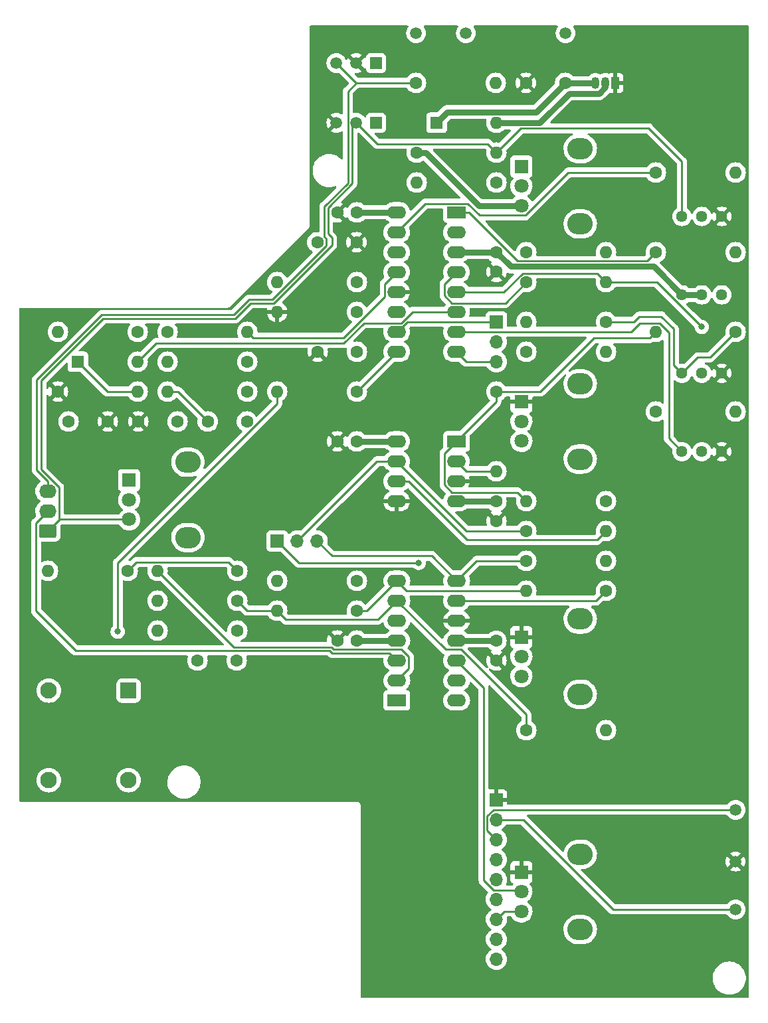
<source format=gbl>
G04 #@! TF.GenerationSoftware,KiCad,Pcbnew,6.0.1-79c1e3a40b~116~ubuntu20.04.1*
G04 #@! TF.CreationDate,2022-01-29T17:03:37-05:00*
G04 #@! TF.ProjectId,herovco_front,6865726f-7663-46f5-9f66-726f6e742e6b,rev?*
G04 #@! TF.SameCoordinates,Original*
G04 #@! TF.FileFunction,Copper,L2,Bot*
G04 #@! TF.FilePolarity,Positive*
%FSLAX46Y46*%
G04 Gerber Fmt 4.6, Leading zero omitted, Abs format (unit mm)*
G04 Created by KiCad (PCBNEW 6.0.1-79c1e3a40b~116~ubuntu20.04.1) date 2022-01-29 17:03:37*
%MOMM*%
%LPD*%
G01*
G04 APERTURE LIST*
G04 Aperture macros list*
%AMRoundRect*
0 Rectangle with rounded corners*
0 $1 Rounding radius*
0 $2 $3 $4 $5 $6 $7 $8 $9 X,Y pos of 4 corners*
0 Add a 4 corners polygon primitive as box body*
4,1,4,$2,$3,$4,$5,$6,$7,$8,$9,$2,$3,0*
0 Add four circle primitives for the rounded corners*
1,1,$1+$1,$2,$3*
1,1,$1+$1,$4,$5*
1,1,$1+$1,$6,$7*
1,1,$1+$1,$8,$9*
0 Add four rect primitives between the rounded corners*
20,1,$1+$1,$2,$3,$4,$5,0*
20,1,$1+$1,$4,$5,$6,$7,0*
20,1,$1+$1,$6,$7,$8,$9,0*
20,1,$1+$1,$8,$9,$2,$3,0*%
G04 Aperture macros list end*
G04 #@! TA.AperFunction,ComponentPad*
%ADD10O,3.240000X2.720000*%
G04 #@! TD*
G04 #@! TA.AperFunction,ComponentPad*
%ADD11R,1.800000X1.800000*%
G04 #@! TD*
G04 #@! TA.AperFunction,ComponentPad*
%ADD12C,1.800000*%
G04 #@! TD*
G04 #@! TA.AperFunction,ComponentPad*
%ADD13C,1.500000*%
G04 #@! TD*
G04 #@! TA.AperFunction,ComponentPad*
%ADD14C,2.100000*%
G04 #@! TD*
G04 #@! TA.AperFunction,ComponentPad*
%ADD15RoundRect,0.250001X-0.799999X-0.799999X0.799999X-0.799999X0.799999X0.799999X-0.799999X0.799999X0*%
G04 #@! TD*
G04 #@! TA.AperFunction,ComponentPad*
%ADD16C,1.440000*%
G04 #@! TD*
G04 #@! TA.AperFunction,ComponentPad*
%ADD17C,1.600000*%
G04 #@! TD*
G04 #@! TA.AperFunction,ComponentPad*
%ADD18O,1.600000X1.600000*%
G04 #@! TD*
G04 #@! TA.AperFunction,ComponentPad*
%ADD19R,1.050000X1.500000*%
G04 #@! TD*
G04 #@! TA.AperFunction,ComponentPad*
%ADD20O,1.050000X1.500000*%
G04 #@! TD*
G04 #@! TA.AperFunction,ComponentPad*
%ADD21R,1.700000X1.700000*%
G04 #@! TD*
G04 #@! TA.AperFunction,ComponentPad*
%ADD22O,1.700000X1.700000*%
G04 #@! TD*
G04 #@! TA.AperFunction,ComponentPad*
%ADD23R,2.400000X1.600000*%
G04 #@! TD*
G04 #@! TA.AperFunction,ComponentPad*
%ADD24O,2.400000X1.600000*%
G04 #@! TD*
G04 #@! TA.AperFunction,ComponentPad*
%ADD25R,1.500000X1.500000*%
G04 #@! TD*
G04 #@! TA.AperFunction,ComponentPad*
%ADD26R,1.600000X1.600000*%
G04 #@! TD*
G04 #@! TA.AperFunction,ComponentPad*
%ADD27RoundRect,0.250000X0.850000X-0.620000X0.850000X0.620000X-0.850000X0.620000X-0.850000X-0.620000X0*%
G04 #@! TD*
G04 #@! TA.AperFunction,ComponentPad*
%ADD28O,2.200000X1.740000*%
G04 #@! TD*
G04 #@! TA.AperFunction,ViaPad*
%ADD29C,0.800000*%
G04 #@! TD*
G04 #@! TA.AperFunction,Conductor*
%ADD30C,0.750000*%
G04 #@! TD*
G04 #@! TA.AperFunction,Conductor*
%ADD31C,0.250000*%
G04 #@! TD*
G04 APERTURE END LIST*
D10*
G04 #@! TO.P,RV8,*
G04 #@! TO.N,*
X172300000Y-84700000D03*
X172300000Y-94300000D03*
D11*
G04 #@! TO.P,RV8,1,1*
G04 #@! TO.N,Board_0-GND*
X164800000Y-87000000D03*
D12*
G04 #@! TO.P,RV8,2,2*
G04 #@! TO.N,Board_0-/Front PCB/PWM*
X164800000Y-89500000D03*
G04 #@! TO.P,RV8,3,3*
G04 #@! TO.N,Board_0-/Front PCB/PWMIN*
X164800000Y-92000000D03*
G04 #@! TD*
D13*
G04 #@! TO.P,TP5,1,1*
G04 #@! TO.N,Board_0-GND*
X192090000Y-145630000D03*
G04 #@! TD*
D14*
G04 #@! TO.P,J6,1,Pin_1*
G04 #@! TO.N,Board_0-/Front PCB/SOFT_SYNCA*
X114728200Y-135255400D03*
G04 #@! TD*
D13*
G04 #@! TO.P,TP4,1,1*
G04 #@! TO.N,Board_0-/Front PCB/-5V_REF*
X151370000Y-39980000D03*
G04 #@! TD*
D15*
G04 #@! TO.P,J5,1,Pin_1*
G04 #@! TO.N,Board_0-/Front PCB/SYNCA*
X114728200Y-123825400D03*
G04 #@! TD*
D10*
G04 #@! TO.P,RV4,*
G04 #@! TO.N,*
X172300000Y-144700000D03*
X172300000Y-154300000D03*
D11*
G04 #@! TO.P,RV4,1,1*
G04 #@! TO.N,Board_0-GND*
X164800000Y-147000000D03*
D12*
G04 #@! TO.P,RV4,2,2*
G04 #@! TO.N,Board_0-/Front PCB/LIN_FM_CV*
X164800000Y-149500000D03*
G04 #@! TO.P,RV4,3,3*
G04 #@! TO.N,Board_0-/Front PCB/LIN_FM_IN*
X164800000Y-152000000D03*
G04 #@! TD*
D16*
G04 #@! TO.P,RV5,1,1*
G04 #@! TO.N,Board_0-GND*
X190340000Y-93350000D03*
G04 #@! TO.P,RV5,2,2*
G04 #@! TO.N,Board_0-/Front PCB/HI_FREQ_TRACK*
X187800000Y-93350000D03*
G04 #@! TO.P,RV5,3,3*
G04 #@! TO.N,Board_0-HFT*
X185260000Y-93350000D03*
G04 #@! TD*
G04 #@! TO.P,RV2,1,1*
G04 #@! TO.N,Board_0-Net-(R2-Pad2)*
X190340000Y-73350000D03*
G04 #@! TO.P,RV2,2,2*
G04 #@! TO.N,Board_0--5V*
X187800000Y-73350000D03*
G04 #@! TO.P,RV2,3,3*
X185260000Y-73350000D03*
G04 #@! TD*
D10*
G04 #@! TO.P,RV3,*
G04 #@! TO.N,*
X172300000Y-114700000D03*
X172300000Y-124300000D03*
D11*
G04 #@! TO.P,RV3,1,1*
G04 #@! TO.N,Board_0-GND*
X164800000Y-117000000D03*
D12*
G04 #@! TO.P,RV3,2,2*
G04 #@! TO.N,Board_0-/Front PCB/FREQ_CV*
X164800000Y-119500000D03*
G04 #@! TO.P,RV3,3,3*
G04 #@! TO.N,Board_0-/Front PCB/CV_IN*
X164800000Y-122000000D03*
G04 #@! TD*
D13*
G04 #@! TO.P,TP3,1,1*
G04 #@! TO.N,Board_0--12V*
X192090000Y-151740000D03*
G04 #@! TD*
G04 #@! TO.P,TP1,1,1*
G04 #@! TO.N,Board_0-+12V*
X192090000Y-139040000D03*
G04 #@! TD*
D14*
G04 #@! TO.P,J8,1,Pin_1*
G04 #@! TO.N,Board_0-/Front PCB/HARD_SYNCA*
X104568200Y-123825400D03*
G04 #@! TD*
D16*
G04 #@! TO.P,RV6,1,1*
G04 #@! TO.N,Board_0-GND*
X190340000Y-63350000D03*
G04 #@! TO.P,RV6,2,2*
G04 #@! TO.N,Board_0-/Front PCB/CENTER_FREQ*
X187800000Y-63350000D03*
G04 #@! TO.P,RV6,3,3*
G04 #@! TO.N,Board_0-/Front PCB/+5V_REF*
X185260000Y-63350000D03*
G04 #@! TD*
D13*
G04 #@! TO.P,TP2,1,1*
G04 #@! TO.N,Board_0-/Front PCB/+5V_REF*
X157720000Y-39980000D03*
G04 #@! TD*
D16*
G04 #@! TO.P,RV9,1,1*
G04 #@! TO.N,Board_0-GND*
X190340000Y-83350000D03*
G04 #@! TO.P,RV9,2,2*
G04 #@! TO.N,Board_0-PWM_IN*
X187800000Y-83350000D03*
G04 #@! TO.P,RV9,3,3*
G04 #@! TO.N,Board_0-Net-(R29-Pad1)*
X185260000Y-83350000D03*
G04 #@! TD*
D13*
G04 #@! TO.P,TP6,1,1*
G04 #@! TO.N,Board_0--5V*
X170420000Y-39980000D03*
G04 #@! TD*
D10*
G04 #@! TO.P,RV1,*
G04 #@! TO.N,*
X122300000Y-104300000D03*
X122300000Y-94700000D03*
D11*
G04 #@! TO.P,RV1,1,1*
G04 #@! TO.N,Board_0-/Front PCB/-5V_REF*
X114800000Y-97000000D03*
D12*
G04 #@! TO.P,RV1,2,2*
G04 #@! TO.N,Board_0-/Front PCB/FINE_TUNE*
X114800000Y-99500000D03*
G04 #@! TO.P,RV1,3,3*
G04 #@! TO.N,Board_0-/Front PCB/+5V_REF*
X114800000Y-102000000D03*
G04 #@! TD*
D10*
G04 #@! TO.P,RV7,*
G04 #@! TO.N,*
X172300000Y-54700000D03*
X172300000Y-64300000D03*
D11*
G04 #@! TO.P,RV7,1,1*
G04 #@! TO.N,Board_0--12V*
X164800000Y-57000000D03*
D12*
G04 #@! TO.P,RV7,2,2*
G04 #@! TO.N,Board_0-/Front PCB/PULSE_WIDTH*
X164800000Y-59500000D03*
G04 #@! TO.P,RV7,3,3*
G04 #@! TO.N,Board_0-+12V*
X164800000Y-62000000D03*
G04 #@! TD*
D14*
G04 #@! TO.P,J7,1,Pin_1*
G04 #@! TO.N,Board_0-/Front PCB/SOFT_SYNC_OFF*
X104568200Y-135255400D03*
G04 #@! TD*
D17*
G04 #@! TO.P,R17,1*
G04 #@! TO.N,Board_0-SOFT_SYNC*
X143830000Y-85700000D03*
D18*
G04 #@! TO.P,R17,2*
G04 #@! TO.N,Board_0-/Front PCB/SOFT_SYNCA*
X133670000Y-85700000D03*
G04 #@! TD*
D17*
G04 #@! TO.P,C8,1*
G04 #@! TO.N,Board_0-Net-(C8-Pad1)*
X138790000Y-66650000D03*
G04 #@! TO.P,C8,2*
G04 #@! TO.N,Board_0-GND*
X143790000Y-66650000D03*
G04 #@! TD*
G04 #@! TO.P,R30,1*
G04 #@! TO.N,Board_0-Net-(R29-Pad1)*
X192090000Y-78080000D03*
D18*
G04 #@! TO.P,R30,2*
G04 #@! TO.N,Board_0-Net-(R27-Pad2)*
X181930000Y-78080000D03*
G04 #@! TD*
D17*
G04 #@! TO.P,R28,1*
G04 #@! TO.N,Board_0-Net-(R27-Pad2)*
X161610000Y-85700000D03*
D18*
G04 #@! TO.P,R28,2*
G04 #@! TO.N,Board_0-Net-(R25-Pad1)*
X161610000Y-95860000D03*
G04 #@! TD*
D17*
G04 #@! TO.P,R29,1*
G04 #@! TO.N,Board_0-Net-(R29-Pad1)*
X175580000Y-76810000D03*
D18*
G04 #@! TO.P,R29,2*
G04 #@! TO.N,Board_0-+12V*
X165420000Y-76810000D03*
G04 #@! TD*
D17*
G04 #@! TO.P,R15,1*
G04 #@! TO.N,Board_0-LIN_FM*
X129860000Y-81890000D03*
D18*
G04 #@! TO.P,R15,2*
G04 #@! TO.N,Board_0-Net-(C11-Pad1)*
X119700000Y-81890000D03*
G04 #@! TD*
D17*
G04 #@! TO.P,R10,1*
G04 #@! TO.N,Board_0-Net-(R10-Pad1)*
X143830000Y-113640000D03*
D18*
G04 #@! TO.P,R10,2*
G04 #@! TO.N,Board_0-Net-(R10-Pad2)*
X133670000Y-113640000D03*
G04 #@! TD*
D17*
G04 #@! TO.P,R4,1*
G04 #@! TO.N,Board_0-Net-(R10-Pad2)*
X128590000Y-108560000D03*
D18*
G04 #@! TO.P,R4,2*
G04 #@! TO.N,Board_0-Net-(R4-Pad2)*
X118430000Y-108560000D03*
G04 #@! TD*
D19*
G04 #@! TO.P,U6,1,GND*
G04 #@! TO.N,Board_0-GND*
X176770000Y-46330000D03*
D20*
G04 #@! TO.P,U6,2,VI*
G04 #@! TO.N,Board_0--12V*
X175500000Y-46330000D03*
G04 #@! TO.P,U6,3,VO*
G04 #@! TO.N,Board_0--5V*
X174230000Y-46330000D03*
G04 #@! TD*
D17*
G04 #@! TO.P,R11,1*
G04 #@! TO.N,Board_0-CV_NODE*
X143830000Y-71730000D03*
D18*
G04 #@! TO.P,R11,2*
G04 #@! TO.N,Board_0-Net-(C8-Pad1)*
X133670000Y-71730000D03*
G04 #@! TD*
D17*
G04 #@! TO.P,C4,1*
G04 #@! TO.N,Board_0-+12V*
X143830000Y-117450000D03*
G04 #@! TO.P,C4,2*
G04 #@! TO.N,Board_0-GND*
X141330000Y-117450000D03*
G04 #@! TD*
D21*
G04 #@! TO.P,J2,1,Pin_1*
G04 #@! TO.N,Board_0-/Front PCB/TRIANGLE_OUT*
X161610000Y-76810000D03*
D22*
G04 #@! TO.P,J2,2,Pin_2*
G04 #@! TO.N,Board_0-/Front PCB/PULSE_OUT*
X161610000Y-79350000D03*
G04 #@! TO.P,J2,3,Pin_3*
G04 #@! TO.N,Board_0-/Front PCB/SAW_OUT*
X161610000Y-81890000D03*
G04 #@! TD*
D23*
G04 #@! TO.P,U2,1*
G04 #@! TO.N,Board_0-Net-(R27-Pad2)*
X156520000Y-92050000D03*
D24*
G04 #@! TO.P,U2,2,-*
G04 #@! TO.N,Board_0-Net-(R25-Pad1)*
X156520000Y-94590000D03*
G04 #@! TO.P,U2,3,+*
G04 #@! TO.N,Board_0-GND*
X156520000Y-97130000D03*
G04 #@! TO.P,U2,4,V-*
G04 #@! TO.N,Board_0--12V*
X156520000Y-99670000D03*
G04 #@! TO.P,U2,5,+*
G04 #@! TO.N,Board_0-GND*
X148900000Y-99670000D03*
G04 #@! TO.P,U2,6,-*
G04 #@! TO.N,Board_0-Net-(R27-Pad1)*
X148900000Y-97130000D03*
G04 #@! TO.P,U2,7*
G04 #@! TO.N,Board_0-/Front PCB/LINK_OUT_PW*
X148900000Y-94590000D03*
G04 #@! TO.P,U2,8,V+*
G04 #@! TO.N,Board_0-+12V*
X148900000Y-92050000D03*
G04 #@! TD*
D21*
G04 #@! TO.P,J1,1,Pin_1*
G04 #@! TO.N,Board_0-GND*
X161610000Y-137770000D03*
D22*
G04 #@! TO.P,J1,2,Pin_2*
G04 #@! TO.N,Board_0--12V*
X161610000Y-140310000D03*
G04 #@! TO.P,J1,3,Pin_3*
G04 #@! TO.N,Board_0-+12V*
X161610000Y-142850000D03*
G04 #@! TO.P,J1,4,Pin_4*
G04 #@! TO.N,Board_0-/Front PCB/PWMIN*
X161610000Y-145390000D03*
G04 #@! TO.P,J1,5,Pin_5*
G04 #@! TO.N,Board_0-/Front PCB/CV_IN*
X161610000Y-147930000D03*
G04 #@! TO.P,J1,6,Pin_6*
G04 #@! TO.N,Board_0-/Front PCB/SYNC*
X161610000Y-150470000D03*
G04 #@! TO.P,J1,7,Pin_7*
G04 #@! TO.N,Board_0-/Front PCB/LIN_FM_IN*
X161610000Y-153010000D03*
G04 #@! TO.P,J1,8,Pin_8*
G04 #@! TO.N,Board_0-/Front PCB/V_OCT2*
X161610000Y-155550000D03*
G04 #@! TO.P,J1,9,Pin_9*
G04 #@! TO.N,Board_0-/Front PCB/V_OCT*
X161610000Y-158090000D03*
G04 #@! TD*
D17*
G04 #@! TO.P,R24,1*
G04 #@! TO.N,Board_0-/Front PCB/-5V_REF*
X151370000Y-46330000D03*
D18*
G04 #@! TO.P,R24,2*
G04 #@! TO.N,Board_0--12V*
X161530000Y-46330000D03*
G04 #@! TD*
D23*
G04 #@! TO.P,U1,1*
G04 #@! TO.N,Board_0-Net-(R4-Pad2)*
X148920000Y-125070000D03*
D24*
G04 #@! TO.P,U1,2,-*
X148920000Y-122530000D03*
G04 #@! TO.P,U1,3,+*
G04 #@! TO.N,Board_0-/Front PCB/OCTAVE*
X148920000Y-119990000D03*
G04 #@! TO.P,U1,4,V+*
G04 #@! TO.N,Board_0-+12V*
X148920000Y-117450000D03*
G04 #@! TO.P,U1,5,+*
G04 #@! TO.N,Board_0-GND*
X148920000Y-114910000D03*
G04 #@! TO.P,U1,6,-*
G04 #@! TO.N,Board_0-Net-(R10-Pad2)*
X148920000Y-112370000D03*
G04 #@! TO.P,U1,7*
G04 #@! TO.N,Board_0-Net-(R10-Pad1)*
X148920000Y-109830000D03*
G04 #@! TO.P,U1,8*
G04 #@! TO.N,Board_0-/Front PCB/CV_SUM*
X156540000Y-109830000D03*
G04 #@! TO.P,U1,9,-*
G04 #@! TO.N,Board_0-Net-(R12-Pad2)*
X156540000Y-112370000D03*
G04 #@! TO.P,U1,10,+*
G04 #@! TO.N,Board_0-GND*
X156540000Y-114910000D03*
G04 #@! TO.P,U1,11,V-*
G04 #@! TO.N,Board_0--12V*
X156540000Y-117450000D03*
G04 #@! TO.P,U1,12,+*
G04 #@! TO.N,Board_0-/Front PCB/LIN_FM_CV*
X156540000Y-119990000D03*
G04 #@! TO.P,U1,13,-*
G04 #@! TO.N,Board_0-/Front PCB/LINK_OUT_FM*
X156540000Y-122530000D03*
G04 #@! TO.P,U1,14*
X156540000Y-125070000D03*
G04 #@! TD*
D21*
G04 #@! TO.P,J3,1,Pin_1*
G04 #@! TO.N,Board_0-/Front PCB/LINK_OUT_FM*
X133685000Y-104750000D03*
D22*
G04 #@! TO.P,J3,2,Pin_2*
G04 #@! TO.N,Board_0-/Front PCB/LINK_OUT_PW*
X136225000Y-104750000D03*
G04 #@! TO.P,J3,3,Pin_3*
G04 #@! TO.N,Board_0-/Front PCB/CV_SUM*
X138765000Y-104750000D03*
G04 #@! TD*
D17*
G04 #@! TO.P,R27,1*
G04 #@! TO.N,Board_0-Net-(R27-Pad1)*
X175580000Y-99670000D03*
D18*
G04 #@! TO.P,R27,2*
G04 #@! TO.N,Board_0-Net-(R27-Pad2)*
X165420000Y-99670000D03*
G04 #@! TD*
D17*
G04 #@! TO.P,R14,1*
G04 #@! TO.N,Board_0-+12V*
X119700000Y-78080000D03*
D18*
G04 #@! TO.P,R14,2*
G04 #@! TO.N,Board_0-LIN_FM*
X129860000Y-78080000D03*
G04 #@! TD*
D25*
G04 #@! TO.P,U5,1*
G04 #@! TO.N,N/C*
X146290000Y-43790000D03*
D13*
G04 #@! TO.P,U5,2,K*
G04 #@! TO.N,Board_0-GND*
X143750000Y-43790000D03*
G04 #@! TO.P,U5,3,A*
G04 #@! TO.N,Board_0-/Front PCB/-5V_REF*
X141210000Y-43790000D03*
G04 #@! TD*
D25*
G04 #@! TO.P,U4,1*
G04 #@! TO.N,N/C*
X146290000Y-51410000D03*
D13*
G04 #@! TO.P,U4,2,K*
G04 #@! TO.N,Board_0-/Front PCB/+5V_REF*
X143750000Y-51410000D03*
G04 #@! TO.P,U4,3,A*
G04 #@! TO.N,Board_0-GND*
X141210000Y-51410000D03*
G04 #@! TD*
D23*
G04 #@! TO.P,U3,1,Scale1*
G04 #@! TO.N,Board_0-Net-(R2-Pad1)*
X156520000Y-62830000D03*
D24*
G04 #@! TO.P,U3,2,Scale2*
G04 #@! TO.N,Board_0-Net-(R3-Pad1)*
X156520000Y-65370000D03*
G04 #@! TO.P,U3,3,VEE*
G04 #@! TO.N,Board_0--5V*
X156520000Y-67910000D03*
G04 #@! TO.P,U3,4,Pulse_Output*
G04 #@! TO.N,Board_0-/Front PCB/PULSE_OUT*
X156520000Y-70450000D03*
G04 #@! TO.P,U3,5,PWM_Input*
G04 #@! TO.N,Board_0-PWM_IN*
X156520000Y-72990000D03*
G04 #@! TO.P,U3,6,Hard_Sync*
G04 #@! TO.N,Board_0-HARD_SYNC*
X156520000Y-75530000D03*
G04 #@! TO.P,U3,7,HFT*
G04 #@! TO.N,Board_0-HFT*
X156520000Y-78070000D03*
G04 #@! TO.P,U3,8,Saw_Output*
G04 #@! TO.N,Board_0-/Front PCB/SAW_OUT*
X156520000Y-80610000D03*
G04 #@! TO.P,U3,9,Soft_Sync*
G04 #@! TO.N,Board_0-SOFT_SYNC*
X148900000Y-80610000D03*
G04 #@! TO.P,U3,10,Triangle_Output*
G04 #@! TO.N,Board_0-/Front PCB/TRIANGLE_OUT*
X148900000Y-78070000D03*
G04 #@! TO.P,U3,11,Cap*
G04 #@! TO.N,Board_0-Net-(C9-Pad2)*
X148900000Y-75530000D03*
G04 #@! TO.P,U3,12,GND*
G04 #@! TO.N,Board_0-GND*
X148900000Y-72990000D03*
G04 #@! TO.P,U3,13,Linear_FM*
G04 #@! TO.N,Board_0-LIN_FM*
X148900000Y-70450000D03*
G04 #@! TO.P,U3,14,Scale*
G04 #@! TO.N,Board_0-Net-(R13-Pad1)*
X148900000Y-67910000D03*
G04 #@! TO.P,U3,15,Freq_CV*
G04 #@! TO.N,Board_0-CV_NODE*
X148900000Y-65370000D03*
G04 #@! TO.P,U3,16,VCC*
G04 #@! TO.N,Board_0-+12V*
X148900000Y-62830000D03*
G04 #@! TD*
D17*
G04 #@! TO.P,R26,1*
G04 #@! TO.N,Board_0-Net-(R25-Pad1)*
X165420000Y-80620000D03*
D18*
G04 #@! TO.P,R26,2*
G04 #@! TO.N,Board_0-/Front PCB/PWM*
X175580000Y-80620000D03*
G04 #@! TD*
D17*
G04 #@! TO.P,R25,1*
G04 #@! TO.N,Board_0-Net-(R25-Pad1)*
X165420000Y-67920000D03*
D18*
G04 #@! TO.P,R25,2*
G04 #@! TO.N,Board_0-/Front PCB/PULSE_WIDTH*
X175580000Y-67920000D03*
G04 #@! TD*
D17*
G04 #@! TO.P,C1,1*
G04 #@! TO.N,Board_0--5V*
X161610000Y-67920000D03*
G04 #@! TO.P,C1,2*
G04 #@! TO.N,Board_0-GND*
X161610000Y-70420000D03*
G04 #@! TD*
G04 #@! TO.P,R1,1*
G04 #@! TO.N,Board_0-/Front PCB/PULSE_OUT*
X165420000Y-71730000D03*
D18*
G04 #@! TO.P,R1,2*
G04 #@! TO.N,Board_0-PWM_IN*
X175580000Y-71730000D03*
G04 #@! TD*
D17*
G04 #@! TO.P,R8,1*
G04 #@! TO.N,Board_0-Net-(R10-Pad2)*
X165420000Y-128880000D03*
D18*
G04 #@! TO.P,R8,2*
G04 #@! TO.N,Board_0-/Front PCB/FREQ_CV*
X175580000Y-128880000D03*
G04 #@! TD*
D17*
G04 #@! TO.P,R19,1*
G04 #@! TO.N,Board_0-CV_NODE*
X181930000Y-88240000D03*
D18*
G04 #@! TO.P,R19,2*
G04 #@! TO.N,Board_0-/Front PCB/HI_FREQ_TRACK*
X192090000Y-88240000D03*
G04 #@! TD*
D17*
G04 #@! TO.P,C9,1*
G04 #@! TO.N,Board_0-GND*
X138830000Y-80620000D03*
G04 #@! TO.P,C9,2*
G04 #@! TO.N,Board_0-Net-(C9-Pad2)*
X143830000Y-80620000D03*
G04 #@! TD*
G04 #@! TO.P,R5,1*
G04 #@! TO.N,Board_0-Net-(R10-Pad2)*
X128590000Y-116180000D03*
D18*
G04 #@! TO.P,R5,2*
G04 #@! TO.N,Board_0-/Front PCB/V_OCT*
X118430000Y-116180000D03*
G04 #@! TD*
D17*
G04 #@! TO.P,R23,1*
G04 #@! TO.N,Board_0-+12V*
X151450000Y-55220000D03*
D18*
G04 #@! TO.P,R23,2*
G04 #@! TO.N,Board_0-/Front PCB/+5V_REF*
X161610000Y-55220000D03*
G04 #@! TD*
D17*
G04 #@! TO.P,C12,1*
G04 #@! TO.N,Board_0-GND*
X112080000Y-89510000D03*
G04 #@! TO.P,C12,2*
G04 #@! TO.N,Board_0-/Front PCB/SOFT_SYNC_OFF*
X107080000Y-89510000D03*
G04 #@! TD*
G04 #@! TO.P,R31,1*
G04 #@! TO.N,Board_0-/Front PCB/LINK_OUT_PW*
X165420000Y-103480000D03*
D18*
G04 #@! TO.P,R31,2*
G04 #@! TO.N,Board_0-Net-(R27-Pad1)*
X175580000Y-103480000D03*
G04 #@! TD*
D17*
G04 #@! TO.P,R13,1*
G04 #@! TO.N,Board_0-Net-(R13-Pad1)*
X143830000Y-75540000D03*
D18*
G04 #@! TO.P,R13,2*
G04 #@! TO.N,Board_0-GND*
X133670000Y-75540000D03*
G04 #@! TD*
D17*
G04 #@! TO.P,C10,1*
G04 #@! TO.N,Board_0-Net-(C10-Pad1)*
X124820000Y-89510000D03*
G04 #@! TO.P,C10,2*
G04 #@! TO.N,Board_0-/Front PCB/LINK_OUT_FM*
X129820000Y-89510000D03*
G04 #@! TD*
G04 #@! TO.P,C13,1*
G04 #@! TO.N,Board_0-GND*
X165380000Y-46330000D03*
G04 #@! TO.P,C13,2*
G04 #@! TO.N,Board_0--5V*
X170380000Y-46330000D03*
G04 #@! TD*
G04 #@! TO.P,R12,1*
G04 #@! TO.N,Board_0-/Front PCB/CV_SUM*
X165420000Y-107290000D03*
D18*
G04 #@! TO.P,R12,2*
G04 #@! TO.N,Board_0-Net-(R12-Pad2)*
X175580000Y-107290000D03*
G04 #@! TD*
D26*
G04 #@! TO.P,D1,1,K*
G04 #@! TO.N,Board_0-Net-(D1-Pad1)*
X108270000Y-81890000D03*
D18*
G04 #@! TO.P,D1,2,A*
G04 #@! TO.N,Board_0-HARD_SYNC*
X115890000Y-81890000D03*
G04 #@! TD*
D17*
G04 #@! TO.P,R7,1*
G04 #@! TO.N,Board_0-Net-(R10-Pad2)*
X114620000Y-108560000D03*
D18*
G04 #@! TO.P,R7,2*
G04 #@! TO.N,Board_0-/Front PCB/FINE_TUNE*
X104460000Y-108560000D03*
G04 #@! TD*
D17*
G04 #@! TO.P,R20,1*
G04 #@! TO.N,Board_0-CV_NODE*
X181930000Y-57760000D03*
D18*
G04 #@! TO.P,R20,2*
G04 #@! TO.N,Board_0-/Front PCB/CENTER_FREQ*
X192090000Y-57760000D03*
G04 #@! TD*
D17*
G04 #@! TO.P,R6,1*
G04 #@! TO.N,Board_0-Net-(R10-Pad2)*
X128590000Y-112370000D03*
D18*
G04 #@! TO.P,R6,2*
G04 #@! TO.N,Board_0-/Front PCB/V_OCT2*
X118430000Y-112370000D03*
G04 #@! TD*
D17*
G04 #@! TO.P,C3,1*
G04 #@! TO.N,Board_0-GND*
X161610000Y-102210000D03*
G04 #@! TO.P,C3,2*
G04 #@! TO.N,Board_0--12V*
X161610000Y-99710000D03*
G04 #@! TD*
G04 #@! TO.P,C2,1*
G04 #@! TO.N,Board_0-+12V*
X143830000Y-92050000D03*
G04 #@! TO.P,C2,2*
G04 #@! TO.N,Board_0-GND*
X141330000Y-92050000D03*
G04 #@! TD*
G04 #@! TO.P,R9,1*
G04 #@! TO.N,Board_0-Net-(R12-Pad2)*
X175580000Y-111100000D03*
D18*
G04 #@! TO.P,R9,2*
G04 #@! TO.N,Board_0-Net-(R10-Pad1)*
X165420000Y-111100000D03*
G04 #@! TD*
D17*
G04 #@! TO.P,C6,1*
G04 #@! TO.N,Board_0-+12V*
X143830000Y-62840000D03*
G04 #@! TO.P,C6,2*
G04 #@! TO.N,Board_0-GND*
X141330000Y-62840000D03*
G04 #@! TD*
G04 #@! TO.P,R21,1*
G04 #@! TO.N,Board_0-CV_NODE*
X143830000Y-109830000D03*
D18*
G04 #@! TO.P,R21,2*
G04 #@! TO.N,Board_0-/Front PCB/CV_SUM*
X133670000Y-109830000D03*
G04 #@! TD*
D17*
G04 #@! TO.P,C5,1*
G04 #@! TO.N,Board_0-GND*
X161610000Y-119990000D03*
G04 #@! TO.P,C5,2*
G04 #@! TO.N,Board_0--12V*
X161610000Y-117490000D03*
G04 #@! TD*
D26*
G04 #@! TO.P,D2,1,K*
G04 #@! TO.N,Board_0--5V*
X153990000Y-51410000D03*
D18*
G04 #@! TO.P,D2,2,A*
G04 #@! TO.N,Board_0--12V*
X161610000Y-51410000D03*
G04 #@! TD*
D17*
G04 #@! TO.P,R3,1*
G04 #@! TO.N,Board_0-Net-(R3-Pad1)*
X161610000Y-59030000D03*
D18*
G04 #@! TO.P,R3,2*
G04 #@! TO.N,Board_0--5V*
X151450000Y-59030000D03*
G04 #@! TD*
D17*
G04 #@! TO.P,R22,1*
G04 #@! TO.N,Board_0-GND*
X105730000Y-85700000D03*
D18*
G04 #@! TO.P,R22,2*
G04 #@! TO.N,Board_0-Net-(D1-Pad1)*
X115890000Y-85700000D03*
G04 #@! TD*
D17*
G04 #@! TO.P,C11,1*
G04 #@! TO.N,Board_0-Net-(C11-Pad1)*
X120970000Y-89510000D03*
G04 #@! TO.P,C11,2*
G04 #@! TO.N,Board_0-GND*
X115970000Y-89510000D03*
G04 #@! TD*
G04 #@! TO.P,C7,1*
G04 #@! TO.N,Board_0-/Front PCB/SYNCA*
X123510000Y-119990000D03*
G04 #@! TO.P,C7,2*
G04 #@! TO.N,Board_0-/Front PCB/SYNC*
X128510000Y-119990000D03*
G04 #@! TD*
G04 #@! TO.P,R16,1*
G04 #@! TO.N,Board_0-Net-(D1-Pad1)*
X115890000Y-78080000D03*
D18*
G04 #@! TO.P,R16,2*
G04 #@! TO.N,Board_0-/Front PCB/HARD_SYNCA*
X105730000Y-78080000D03*
G04 #@! TD*
D27*
G04 #@! TO.P,J4,1,Pin_1*
G04 #@! TO.N,Board_0-/Front PCB/+5V_REF*
X104460000Y-103480000D03*
D28*
G04 #@! TO.P,J4,2,Pin_2*
G04 #@! TO.N,Board_0-/Front PCB/OCTAVE*
X104460000Y-100940000D03*
G04 #@! TO.P,J4,3,Pin_3*
G04 #@! TO.N,Board_0-/Front PCB/-5V_REF*
X104460000Y-98400000D03*
G04 #@! TD*
D17*
G04 #@! TO.P,R18,1*
G04 #@! TO.N,Board_0-LIN_FM*
X129860000Y-85700000D03*
D18*
G04 #@! TO.P,R18,2*
G04 #@! TO.N,Board_0-Net-(C10-Pad1)*
X119700000Y-85700000D03*
G04 #@! TD*
D17*
G04 #@! TO.P,R2,1*
G04 #@! TO.N,Board_0-Net-(R2-Pad1)*
X181930000Y-67920000D03*
D18*
G04 #@! TO.P,R2,2*
G04 #@! TO.N,Board_0-Net-(R2-Pad2)*
X192090000Y-67920000D03*
G04 #@! TD*
D29*
G04 #@! TO.N,Board_0-/Front PCB/LINK_OUT_FM*
X151704000Y-107544000D03*
G04 #@! TO.N,Board_0-/Front PCB/SOFT_SYNCA*
X113350000Y-116307000D03*
G04 #@! TO.N,Board_0-PWM_IN*
X187772000Y-77445000D03*
G04 #@! TD*
D30*
G04 #@! TO.N,Board_0-+12V*
X159361370Y-62000000D02*
X164800000Y-62000000D01*
X151450000Y-55220000D02*
X152581370Y-55220000D01*
X148900000Y-92050000D02*
X143830000Y-92050000D01*
D31*
X161218990Y-139040000D02*
X160435489Y-139823501D01*
D30*
X152581370Y-55220000D02*
X159361370Y-62000000D01*
X148920000Y-117450000D02*
X143830000Y-117450000D01*
D31*
X160435489Y-141675489D02*
X161610000Y-142850000D01*
D30*
X148900000Y-62830000D02*
X143840000Y-62830000D01*
D31*
X160435489Y-139823501D02*
X160435489Y-141675489D01*
X192090000Y-139040000D02*
X161218990Y-139040000D01*
D30*
G04 #@! TO.N,Board_0--12V*
X174685436Y-47654520D02*
X175500000Y-46839956D01*
X167118000Y-51410000D02*
X170873480Y-47654520D01*
X161610000Y-51410000D02*
X167118000Y-51410000D01*
X161610000Y-99710000D02*
X156560000Y-99710000D01*
X175500000Y-46839956D02*
X175500000Y-46330000D01*
X170873480Y-47654520D02*
X174685436Y-47654520D01*
X156540000Y-117450000D02*
X161570000Y-117450000D01*
D31*
X165039000Y-140310000D02*
X161610000Y-140310000D01*
X192090000Y-151740000D02*
X176469000Y-151740000D01*
X176469000Y-151740000D02*
X165039000Y-140310000D01*
D30*
G04 #@! TO.N,Board_0--5V*
X163434021Y-69744021D02*
X181654021Y-69744021D01*
X153990000Y-51410000D02*
X155364511Y-50035489D01*
X181654021Y-69744021D02*
X185260000Y-73350000D01*
X187800000Y-73350000D02*
X185260000Y-73350000D01*
X161610000Y-67920000D02*
X163434021Y-69744021D01*
X155364511Y-50035489D02*
X166674511Y-50035489D01*
X166674511Y-50035489D02*
X170380000Y-46330000D01*
X174230000Y-46330000D02*
X170380000Y-46330000D01*
X156520000Y-67910000D02*
X161600000Y-67910000D01*
D31*
G04 #@! TO.N,Board_0-/Front PCB/+5V_REF*
X130269511Y-74415489D02*
X128314489Y-76370511D01*
X140643510Y-66082806D02*
X140643510Y-67022494D01*
X140135511Y-65574807D02*
X140643510Y-66082806D01*
X143750000Y-51410000D02*
X143242000Y-51918000D01*
X143242000Y-51918000D02*
X143242000Y-59157704D01*
X185260000Y-63350000D02*
X185260000Y-56344000D01*
X111503489Y-76370511D02*
X103618000Y-84256000D01*
X146435489Y-54095489D02*
X160485489Y-54095489D01*
X185260000Y-56344000D02*
X181025511Y-52109511D01*
X164720489Y-52109511D02*
X161610000Y-55220000D01*
X128314489Y-76370511D02*
X111503489Y-76370511D01*
X181025511Y-52109511D02*
X164720489Y-52109511D01*
X103618000Y-95638694D02*
X105884520Y-97905214D01*
X146435489Y-54095489D02*
X143750000Y-51410000D01*
X105884520Y-97905214D02*
X105884520Y-102055480D01*
X140643510Y-67022494D02*
X133250515Y-74415489D01*
X105940000Y-102000000D02*
X114800000Y-102000000D01*
X133250515Y-74415489D02*
X130269511Y-74415489D01*
X103618000Y-84256000D02*
X103618000Y-95638694D01*
X161610000Y-55220000D02*
X160485489Y-54095489D01*
X143242000Y-59157704D02*
X140135511Y-62264193D01*
X105884520Y-102055480D02*
X105940000Y-102000000D01*
X140135511Y-62264193D02*
X140135511Y-65574807D01*
X105884520Y-102055480D02*
X104460000Y-103480000D01*
G04 #@! TO.N,Board_0-/Front PCB/-5V_REF*
X133064321Y-73965979D02*
X130083317Y-73965979D01*
X139686000Y-65955700D02*
X139914511Y-66184211D01*
X111317282Y-75921000D02*
X103035480Y-84202802D01*
X104460000Y-97130000D02*
X104460000Y-98400000D01*
X139914511Y-66184211D02*
X139914511Y-67115789D01*
X143750000Y-46330000D02*
X141210000Y-43790000D01*
X103035480Y-95705480D02*
X104460000Y-97130000D01*
X151370000Y-46330000D02*
X143750000Y-46330000D01*
X130083317Y-73965979D02*
X128128296Y-75921000D01*
X128128296Y-75921000D02*
X111317282Y-75921000D01*
X142675489Y-47404511D02*
X142675489Y-59088511D01*
X142675489Y-59088511D02*
X139686000Y-62078000D01*
X139686000Y-62078000D02*
X139686000Y-65955700D01*
X103035480Y-84202802D02*
X103035480Y-95705480D01*
X143750000Y-46330000D02*
X142675489Y-47404511D01*
X139914511Y-67115789D02*
X133064321Y-73965979D01*
G04 #@! TO.N,Board_0-/Front PCB/CV_SUM*
X156540000Y-109830000D02*
X153365000Y-106655000D01*
X159080000Y-107290000D02*
X156540000Y-109830000D01*
X153365000Y-106655000D02*
X140670000Y-106655000D01*
X140670000Y-106655000D02*
X138765000Y-104750000D01*
X165420000Y-107290000D02*
X159080000Y-107290000D01*
G04 #@! TO.N,Board_0-/Front PCB/LINK_OUT_FM*
X136479000Y-107544000D02*
X151704000Y-107544000D01*
X133685000Y-104750000D02*
X136479000Y-107544000D01*
G04 #@! TO.N,Board_0-/Front PCB/LINK_OUT_PW*
X165420000Y-103480000D02*
X157790000Y-103480000D01*
X148900000Y-94590000D02*
X146385000Y-94590000D01*
X157790000Y-103480000D02*
X148900000Y-94590000D01*
X146385000Y-94590000D02*
X136225000Y-104750000D01*
G04 #@! TO.N,Board_0-/Front PCB/LIN_FM_CV*
X161218990Y-149295489D02*
X164595489Y-149295489D01*
X159985979Y-148062478D02*
X161218990Y-149295489D01*
X159985979Y-123435979D02*
X159985979Y-148062478D01*
X156540000Y-119990000D02*
X159985979Y-123435979D01*
G04 #@! TO.N,Board_0-/Front PCB/LIN_FM_IN*
X164800000Y-152000000D02*
X162620000Y-152000000D01*
X162620000Y-152000000D02*
X161610000Y-153010000D01*
G04 #@! TO.N,Board_0-/Front PCB/OCTAVE*
X102936000Y-102464000D02*
X104460000Y-100940000D01*
X140678027Y-119024031D02*
X140373997Y-118720001D01*
X148920000Y-119990000D02*
X147954031Y-119024031D01*
X147954031Y-119024031D02*
X140678027Y-119024031D01*
X102936000Y-113640000D02*
X102936000Y-102464000D01*
X108016001Y-118720001D02*
X102936000Y-113640000D01*
X140373997Y-118720001D02*
X108016001Y-118720001D01*
G04 #@! TO.N,Board_0-/Front PCB/PULSE_OUT*
X155945169Y-74405480D02*
X154995480Y-73455791D01*
X165420000Y-71730000D02*
X162744520Y-74405480D01*
X162744520Y-74405480D02*
X155945169Y-74405480D01*
X154995480Y-73455791D02*
X154995480Y-71974520D01*
X154995480Y-71974520D02*
X156520000Y-70450000D01*
G04 #@! TO.N,Board_0-/Front PCB/SAW_OUT*
X161610000Y-81890000D02*
X157800000Y-81890000D01*
X157800000Y-81890000D02*
X156520000Y-80610000D01*
G04 #@! TO.N,Board_0-/Front PCB/SOFT_SYNCA*
X113350000Y-107570300D02*
X113350000Y-116307000D01*
X133670000Y-87250300D02*
X113350000Y-107570300D01*
X133670000Y-85700000D02*
X133670000Y-87250300D01*
G04 #@! TO.N,Board_0-/Front PCB/TRIANGLE_OUT*
X150246015Y-76810000D02*
X148986015Y-78070000D01*
X161610000Y-76810000D02*
X150246015Y-76810000D01*
G04 #@! TO.N,Board_0-CV_NODE*
X170771721Y-57760000D02*
X165307210Y-63224511D01*
X157935489Y-61705489D02*
X152564511Y-61705489D01*
X181930000Y-57760000D02*
X170771721Y-57760000D01*
X165307210Y-63224511D02*
X159454511Y-63224511D01*
X152564511Y-61705489D02*
X148900000Y-65370000D01*
X159454511Y-63224511D02*
X157935489Y-61705489D01*
G04 #@! TO.N,Board_0-HARD_SYNC*
X156520000Y-75530000D02*
X150890311Y-75530000D01*
X118284511Y-79495489D02*
X115890000Y-81890000D01*
X142160511Y-79495489D02*
X118284511Y-79495489D01*
X149474831Y-76945480D02*
X144710520Y-76945480D01*
X150890311Y-75530000D02*
X149474831Y-76945480D01*
X144710520Y-76945480D02*
X142160511Y-79495489D01*
G04 #@! TO.N,Board_0-HFT*
X178765000Y-78070000D02*
X179879511Y-76955489D01*
X179879511Y-76955489D02*
X182395789Y-76955489D01*
X183581000Y-91671000D02*
X185260000Y-93350000D01*
X182395789Y-76955489D02*
X183581000Y-78140700D01*
X156520000Y-78070000D02*
X178765000Y-78070000D01*
X183581000Y-78140700D02*
X183581000Y-91671000D01*
G04 #@! TO.N,Board_0-LIN_FM*
X147375480Y-73584820D02*
X147375480Y-71974520D01*
X142118300Y-78842000D02*
X147375480Y-73584820D01*
X129860000Y-78080000D02*
X130622000Y-78842000D01*
X130622000Y-78842000D02*
X142118300Y-78842000D01*
X147375480Y-71974520D02*
X148900000Y-70450000D01*
G04 #@! TO.N,Board_0-Net-(C10-Pad1)*
X119700000Y-85700000D02*
X121010000Y-85700000D01*
X121010000Y-85700000D02*
X124820000Y-89510000D01*
G04 #@! TO.N,Board_0-Net-(D1-Pad1)*
X115890000Y-85700000D02*
X112080000Y-85700000D01*
X112080000Y-85700000D02*
X108270000Y-81890000D01*
G04 #@! TO.N,Board_0-Net-(R10-Pad1)*
X148920000Y-109830000D02*
X145110000Y-113640000D01*
X145110000Y-113640000D02*
X143830000Y-113640000D01*
X165420000Y-111100000D02*
X150190000Y-111100000D01*
X150190000Y-111100000D02*
X148920000Y-109830000D01*
G04 #@! TO.N,Board_0-Net-(R10-Pad2)*
X165420000Y-128880000D02*
X165420000Y-126879689D01*
X129860000Y-113640000D02*
X128590000Y-112370000D01*
X128590000Y-108560000D02*
X127465489Y-107435489D01*
X133670000Y-113640000D02*
X129860000Y-113640000D01*
X115744511Y-107435489D02*
X114620000Y-108560000D01*
X165420000Y-126879689D02*
X157114831Y-118574520D01*
X157114831Y-118574520D02*
X155124520Y-118574520D01*
X148920000Y-112370000D02*
X146525489Y-114764511D01*
X127465489Y-107435489D02*
X115744511Y-107435489D01*
X146525489Y-114764511D02*
X134794511Y-114764511D01*
X155124520Y-118574520D02*
X148920000Y-112370000D01*
X134794511Y-114764511D02*
X133670000Y-113640000D01*
G04 #@! TO.N,Board_0-Net-(R12-Pad2)*
X175580000Y-111100000D02*
X174310000Y-112370000D01*
X174310000Y-112370000D02*
X156540000Y-112370000D01*
G04 #@! TO.N,Board_0-Net-(R2-Pad1)*
X158110300Y-62830000D02*
X156520000Y-62830000D01*
X180805499Y-69044501D02*
X164324801Y-69044501D01*
X164324801Y-69044501D02*
X158110300Y-62830000D01*
X181930000Y-67920000D02*
X180805499Y-69044501D01*
G04 #@! TO.N,Board_0-Net-(R25-Pad1)*
X157790000Y-95860000D02*
X156520000Y-94590000D01*
X161610000Y-95860000D02*
X157790000Y-95860000D01*
G04 #@! TO.N,Board_0-Net-(R27-Pad1)*
X157908511Y-104604511D02*
X150434000Y-97130000D01*
X150434000Y-97130000D02*
X148900000Y-97130000D01*
X175580000Y-103480000D02*
X174455489Y-104604511D01*
X174455489Y-104604511D02*
X157908511Y-104604511D01*
G04 #@! TO.N,Board_0-Net-(R27-Pad2)*
X155945169Y-98545480D02*
X154995480Y-97595791D01*
X154995480Y-97595791D02*
X154995480Y-93574520D01*
X181130001Y-78879999D02*
X174018705Y-78879999D01*
X165420000Y-99670000D02*
X164295480Y-98545480D01*
X164295480Y-98545480D02*
X155945169Y-98545480D01*
X154995480Y-93574520D02*
X156520000Y-92050000D01*
X167198704Y-85700000D02*
X161610000Y-85700000D01*
X161610000Y-86960000D02*
X156520000Y-92050000D01*
X174018705Y-78879999D02*
X167198704Y-85700000D01*
X181930000Y-78080000D02*
X181130001Y-78879999D01*
X161610000Y-85700000D02*
X161610000Y-86960000D01*
G04 #@! TO.N,Board_0-Net-(R29-Pad1)*
X188844511Y-81325489D02*
X187284511Y-81325489D01*
X184216000Y-82306000D02*
X184216000Y-77698296D01*
X179136000Y-76810000D02*
X175580000Y-76810000D01*
X185260000Y-83350000D02*
X184216000Y-82306000D01*
X179839510Y-76106490D02*
X179136000Y-76810000D01*
X187284511Y-81325489D02*
X185260000Y-83350000D01*
X184216000Y-77698296D02*
X182624194Y-76106490D01*
X182624194Y-76106490D02*
X179839510Y-76106490D01*
X192090000Y-78080000D02*
X188844511Y-81325489D01*
G04 #@! TO.N,Board_0-Net-(R4-Pad2)*
X128140490Y-118270490D02*
X118430000Y-108560000D01*
X140864211Y-118574511D02*
X140560190Y-118270490D01*
X150444520Y-119524209D02*
X149494822Y-118574511D01*
X148920000Y-122530000D02*
X150444520Y-121005480D01*
X140560190Y-118270490D02*
X128140490Y-118270490D01*
X150444520Y-121005480D02*
X150444520Y-119524209D01*
X149494822Y-118574511D02*
X140864211Y-118574511D01*
G04 #@! TO.N,Board_0-PWM_IN*
X162569700Y-72990000D02*
X164954211Y-70605489D01*
X156520000Y-72990000D02*
X162569700Y-72990000D01*
X175580000Y-71730000D02*
X182057000Y-71730000D01*
X174455489Y-70605489D02*
X175580000Y-71730000D01*
X164954211Y-70605489D02*
X174455489Y-70605489D01*
X182057000Y-71730000D02*
X187772000Y-77445000D01*
G04 #@! TO.N,Board_0-SOFT_SYNC*
X148900000Y-80630000D02*
X143830000Y-85700000D01*
G04 #@! TD*
G04 #@! TA.AperFunction,Conductor*
G04 #@! TO.N,Board_0-GND*
G36*
X150340335Y-39028002D02*
G01*
X150386828Y-39081658D01*
X150396932Y-39151932D01*
X150375427Y-39206270D01*
X150275944Y-39348347D01*
X150273621Y-39353329D01*
X150273618Y-39353334D01*
X150226415Y-39454562D01*
X150182880Y-39547924D01*
X150125885Y-39760629D01*
X150106693Y-39980000D01*
X150125885Y-40199371D01*
X150182880Y-40412076D01*
X150185205Y-40417061D01*
X150273618Y-40606666D01*
X150273621Y-40606671D01*
X150275944Y-40611653D01*
X150402251Y-40792038D01*
X150557962Y-40947749D01*
X150738346Y-41074056D01*
X150937924Y-41167120D01*
X151150629Y-41224115D01*
X151370000Y-41243307D01*
X151589371Y-41224115D01*
X151802076Y-41167120D01*
X152001654Y-41074056D01*
X152182038Y-40947749D01*
X152337749Y-40792038D01*
X152464056Y-40611653D01*
X152466379Y-40606671D01*
X152466382Y-40606666D01*
X152554795Y-40417061D01*
X152557120Y-40412076D01*
X152614115Y-40199371D01*
X152633307Y-39980000D01*
X152614115Y-39760629D01*
X152557120Y-39547924D01*
X152513585Y-39454562D01*
X152466382Y-39353334D01*
X152466379Y-39353329D01*
X152464056Y-39348347D01*
X152364573Y-39206270D01*
X152341885Y-39138997D01*
X152359170Y-39070136D01*
X152410940Y-39021552D01*
X152467786Y-39008000D01*
X156622214Y-39008000D01*
X156690335Y-39028002D01*
X156736828Y-39081658D01*
X156746932Y-39151932D01*
X156725427Y-39206270D01*
X156625944Y-39348347D01*
X156623621Y-39353329D01*
X156623618Y-39353334D01*
X156576415Y-39454562D01*
X156532880Y-39547924D01*
X156475885Y-39760629D01*
X156456693Y-39980000D01*
X156475885Y-40199371D01*
X156532880Y-40412076D01*
X156535205Y-40417061D01*
X156623618Y-40606666D01*
X156623621Y-40606671D01*
X156625944Y-40611653D01*
X156752251Y-40792038D01*
X156907962Y-40947749D01*
X157088346Y-41074056D01*
X157287924Y-41167120D01*
X157500629Y-41224115D01*
X157720000Y-41243307D01*
X157939371Y-41224115D01*
X158152076Y-41167120D01*
X158351654Y-41074056D01*
X158532038Y-40947749D01*
X158687749Y-40792038D01*
X158814056Y-40611653D01*
X158816379Y-40606671D01*
X158816382Y-40606666D01*
X158904795Y-40417061D01*
X158907120Y-40412076D01*
X158964115Y-40199371D01*
X158983307Y-39980000D01*
X158964115Y-39760629D01*
X158907120Y-39547924D01*
X158863585Y-39454562D01*
X158816382Y-39353334D01*
X158816379Y-39353329D01*
X158814056Y-39348347D01*
X158714573Y-39206270D01*
X158691885Y-39138997D01*
X158709170Y-39070136D01*
X158760940Y-39021552D01*
X158817786Y-39008000D01*
X169322214Y-39008000D01*
X169390335Y-39028002D01*
X169436828Y-39081658D01*
X169446932Y-39151932D01*
X169425427Y-39206270D01*
X169325944Y-39348347D01*
X169323621Y-39353329D01*
X169323618Y-39353334D01*
X169276415Y-39454562D01*
X169232880Y-39547924D01*
X169175885Y-39760629D01*
X169156693Y-39980000D01*
X169175885Y-40199371D01*
X169232880Y-40412076D01*
X169235205Y-40417061D01*
X169323618Y-40606666D01*
X169323621Y-40606671D01*
X169325944Y-40611653D01*
X169452251Y-40792038D01*
X169607962Y-40947749D01*
X169788346Y-41074056D01*
X169987924Y-41167120D01*
X170200629Y-41224115D01*
X170420000Y-41243307D01*
X170639371Y-41224115D01*
X170852076Y-41167120D01*
X171051654Y-41074056D01*
X171232038Y-40947749D01*
X171387749Y-40792038D01*
X171514056Y-40611653D01*
X171516379Y-40606671D01*
X171516382Y-40606666D01*
X171604795Y-40417061D01*
X171607120Y-40412076D01*
X171664115Y-40199371D01*
X171683307Y-39980000D01*
X171664115Y-39760629D01*
X171607120Y-39547924D01*
X171563585Y-39454562D01*
X171516382Y-39353334D01*
X171516379Y-39353329D01*
X171514056Y-39348347D01*
X171414573Y-39206270D01*
X171391885Y-39138997D01*
X171409170Y-39070136D01*
X171460940Y-39021552D01*
X171517786Y-39008000D01*
X193666000Y-39008000D01*
X193734121Y-39028002D01*
X193780614Y-39081658D01*
X193792000Y-39134000D01*
X193792000Y-162866000D01*
X193771998Y-162934121D01*
X193718342Y-162980614D01*
X193666000Y-162992000D01*
X144434000Y-162992000D01*
X144365879Y-162971998D01*
X144319386Y-162918342D01*
X144308000Y-162866000D01*
X144308000Y-160632703D01*
X189190743Y-160632703D01*
X189228268Y-160917734D01*
X189304129Y-161195036D01*
X189416923Y-161459476D01*
X189564561Y-161706161D01*
X189744313Y-161930528D01*
X189952851Y-162128423D01*
X190186317Y-162296186D01*
X190190112Y-162298195D01*
X190190113Y-162298196D01*
X190211869Y-162309715D01*
X190440392Y-162430712D01*
X190710373Y-162529511D01*
X190991264Y-162590755D01*
X191019841Y-162593004D01*
X191214282Y-162608307D01*
X191214291Y-162608307D01*
X191216739Y-162608500D01*
X191372271Y-162608500D01*
X191374407Y-162608354D01*
X191374418Y-162608354D01*
X191582548Y-162594165D01*
X191582554Y-162594164D01*
X191586825Y-162593873D01*
X191591020Y-162593004D01*
X191591022Y-162593004D01*
X191727584Y-162564723D01*
X191868342Y-162535574D01*
X192139343Y-162439607D01*
X192394812Y-162307750D01*
X192398313Y-162305289D01*
X192398317Y-162305287D01*
X192512418Y-162225095D01*
X192630023Y-162142441D01*
X192840622Y-161946740D01*
X193022713Y-161724268D01*
X193172927Y-161479142D01*
X193288483Y-161215898D01*
X193367244Y-160939406D01*
X193407751Y-160654784D01*
X193407845Y-160636951D01*
X193409235Y-160371583D01*
X193409235Y-160371576D01*
X193409257Y-160367297D01*
X193371732Y-160082266D01*
X193295871Y-159804964D01*
X193183077Y-159540524D01*
X193035439Y-159293839D01*
X192855687Y-159069472D01*
X192732289Y-158952372D01*
X192650258Y-158874527D01*
X192650255Y-158874525D01*
X192647149Y-158871577D01*
X192413683Y-158703814D01*
X192391843Y-158692250D01*
X192368654Y-158679972D01*
X192159608Y-158569288D01*
X191889627Y-158470489D01*
X191608736Y-158409245D01*
X191577685Y-158406801D01*
X191385718Y-158391693D01*
X191385709Y-158391693D01*
X191383261Y-158391500D01*
X191227729Y-158391500D01*
X191225593Y-158391646D01*
X191225582Y-158391646D01*
X191017452Y-158405835D01*
X191017446Y-158405836D01*
X191013175Y-158406127D01*
X191008980Y-158406996D01*
X191008978Y-158406996D01*
X190872416Y-158435277D01*
X190731658Y-158464426D01*
X190460657Y-158560393D01*
X190205188Y-158692250D01*
X190201687Y-158694711D01*
X190201683Y-158694713D01*
X190087583Y-158774904D01*
X189969977Y-158857559D01*
X189759378Y-159053260D01*
X189577287Y-159275732D01*
X189427073Y-159520858D01*
X189311517Y-159784102D01*
X189232756Y-160060594D01*
X189192249Y-160345216D01*
X189192227Y-160349505D01*
X189192226Y-160349512D01*
X189190765Y-160628417D01*
X189190743Y-160632703D01*
X144308000Y-160632703D01*
X144308000Y-138508702D01*
X144308002Y-138507932D01*
X144308238Y-138469341D01*
X144308476Y-138430348D01*
X144306010Y-138421719D01*
X144306009Y-138421714D01*
X144300361Y-138401952D01*
X144296783Y-138385191D01*
X144293870Y-138364848D01*
X144293867Y-138364838D01*
X144292595Y-138355955D01*
X144281979Y-138332605D01*
X144275536Y-138315093D01*
X144270954Y-138299063D01*
X144268488Y-138290435D01*
X144252726Y-138265452D01*
X144244596Y-138250386D01*
X144232367Y-138223490D01*
X144215626Y-138204061D01*
X144204521Y-138189053D01*
X144195630Y-138174961D01*
X144190840Y-138167369D01*
X144168703Y-138147818D01*
X144156659Y-138135626D01*
X144143239Y-138120051D01*
X144143237Y-138120050D01*
X144137381Y-138113253D01*
X144129853Y-138108374D01*
X144129850Y-138108371D01*
X144115861Y-138099304D01*
X144100987Y-138088014D01*
X144088502Y-138076988D01*
X144081772Y-138071044D01*
X144073646Y-138067229D01*
X144073645Y-138067228D01*
X144067979Y-138064568D01*
X144055034Y-138058490D01*
X144040065Y-138050176D01*
X144015273Y-138034107D01*
X143990709Y-138026761D01*
X143973264Y-138020099D01*
X143950052Y-138009201D01*
X143920870Y-138004657D01*
X143904151Y-138000874D01*
X143884464Y-137994986D01*
X143884461Y-137994985D01*
X143875859Y-137992413D01*
X143866884Y-137992358D01*
X143866883Y-137992358D01*
X143860190Y-137992317D01*
X143841444Y-137992203D01*
X143840672Y-137992170D01*
X143839577Y-137992000D01*
X143808702Y-137992000D01*
X143807932Y-137991998D01*
X143734284Y-137991548D01*
X143734283Y-137991548D01*
X143730348Y-137991524D01*
X143729004Y-137991908D01*
X143727659Y-137992000D01*
X100934000Y-137992000D01*
X100865879Y-137971998D01*
X100819386Y-137918342D01*
X100808000Y-137866000D01*
X100808000Y-135255400D01*
X103004881Y-135255400D01*
X103024128Y-135499957D01*
X103081395Y-135738492D01*
X103175273Y-135965132D01*
X103303448Y-136174296D01*
X103306663Y-136178060D01*
X103306665Y-136178063D01*
X103459559Y-136357077D01*
X103462767Y-136360833D01*
X103466523Y-136364041D01*
X103605570Y-136482799D01*
X103649304Y-136520152D01*
X103653527Y-136522740D01*
X103653530Y-136522742D01*
X103700810Y-136551715D01*
X103858468Y-136648327D01*
X103939631Y-136681946D01*
X104080535Y-136740311D01*
X104080537Y-136740312D01*
X104085108Y-136742205D01*
X104167763Y-136762049D01*
X104318830Y-136798317D01*
X104318836Y-136798318D01*
X104323643Y-136799472D01*
X104568200Y-136818719D01*
X104812757Y-136799472D01*
X104817564Y-136798318D01*
X104817570Y-136798317D01*
X104968637Y-136762049D01*
X105051292Y-136742205D01*
X105055863Y-136740312D01*
X105055865Y-136740311D01*
X105196769Y-136681946D01*
X105277932Y-136648327D01*
X105435590Y-136551715D01*
X105482870Y-136522742D01*
X105482873Y-136522740D01*
X105487096Y-136520152D01*
X105530831Y-136482799D01*
X105669877Y-136364041D01*
X105673633Y-136360833D01*
X105676841Y-136357077D01*
X105829735Y-136178063D01*
X105829737Y-136178060D01*
X105832952Y-136174296D01*
X105961127Y-135965132D01*
X106055005Y-135738492D01*
X106112272Y-135499957D01*
X106131519Y-135255400D01*
X113164881Y-135255400D01*
X113184128Y-135499957D01*
X113241395Y-135738492D01*
X113335273Y-135965132D01*
X113463448Y-136174296D01*
X113466663Y-136178060D01*
X113466665Y-136178063D01*
X113619559Y-136357077D01*
X113622767Y-136360833D01*
X113626523Y-136364041D01*
X113765570Y-136482799D01*
X113809304Y-136520152D01*
X113813527Y-136522740D01*
X113813530Y-136522742D01*
X113860810Y-136551715D01*
X114018468Y-136648327D01*
X114099631Y-136681946D01*
X114240535Y-136740311D01*
X114240537Y-136740312D01*
X114245108Y-136742205D01*
X114327763Y-136762049D01*
X114478830Y-136798317D01*
X114478836Y-136798318D01*
X114483643Y-136799472D01*
X114728200Y-136818719D01*
X114972757Y-136799472D01*
X114977564Y-136798318D01*
X114977570Y-136798317D01*
X115128637Y-136762049D01*
X115211292Y-136742205D01*
X115215863Y-136740312D01*
X115215865Y-136740311D01*
X115356769Y-136681946D01*
X115437932Y-136648327D01*
X115595590Y-136551715D01*
X115642870Y-136522742D01*
X115642873Y-136522740D01*
X115647096Y-136520152D01*
X115690831Y-136482799D01*
X115829877Y-136364041D01*
X115833633Y-136360833D01*
X115836841Y-136357077D01*
X115989735Y-136178063D01*
X115989737Y-136178060D01*
X115992952Y-136174296D01*
X116121127Y-135965132D01*
X116215005Y-135738492D01*
X116240403Y-135632703D01*
X119690743Y-135632703D01*
X119728268Y-135917734D01*
X119804129Y-136195036D01*
X119805813Y-136198984D01*
X119896673Y-136412000D01*
X119916923Y-136459476D01*
X119926342Y-136475214D01*
X120050069Y-136681946D01*
X120064561Y-136706161D01*
X120244313Y-136930528D01*
X120452851Y-137128423D01*
X120686317Y-137296186D01*
X120690112Y-137298195D01*
X120690113Y-137298196D01*
X120711869Y-137309715D01*
X120940392Y-137430712D01*
X120964699Y-137439607D01*
X121157426Y-137510135D01*
X121210373Y-137529511D01*
X121491264Y-137590755D01*
X121519841Y-137593004D01*
X121714282Y-137608307D01*
X121714291Y-137608307D01*
X121716739Y-137608500D01*
X121872271Y-137608500D01*
X121874407Y-137608354D01*
X121874418Y-137608354D01*
X122082548Y-137594165D01*
X122082554Y-137594164D01*
X122086825Y-137593873D01*
X122091020Y-137593004D01*
X122091022Y-137593004D01*
X122227584Y-137564723D01*
X122368342Y-137535574D01*
X122639343Y-137439607D01*
X122894812Y-137307750D01*
X122898313Y-137305289D01*
X122898317Y-137305287D01*
X123012417Y-137225096D01*
X123130023Y-137142441D01*
X123340622Y-136946740D01*
X123522713Y-136724268D01*
X123672927Y-136479142D01*
X123788483Y-136215898D01*
X123801538Y-136170070D01*
X123866068Y-135943534D01*
X123867244Y-135939406D01*
X123907751Y-135654784D01*
X123907845Y-135636951D01*
X123909235Y-135371583D01*
X123909235Y-135371576D01*
X123909257Y-135367297D01*
X123894526Y-135255400D01*
X123872292Y-135086522D01*
X123871732Y-135082266D01*
X123795871Y-134804964D01*
X123683077Y-134540524D01*
X123563503Y-134340730D01*
X123537643Y-134297521D01*
X123537640Y-134297517D01*
X123535439Y-134293839D01*
X123355687Y-134069472D01*
X123147149Y-133871577D01*
X122913683Y-133703814D01*
X122891843Y-133692250D01*
X122868654Y-133679972D01*
X122659608Y-133569288D01*
X122389627Y-133470489D01*
X122108736Y-133409245D01*
X122077685Y-133406801D01*
X121885718Y-133391693D01*
X121885709Y-133391693D01*
X121883261Y-133391500D01*
X121727729Y-133391500D01*
X121725593Y-133391646D01*
X121725582Y-133391646D01*
X121517452Y-133405835D01*
X121517446Y-133405836D01*
X121513175Y-133406127D01*
X121508980Y-133406996D01*
X121508978Y-133406996D01*
X121372417Y-133435276D01*
X121231658Y-133464426D01*
X120960657Y-133560393D01*
X120705188Y-133692250D01*
X120701687Y-133694711D01*
X120701683Y-133694713D01*
X120676399Y-133712483D01*
X120469977Y-133857559D01*
X120454892Y-133871577D01*
X120323295Y-133993865D01*
X120259378Y-134053260D01*
X120077287Y-134275732D01*
X119927073Y-134520858D01*
X119811517Y-134784102D01*
X119732756Y-135060594D01*
X119692249Y-135345216D01*
X119692227Y-135349505D01*
X119692226Y-135349512D01*
X119691464Y-135495023D01*
X119690743Y-135632703D01*
X116240403Y-135632703D01*
X116272272Y-135499957D01*
X116291519Y-135255400D01*
X116272272Y-135010843D01*
X116215005Y-134772308D01*
X116121127Y-134545668D01*
X115992952Y-134336504D01*
X115956513Y-134293839D01*
X115836841Y-134153723D01*
X115833633Y-134149967D01*
X115647096Y-133990648D01*
X115642873Y-133988060D01*
X115642870Y-133988058D01*
X115452788Y-133871577D01*
X115437932Y-133862473D01*
X115293233Y-133802536D01*
X115215865Y-133770489D01*
X115215863Y-133770488D01*
X115211292Y-133768595D01*
X115128637Y-133748751D01*
X114977570Y-133712483D01*
X114977564Y-133712482D01*
X114972757Y-133711328D01*
X114728200Y-133692081D01*
X114483643Y-133711328D01*
X114478836Y-133712482D01*
X114478830Y-133712483D01*
X114327763Y-133748751D01*
X114245108Y-133768595D01*
X114240537Y-133770488D01*
X114240535Y-133770489D01*
X114163167Y-133802536D01*
X114018468Y-133862473D01*
X114003612Y-133871577D01*
X113813530Y-133988058D01*
X113813527Y-133988060D01*
X113809304Y-133990648D01*
X113622767Y-134149967D01*
X113619559Y-134153723D01*
X113499888Y-134293839D01*
X113463448Y-134336504D01*
X113335273Y-134545668D01*
X113241395Y-134772308D01*
X113184128Y-135010843D01*
X113164881Y-135255400D01*
X106131519Y-135255400D01*
X106112272Y-135010843D01*
X106055005Y-134772308D01*
X105961127Y-134545668D01*
X105832952Y-134336504D01*
X105796513Y-134293839D01*
X105676841Y-134153723D01*
X105673633Y-134149967D01*
X105487096Y-133990648D01*
X105482873Y-133988060D01*
X105482870Y-133988058D01*
X105292788Y-133871577D01*
X105277932Y-133862473D01*
X105133233Y-133802536D01*
X105055865Y-133770489D01*
X105055863Y-133770488D01*
X105051292Y-133768595D01*
X104968637Y-133748751D01*
X104817570Y-133712483D01*
X104817564Y-133712482D01*
X104812757Y-133711328D01*
X104568200Y-133692081D01*
X104323643Y-133711328D01*
X104318836Y-133712482D01*
X104318830Y-133712483D01*
X104167763Y-133748751D01*
X104085108Y-133768595D01*
X104080537Y-133770488D01*
X104080535Y-133770489D01*
X104003167Y-133802536D01*
X103858468Y-133862473D01*
X103843612Y-133871577D01*
X103653530Y-133988058D01*
X103653527Y-133988060D01*
X103649304Y-133990648D01*
X103462767Y-134149967D01*
X103459559Y-134153723D01*
X103339888Y-134293839D01*
X103303448Y-134336504D01*
X103175273Y-134545668D01*
X103081395Y-134772308D01*
X103024128Y-135010843D01*
X103004881Y-135255400D01*
X100808000Y-135255400D01*
X100808000Y-123825400D01*
X103004881Y-123825400D01*
X103024128Y-124069957D01*
X103025282Y-124074764D01*
X103025283Y-124074770D01*
X103059782Y-124218469D01*
X103081395Y-124308492D01*
X103175273Y-124535132D01*
X103303448Y-124744296D01*
X103306663Y-124748060D01*
X103306665Y-124748063D01*
X103391502Y-124847393D01*
X103462767Y-124930833D01*
X103466523Y-124934041D01*
X103632120Y-125075475D01*
X103649304Y-125090152D01*
X103653527Y-125092740D01*
X103653530Y-125092742D01*
X103654800Y-125093520D01*
X103858468Y-125218327D01*
X103881174Y-125227732D01*
X104080535Y-125310311D01*
X104080537Y-125310312D01*
X104085108Y-125312205D01*
X104114528Y-125319268D01*
X104318830Y-125368317D01*
X104318836Y-125368318D01*
X104323643Y-125369472D01*
X104568200Y-125388719D01*
X104812757Y-125369472D01*
X104817564Y-125368318D01*
X104817570Y-125368317D01*
X105021872Y-125319268D01*
X105051292Y-125312205D01*
X105055863Y-125310312D01*
X105055865Y-125310311D01*
X105255226Y-125227732D01*
X105277932Y-125218327D01*
X105481600Y-125093520D01*
X105482870Y-125092742D01*
X105482873Y-125092740D01*
X105487096Y-125090152D01*
X105504281Y-125075475D01*
X105669877Y-124934041D01*
X105673633Y-124930833D01*
X105744898Y-124847393D01*
X105829735Y-124748063D01*
X105829737Y-124748060D01*
X105832952Y-124744296D01*
X105874926Y-124675800D01*
X113169700Y-124675800D01*
X113170037Y-124679046D01*
X113170037Y-124679050D01*
X113176369Y-124740070D01*
X113180674Y-124781565D01*
X113182855Y-124788101D01*
X113182855Y-124788103D01*
X113200808Y-124841913D01*
X113236650Y-124949345D01*
X113329722Y-125099748D01*
X113454897Y-125224705D01*
X113461127Y-125228545D01*
X113461128Y-125228546D01*
X113598290Y-125313094D01*
X113605462Y-125317515D01*
X113685205Y-125343964D01*
X113766811Y-125371032D01*
X113766813Y-125371032D01*
X113773339Y-125373197D01*
X113780175Y-125373897D01*
X113780178Y-125373898D01*
X113823231Y-125378309D01*
X113877800Y-125383900D01*
X115578600Y-125383900D01*
X115581846Y-125383563D01*
X115581850Y-125383563D01*
X115677507Y-125373638D01*
X115677511Y-125373637D01*
X115684365Y-125372926D01*
X115690901Y-125370745D01*
X115690903Y-125370745D01*
X115823005Y-125326672D01*
X115852145Y-125316950D01*
X116002548Y-125223878D01*
X116127505Y-125098703D01*
X116154998Y-125054101D01*
X116216475Y-124954368D01*
X116216476Y-124954366D01*
X116220315Y-124948138D01*
X116275997Y-124780261D01*
X116286700Y-124675800D01*
X116286700Y-122975000D01*
X116286363Y-122971750D01*
X116276438Y-122876093D01*
X116276437Y-122876089D01*
X116275726Y-122869235D01*
X116266628Y-122841963D01*
X116222068Y-122708403D01*
X116219750Y-122701455D01*
X116126678Y-122551052D01*
X116001503Y-122426095D01*
X115862625Y-122340489D01*
X115857168Y-122337125D01*
X115857166Y-122337124D01*
X115850938Y-122333285D01*
X115756354Y-122301913D01*
X115689589Y-122279768D01*
X115689587Y-122279768D01*
X115683061Y-122277603D01*
X115676225Y-122276903D01*
X115676222Y-122276902D01*
X115633169Y-122272491D01*
X115578600Y-122266900D01*
X113877800Y-122266900D01*
X113874554Y-122267237D01*
X113874550Y-122267237D01*
X113778893Y-122277162D01*
X113778889Y-122277163D01*
X113772035Y-122277874D01*
X113765499Y-122280055D01*
X113765497Y-122280055D01*
X113694874Y-122303617D01*
X113604255Y-122333850D01*
X113453852Y-122426922D01*
X113328895Y-122552097D01*
X113325055Y-122558327D01*
X113325054Y-122558328D01*
X113299961Y-122599037D01*
X113236085Y-122702662D01*
X113215939Y-122763402D01*
X113188848Y-122845079D01*
X113180403Y-122870539D01*
X113169700Y-122975000D01*
X113169700Y-124675800D01*
X105874926Y-124675800D01*
X105961127Y-124535132D01*
X106055005Y-124308492D01*
X106076618Y-124218469D01*
X106111117Y-124074770D01*
X106111118Y-124074764D01*
X106112272Y-124069957D01*
X106131519Y-123825400D01*
X106112272Y-123580843D01*
X106105889Y-123554253D01*
X106064640Y-123382442D01*
X106055005Y-123342308D01*
X106043287Y-123314017D01*
X106021064Y-123260367D01*
X105961127Y-123115668D01*
X105838774Y-122916005D01*
X105835542Y-122910730D01*
X105835540Y-122910727D01*
X105832952Y-122906504D01*
X105827484Y-122900101D01*
X105676841Y-122723723D01*
X105673633Y-122719967D01*
X105669877Y-122716759D01*
X105490863Y-122563865D01*
X105490860Y-122563863D01*
X105487096Y-122560648D01*
X105482873Y-122558060D01*
X105482870Y-122558058D01*
X105394001Y-122503600D01*
X105277932Y-122432473D01*
X105133233Y-122372536D01*
X105055865Y-122340489D01*
X105055863Y-122340488D01*
X105051292Y-122338595D01*
X104968637Y-122318751D01*
X104817570Y-122282483D01*
X104817564Y-122282482D01*
X104812757Y-122281328D01*
X104568200Y-122262081D01*
X104323643Y-122281328D01*
X104318836Y-122282482D01*
X104318830Y-122282483D01*
X104167763Y-122318751D01*
X104085108Y-122338595D01*
X104080537Y-122340488D01*
X104080535Y-122340489D01*
X104003167Y-122372536D01*
X103858468Y-122432473D01*
X103742399Y-122503600D01*
X103653530Y-122558058D01*
X103653527Y-122558060D01*
X103649304Y-122560648D01*
X103645540Y-122563863D01*
X103645537Y-122563865D01*
X103466523Y-122716759D01*
X103462767Y-122719967D01*
X103459559Y-122723723D01*
X103308917Y-122900101D01*
X103303448Y-122906504D01*
X103300860Y-122910727D01*
X103300858Y-122910730D01*
X103297626Y-122916005D01*
X103175273Y-123115668D01*
X103115336Y-123260367D01*
X103093114Y-123314017D01*
X103081395Y-123342308D01*
X103071760Y-123382442D01*
X103030512Y-123554253D01*
X103024128Y-123580843D01*
X103004881Y-123825400D01*
X100808000Y-123825400D01*
X100808000Y-102443943D01*
X102297780Y-102443943D01*
X102298526Y-102451835D01*
X102301941Y-102487961D01*
X102302500Y-102499819D01*
X102302500Y-113561233D01*
X102301973Y-113572416D01*
X102300298Y-113579909D01*
X102300547Y-113587835D01*
X102300547Y-113587836D01*
X102302438Y-113647986D01*
X102302500Y-113651945D01*
X102302500Y-113679856D01*
X102302997Y-113683790D01*
X102302997Y-113683791D01*
X102303005Y-113683856D01*
X102303938Y-113695693D01*
X102305327Y-113739889D01*
X102310978Y-113759339D01*
X102314987Y-113778700D01*
X102317526Y-113798797D01*
X102320445Y-113806168D01*
X102320445Y-113806170D01*
X102333804Y-113839912D01*
X102337649Y-113851142D01*
X102342572Y-113868087D01*
X102349982Y-113893593D01*
X102354015Y-113900412D01*
X102354017Y-113900417D01*
X102360293Y-113911028D01*
X102368988Y-113928776D01*
X102376448Y-113947617D01*
X102381110Y-113954033D01*
X102381110Y-113954034D01*
X102402436Y-113983387D01*
X102408952Y-113993307D01*
X102413980Y-114001808D01*
X102431458Y-114031362D01*
X102445779Y-114045683D01*
X102458619Y-114060716D01*
X102470528Y-114077107D01*
X102476634Y-114082158D01*
X102504605Y-114105298D01*
X102513384Y-114113288D01*
X107512344Y-119112248D01*
X107519888Y-119120538D01*
X107524001Y-119127019D01*
X107529778Y-119132444D01*
X107573668Y-119173659D01*
X107576510Y-119176414D01*
X107596231Y-119196135D01*
X107599426Y-119198613D01*
X107608448Y-119206319D01*
X107640680Y-119236587D01*
X107647629Y-119240407D01*
X107658433Y-119246347D01*
X107674957Y-119257200D01*
X107690960Y-119269614D01*
X107731544Y-119287177D01*
X107742174Y-119292384D01*
X107780941Y-119313696D01*
X107788618Y-119315667D01*
X107788623Y-119315669D01*
X107800559Y-119318733D01*
X107819267Y-119325138D01*
X107837856Y-119333182D01*
X107845684Y-119334422D01*
X107845691Y-119334424D01*
X107881525Y-119340100D01*
X107893145Y-119342506D01*
X107921439Y-119349770D01*
X107935971Y-119353501D01*
X107956225Y-119353501D01*
X107975935Y-119355052D01*
X107995944Y-119358221D01*
X108003836Y-119357475D01*
X108039962Y-119354060D01*
X108051820Y-119353501D01*
X122165255Y-119353501D01*
X122233376Y-119373503D01*
X122279869Y-119427159D01*
X122289973Y-119497433D01*
X122279448Y-119532753D01*
X122275716Y-119540757D01*
X122252984Y-119625592D01*
X122224690Y-119731189D01*
X122216457Y-119761913D01*
X122196502Y-119990000D01*
X122216457Y-120218087D01*
X122275716Y-120439243D01*
X122278039Y-120444224D01*
X122278039Y-120444225D01*
X122370151Y-120641762D01*
X122370154Y-120641767D01*
X122372477Y-120646749D01*
X122422998Y-120718900D01*
X122495757Y-120822810D01*
X122503802Y-120834300D01*
X122665700Y-120996198D01*
X122670208Y-120999355D01*
X122670211Y-120999357D01*
X122696329Y-121017645D01*
X122853251Y-121127523D01*
X122858233Y-121129846D01*
X122858238Y-121129849D01*
X123054765Y-121221490D01*
X123060757Y-121224284D01*
X123066065Y-121225706D01*
X123066067Y-121225707D01*
X123276598Y-121282119D01*
X123276600Y-121282119D01*
X123281913Y-121283543D01*
X123510000Y-121303498D01*
X123738087Y-121283543D01*
X123743400Y-121282119D01*
X123743402Y-121282119D01*
X123953933Y-121225707D01*
X123953935Y-121225706D01*
X123959243Y-121224284D01*
X123965235Y-121221490D01*
X124161762Y-121129849D01*
X124161767Y-121129846D01*
X124166749Y-121127523D01*
X124323671Y-121017645D01*
X124349789Y-120999357D01*
X124349792Y-120999355D01*
X124354300Y-120996198D01*
X124516198Y-120834300D01*
X124524244Y-120822810D01*
X124597002Y-120718900D01*
X124647523Y-120646749D01*
X124649846Y-120641767D01*
X124649849Y-120641762D01*
X124741961Y-120444225D01*
X124741961Y-120444224D01*
X124744284Y-120439243D01*
X124803543Y-120218087D01*
X124823498Y-119990000D01*
X124803543Y-119761913D01*
X124795311Y-119731189D01*
X124767016Y-119625592D01*
X124744284Y-119540757D01*
X124740552Y-119532753D01*
X124740331Y-119531299D01*
X124740078Y-119530604D01*
X124740218Y-119530553D01*
X124729889Y-119462563D01*
X124758867Y-119397749D01*
X124818285Y-119358891D01*
X124854745Y-119353501D01*
X127165255Y-119353501D01*
X127233376Y-119373503D01*
X127279869Y-119427159D01*
X127289973Y-119497433D01*
X127279448Y-119532753D01*
X127275716Y-119540757D01*
X127252984Y-119625592D01*
X127224690Y-119731189D01*
X127216457Y-119761913D01*
X127196502Y-119990000D01*
X127216457Y-120218087D01*
X127275716Y-120439243D01*
X127278039Y-120444224D01*
X127278039Y-120444225D01*
X127370151Y-120641762D01*
X127370154Y-120641767D01*
X127372477Y-120646749D01*
X127422998Y-120718900D01*
X127495757Y-120822810D01*
X127503802Y-120834300D01*
X127665700Y-120996198D01*
X127670208Y-120999355D01*
X127670211Y-120999357D01*
X127696329Y-121017645D01*
X127853251Y-121127523D01*
X127858233Y-121129846D01*
X127858238Y-121129849D01*
X128054765Y-121221490D01*
X128060757Y-121224284D01*
X128066065Y-121225706D01*
X128066067Y-121225707D01*
X128276598Y-121282119D01*
X128276600Y-121282119D01*
X128281913Y-121283543D01*
X128510000Y-121303498D01*
X128738087Y-121283543D01*
X128743400Y-121282119D01*
X128743402Y-121282119D01*
X128953933Y-121225707D01*
X128953935Y-121225706D01*
X128959243Y-121224284D01*
X128965235Y-121221490D01*
X129161762Y-121129849D01*
X129161767Y-121129846D01*
X129166749Y-121127523D01*
X129323671Y-121017645D01*
X129349789Y-120999357D01*
X129349792Y-120999355D01*
X129354300Y-120996198D01*
X129516198Y-120834300D01*
X129524244Y-120822810D01*
X129597002Y-120718900D01*
X129647523Y-120646749D01*
X129649846Y-120641767D01*
X129649849Y-120641762D01*
X129741961Y-120444225D01*
X129741961Y-120444224D01*
X129744284Y-120439243D01*
X129803543Y-120218087D01*
X129823498Y-119990000D01*
X129803543Y-119761913D01*
X129795311Y-119731189D01*
X129767016Y-119625592D01*
X129744284Y-119540757D01*
X129740552Y-119532753D01*
X129740331Y-119531299D01*
X129740078Y-119530604D01*
X129740218Y-119530553D01*
X129729889Y-119462563D01*
X129758867Y-119397749D01*
X129818285Y-119358891D01*
X129854745Y-119353501D01*
X140059403Y-119353501D01*
X140127524Y-119373503D01*
X140148498Y-119390406D01*
X140174370Y-119416278D01*
X140181914Y-119424568D01*
X140186027Y-119431049D01*
X140191804Y-119436474D01*
X140235694Y-119477689D01*
X140238536Y-119480444D01*
X140258257Y-119500165D01*
X140261452Y-119502643D01*
X140270474Y-119510349D01*
X140273090Y-119512806D01*
X140302706Y-119540617D01*
X140313885Y-119546763D01*
X140320459Y-119550377D01*
X140336983Y-119561230D01*
X140352986Y-119573644D01*
X140393570Y-119591207D01*
X140404200Y-119596414D01*
X140442967Y-119617726D01*
X140450644Y-119619697D01*
X140450649Y-119619699D01*
X140462585Y-119622763D01*
X140481293Y-119629168D01*
X140499882Y-119637212D01*
X140507707Y-119638451D01*
X140507709Y-119638452D01*
X140543546Y-119644128D01*
X140555167Y-119646535D01*
X140590316Y-119655559D01*
X140597997Y-119657531D01*
X140618258Y-119657531D01*
X140637967Y-119659082D01*
X140657970Y-119662250D01*
X140665862Y-119661504D01*
X140671089Y-119661010D01*
X140701981Y-119658090D01*
X140713838Y-119657531D01*
X147098084Y-119657531D01*
X147166205Y-119677533D01*
X147212698Y-119731189D01*
X147223605Y-119794513D01*
X147206502Y-119990000D01*
X147226457Y-120218087D01*
X147285716Y-120439243D01*
X147288039Y-120444224D01*
X147288039Y-120444225D01*
X147380151Y-120641762D01*
X147380154Y-120641767D01*
X147382477Y-120646749D01*
X147432998Y-120718900D01*
X147505757Y-120822810D01*
X147513802Y-120834300D01*
X147675700Y-120996198D01*
X147680208Y-120999355D01*
X147680211Y-120999357D01*
X147706329Y-121017645D01*
X147863251Y-121127523D01*
X147868233Y-121129846D01*
X147868238Y-121129849D01*
X147902457Y-121145805D01*
X147955742Y-121192722D01*
X147975203Y-121260999D01*
X147954661Y-121328959D01*
X147902457Y-121374195D01*
X147868238Y-121390151D01*
X147868233Y-121390154D01*
X147863251Y-121392477D01*
X147758389Y-121465902D01*
X147680211Y-121520643D01*
X147680208Y-121520645D01*
X147675700Y-121523802D01*
X147513802Y-121685700D01*
X147382477Y-121873251D01*
X147380154Y-121878233D01*
X147380151Y-121878238D01*
X147340379Y-121963530D01*
X147285716Y-122080757D01*
X147284294Y-122086065D01*
X147284293Y-122086067D01*
X147254650Y-122196697D01*
X147226457Y-122301913D01*
X147206502Y-122530000D01*
X147226457Y-122758087D01*
X147227881Y-122763400D01*
X147227881Y-122763402D01*
X147282411Y-122966907D01*
X147285716Y-122979243D01*
X147288039Y-122984224D01*
X147288039Y-122984225D01*
X147380151Y-123181762D01*
X147380154Y-123181767D01*
X147382477Y-123186749D01*
X147443980Y-123274584D01*
X147502557Y-123358240D01*
X147513802Y-123374300D01*
X147675700Y-123536198D01*
X147680211Y-123539357D01*
X147684424Y-123542892D01*
X147683473Y-123544026D01*
X147723471Y-123594071D01*
X147730776Y-123664690D01*
X147698742Y-123728049D01*
X147637538Y-123764030D01*
X147620483Y-123767082D01*
X147609684Y-123768255D01*
X147473295Y-123819385D01*
X147356739Y-123906739D01*
X147269385Y-124023295D01*
X147218255Y-124159684D01*
X147211500Y-124221866D01*
X147211500Y-125918134D01*
X147218255Y-125980316D01*
X147269385Y-126116705D01*
X147356739Y-126233261D01*
X147473295Y-126320615D01*
X147609684Y-126371745D01*
X147671866Y-126378500D01*
X150168134Y-126378500D01*
X150230316Y-126371745D01*
X150366705Y-126320615D01*
X150483261Y-126233261D01*
X150570615Y-126116705D01*
X150621745Y-125980316D01*
X150628500Y-125918134D01*
X150628500Y-124221866D01*
X150621745Y-124159684D01*
X150570615Y-124023295D01*
X150483261Y-123906739D01*
X150366705Y-123819385D01*
X150230316Y-123768255D01*
X150219526Y-123767083D01*
X150217394Y-123766197D01*
X150214778Y-123765575D01*
X150214879Y-123765152D01*
X150153965Y-123739845D01*
X150113537Y-123681483D01*
X150111078Y-123610529D01*
X150147371Y-123549510D01*
X150156031Y-123542511D01*
X150159793Y-123539354D01*
X150164300Y-123536198D01*
X150326198Y-123374300D01*
X150337444Y-123358240D01*
X150396020Y-123274584D01*
X150457523Y-123186749D01*
X150459846Y-123181767D01*
X150459849Y-123181762D01*
X150551961Y-122984225D01*
X150551961Y-122984224D01*
X150554284Y-122979243D01*
X150557590Y-122966907D01*
X150612119Y-122763402D01*
X150612119Y-122763400D01*
X150613543Y-122758087D01*
X150633498Y-122530000D01*
X150613543Y-122301913D01*
X150585350Y-122196697D01*
X150555707Y-122086067D01*
X150555706Y-122086065D01*
X150554284Y-122080757D01*
X150499620Y-121963528D01*
X150488959Y-121893338D01*
X150517939Y-121828526D01*
X150524720Y-121821185D01*
X150836773Y-121509132D01*
X150845059Y-121501592D01*
X150851538Y-121497480D01*
X150898164Y-121447828D01*
X150900918Y-121444987D01*
X150920655Y-121425250D01*
X150923135Y-121422053D01*
X150930840Y-121413031D01*
X150947177Y-121395634D01*
X150961106Y-121380801D01*
X150964925Y-121373855D01*
X150964927Y-121373852D01*
X150970868Y-121363046D01*
X150981719Y-121346527D01*
X150989278Y-121336781D01*
X150994134Y-121330521D01*
X150997279Y-121323252D01*
X150997282Y-121323248D01*
X151011694Y-121289943D01*
X151016911Y-121279293D01*
X151038215Y-121240540D01*
X151043253Y-121220917D01*
X151049657Y-121202214D01*
X151054553Y-121190900D01*
X151054553Y-121190899D01*
X151057701Y-121183625D01*
X151058940Y-121175802D01*
X151058943Y-121175792D01*
X151064619Y-121139956D01*
X151067025Y-121128336D01*
X151076048Y-121093191D01*
X151076048Y-121093190D01*
X151078020Y-121085510D01*
X151078020Y-121065256D01*
X151079571Y-121045545D01*
X151081500Y-121033366D01*
X151082740Y-121025537D01*
X151078579Y-120981518D01*
X151078020Y-120969661D01*
X151078020Y-119602976D01*
X151078547Y-119591793D01*
X151080222Y-119584300D01*
X151079743Y-119569041D01*
X151078082Y-119516210D01*
X151078020Y-119512252D01*
X151078020Y-119484353D01*
X151077516Y-119480362D01*
X151076583Y-119468520D01*
X151075443Y-119432245D01*
X151075194Y-119424320D01*
X151072982Y-119416706D01*
X151072981Y-119416701D01*
X151069543Y-119404868D01*
X151065532Y-119385504D01*
X151063987Y-119373273D01*
X151062994Y-119365412D01*
X151060077Y-119358045D01*
X151060076Y-119358040D01*
X151046718Y-119324301D01*
X151042874Y-119313074D01*
X151037333Y-119294003D01*
X151030538Y-119270616D01*
X151020227Y-119253181D01*
X151011532Y-119235433D01*
X151004072Y-119216592D01*
X150988782Y-119195546D01*
X150978084Y-119180822D01*
X150971568Y-119170902D01*
X150953100Y-119139674D01*
X150953098Y-119139671D01*
X150949062Y-119132847D01*
X150934741Y-119118526D01*
X150921900Y-119103492D01*
X150914651Y-119093515D01*
X150909992Y-119087102D01*
X150903887Y-119082051D01*
X150903882Y-119082046D01*
X150875916Y-119058910D01*
X150867138Y-119050922D01*
X150307452Y-118491236D01*
X150273426Y-118428924D01*
X150278491Y-118358109D01*
X150307452Y-118313046D01*
X150326198Y-118294300D01*
X150457523Y-118106749D01*
X150459846Y-118101767D01*
X150459849Y-118101762D01*
X150551961Y-117904225D01*
X150551961Y-117904224D01*
X150554284Y-117899243D01*
X150594522Y-117749076D01*
X150612119Y-117683402D01*
X150612119Y-117683400D01*
X150613543Y-117678087D01*
X150633498Y-117450000D01*
X150613543Y-117221913D01*
X150611457Y-117214128D01*
X150555707Y-117006067D01*
X150555706Y-117006065D01*
X150554284Y-117000757D01*
X150545050Y-116980955D01*
X150459849Y-116798238D01*
X150459846Y-116798233D01*
X150457523Y-116793251D01*
X150381220Y-116684279D01*
X150329357Y-116610211D01*
X150329355Y-116610208D01*
X150326198Y-116605700D01*
X150164300Y-116443802D01*
X150159792Y-116440645D01*
X150159789Y-116440643D01*
X150033920Y-116352509D01*
X149976749Y-116312477D01*
X149971767Y-116310154D01*
X149971762Y-116310151D01*
X149936951Y-116293919D01*
X149883666Y-116247002D01*
X149864205Y-116178725D01*
X149884747Y-116110765D01*
X149936951Y-116065529D01*
X149971511Y-116049414D01*
X149981007Y-116043931D01*
X150159467Y-115918972D01*
X150167875Y-115911916D01*
X150321916Y-115757875D01*
X150328972Y-115749467D01*
X150453931Y-115571007D01*
X150459414Y-115561511D01*
X150551490Y-115364053D01*
X150555236Y-115353761D01*
X150594402Y-115207592D01*
X150631354Y-115146969D01*
X150695215Y-115115948D01*
X150765709Y-115124376D01*
X150805204Y-115151108D01*
X154620863Y-118966767D01*
X154628407Y-118975057D01*
X154632520Y-118981538D01*
X154638297Y-118986963D01*
X154682187Y-119028178D01*
X154685029Y-119030933D01*
X154704750Y-119050654D01*
X154707945Y-119053132D01*
X154716967Y-119060838D01*
X154749199Y-119091106D01*
X154756148Y-119094926D01*
X154766952Y-119100866D01*
X154783476Y-119111719D01*
X154799479Y-119124133D01*
X154840063Y-119141696D01*
X154850693Y-119146903D01*
X154889460Y-119168215D01*
X154897137Y-119170186D01*
X154897142Y-119170188D01*
X154909078Y-119173252D01*
X154927788Y-119179658D01*
X154930621Y-119180884D01*
X154985195Y-119226296D01*
X155006554Y-119294003D01*
X154994774Y-119349770D01*
X154934500Y-119479030D01*
X154905716Y-119540757D01*
X154904294Y-119546065D01*
X154904293Y-119546067D01*
X154847881Y-119756598D01*
X154846457Y-119761913D01*
X154826502Y-119990000D01*
X154846457Y-120218087D01*
X154905716Y-120439243D01*
X154908039Y-120444224D01*
X154908039Y-120444225D01*
X155000151Y-120641762D01*
X155000154Y-120641767D01*
X155002477Y-120646749D01*
X155052998Y-120718900D01*
X155125757Y-120822810D01*
X155133802Y-120834300D01*
X155295700Y-120996198D01*
X155300208Y-120999355D01*
X155300211Y-120999357D01*
X155326329Y-121017645D01*
X155483251Y-121127523D01*
X155488233Y-121129846D01*
X155488238Y-121129849D01*
X155522457Y-121145805D01*
X155575742Y-121192722D01*
X155595203Y-121260999D01*
X155574661Y-121328959D01*
X155522457Y-121374195D01*
X155488238Y-121390151D01*
X155488233Y-121390154D01*
X155483251Y-121392477D01*
X155378389Y-121465902D01*
X155300211Y-121520643D01*
X155300208Y-121520645D01*
X155295700Y-121523802D01*
X155133802Y-121685700D01*
X155002477Y-121873251D01*
X155000154Y-121878233D01*
X155000151Y-121878238D01*
X154960379Y-121963530D01*
X154905716Y-122080757D01*
X154904294Y-122086065D01*
X154904293Y-122086067D01*
X154874650Y-122196697D01*
X154846457Y-122301913D01*
X154826502Y-122530000D01*
X154846457Y-122758087D01*
X154847881Y-122763400D01*
X154847881Y-122763402D01*
X154902411Y-122966907D01*
X154905716Y-122979243D01*
X154908039Y-122984224D01*
X154908039Y-122984225D01*
X155000151Y-123181762D01*
X155000154Y-123181767D01*
X155002477Y-123186749D01*
X155063980Y-123274584D01*
X155122557Y-123358240D01*
X155133802Y-123374300D01*
X155295700Y-123536198D01*
X155300208Y-123539355D01*
X155300211Y-123539357D01*
X155321485Y-123554253D01*
X155483251Y-123667523D01*
X155488233Y-123669846D01*
X155488238Y-123669849D01*
X155522457Y-123685805D01*
X155575742Y-123732722D01*
X155595203Y-123800999D01*
X155574661Y-123868959D01*
X155522457Y-123914195D01*
X155488238Y-123930151D01*
X155488233Y-123930154D01*
X155483251Y-123932477D01*
X155410921Y-123983123D01*
X155300211Y-124060643D01*
X155300208Y-124060645D01*
X155295700Y-124063802D01*
X155133802Y-124225700D01*
X155130645Y-124230208D01*
X155130643Y-124230211D01*
X155079200Y-124303680D01*
X155002477Y-124413251D01*
X155000154Y-124418233D01*
X155000151Y-124418238D01*
X154945643Y-124535132D01*
X154905716Y-124620757D01*
X154904294Y-124626065D01*
X154904293Y-124626067D01*
X154860875Y-124788103D01*
X154846457Y-124841913D01*
X154826502Y-125070000D01*
X154846457Y-125298087D01*
X154847881Y-125303400D01*
X154847881Y-125303402D01*
X154903918Y-125512531D01*
X154905716Y-125519243D01*
X154908039Y-125524224D01*
X154908039Y-125524225D01*
X155000151Y-125721762D01*
X155000154Y-125721767D01*
X155002477Y-125726749D01*
X155133802Y-125914300D01*
X155295700Y-126076198D01*
X155300208Y-126079355D01*
X155300211Y-126079357D01*
X155324551Y-126096400D01*
X155483251Y-126207523D01*
X155488233Y-126209846D01*
X155488238Y-126209849D01*
X155685775Y-126301961D01*
X155690757Y-126304284D01*
X155696065Y-126305706D01*
X155696067Y-126305707D01*
X155906598Y-126362119D01*
X155906600Y-126362119D01*
X155911913Y-126363543D01*
X156005663Y-126371745D01*
X156080149Y-126378262D01*
X156080156Y-126378262D01*
X156082873Y-126378500D01*
X156997127Y-126378500D01*
X156999844Y-126378262D01*
X156999851Y-126378262D01*
X157074337Y-126371745D01*
X157168087Y-126363543D01*
X157173400Y-126362119D01*
X157173402Y-126362119D01*
X157383933Y-126305707D01*
X157383935Y-126305706D01*
X157389243Y-126304284D01*
X157394225Y-126301961D01*
X157591762Y-126209849D01*
X157591767Y-126209846D01*
X157596749Y-126207523D01*
X157755449Y-126096400D01*
X157779789Y-126079357D01*
X157779792Y-126079355D01*
X157784300Y-126076198D01*
X157946198Y-125914300D01*
X158077523Y-125726749D01*
X158079846Y-125721767D01*
X158079849Y-125721762D01*
X158171961Y-125524225D01*
X158171961Y-125524224D01*
X158174284Y-125519243D01*
X158176083Y-125512531D01*
X158232119Y-125303402D01*
X158232119Y-125303400D01*
X158233543Y-125298087D01*
X158253498Y-125070000D01*
X158233543Y-124841913D01*
X158219125Y-124788103D01*
X158175707Y-124626067D01*
X158175706Y-124626065D01*
X158174284Y-124620757D01*
X158134357Y-124535132D01*
X158079849Y-124418238D01*
X158079846Y-124418233D01*
X158077523Y-124413251D01*
X158000800Y-124303680D01*
X157949357Y-124230211D01*
X157949355Y-124230208D01*
X157946198Y-124225700D01*
X157784300Y-124063802D01*
X157779792Y-124060645D01*
X157779789Y-124060643D01*
X157669079Y-123983123D01*
X157596749Y-123932477D01*
X157591767Y-123930154D01*
X157591762Y-123930151D01*
X157557543Y-123914195D01*
X157504258Y-123867278D01*
X157484797Y-123799001D01*
X157505339Y-123731041D01*
X157557543Y-123685805D01*
X157591762Y-123669849D01*
X157591767Y-123669846D01*
X157596749Y-123667523D01*
X157758515Y-123554253D01*
X157779789Y-123539357D01*
X157779792Y-123539355D01*
X157784300Y-123536198D01*
X157946198Y-123374300D01*
X157957444Y-123358240D01*
X158016020Y-123274584D01*
X158077523Y-123186749D01*
X158079846Y-123181767D01*
X158079849Y-123181762D01*
X158171961Y-122984225D01*
X158171961Y-122984224D01*
X158174284Y-122979243D01*
X158214810Y-122827999D01*
X158251762Y-122767377D01*
X158315623Y-122736355D01*
X158386117Y-122744784D01*
X158425612Y-122771516D01*
X159315574Y-123661478D01*
X159349600Y-123723790D01*
X159352479Y-123750573D01*
X159352479Y-147983711D01*
X159351952Y-147994894D01*
X159350277Y-148002387D01*
X159350526Y-148010313D01*
X159350526Y-148010314D01*
X159352417Y-148070464D01*
X159352479Y-148074423D01*
X159352479Y-148102334D01*
X159352976Y-148106268D01*
X159352976Y-148106269D01*
X159352984Y-148106334D01*
X159353917Y-148118171D01*
X159355306Y-148162367D01*
X159360957Y-148181817D01*
X159364966Y-148201178D01*
X159367505Y-148221275D01*
X159370424Y-148228646D01*
X159370424Y-148228648D01*
X159383783Y-148262390D01*
X159387628Y-148273620D01*
X159399961Y-148316071D01*
X159403994Y-148322890D01*
X159403996Y-148322895D01*
X159410272Y-148333506D01*
X159418967Y-148351254D01*
X159426427Y-148370095D01*
X159431089Y-148376511D01*
X159431089Y-148376512D01*
X159452415Y-148405865D01*
X159458931Y-148415785D01*
X159481437Y-148453840D01*
X159495758Y-148468161D01*
X159508598Y-148483194D01*
X159520507Y-148499585D01*
X159526613Y-148504636D01*
X159554584Y-148527776D01*
X159563363Y-148535766D01*
X160512927Y-149485330D01*
X160546953Y-149547642D01*
X160541888Y-149618457D01*
X160527924Y-149645422D01*
X160424743Y-149796680D01*
X160422564Y-149801375D01*
X160363016Y-149929661D01*
X160330688Y-149999305D01*
X160270989Y-150214570D01*
X160247251Y-150436695D01*
X160247548Y-150441848D01*
X160247548Y-150441851D01*
X160255657Y-150582488D01*
X160260110Y-150659715D01*
X160261247Y-150664761D01*
X160261248Y-150664767D01*
X160272342Y-150713991D01*
X160309222Y-150877639D01*
X160346799Y-150970181D01*
X160387167Y-151069595D01*
X160393266Y-151084616D01*
X160509987Y-151275088D01*
X160656250Y-151443938D01*
X160828126Y-151586632D01*
X160898595Y-151627811D01*
X160901445Y-151629476D01*
X160950169Y-151681114D01*
X160963240Y-151750897D01*
X160936509Y-151816669D01*
X160896055Y-151850027D01*
X160883607Y-151856507D01*
X160879474Y-151859610D01*
X160879471Y-151859612D01*
X160709100Y-151987530D01*
X160704965Y-151990635D01*
X160701393Y-151994373D01*
X160569632Y-152132253D01*
X160550629Y-152152138D01*
X160424743Y-152336680D01*
X160405807Y-152377474D01*
X160347262Y-152503600D01*
X160330688Y-152539305D01*
X160270989Y-152754570D01*
X160247251Y-152976695D01*
X160247548Y-152981848D01*
X160247548Y-152981851D01*
X160252968Y-153075850D01*
X160260110Y-153199715D01*
X160261247Y-153204761D01*
X160261248Y-153204767D01*
X160263327Y-153213991D01*
X160309222Y-153417639D01*
X160393266Y-153624616D01*
X160395965Y-153629020D01*
X160504194Y-153805634D01*
X160509987Y-153815088D01*
X160656250Y-153983938D01*
X160828126Y-154126632D01*
X160898595Y-154167811D01*
X160901445Y-154169476D01*
X160950169Y-154221114D01*
X160963240Y-154290897D01*
X160936509Y-154356669D01*
X160896055Y-154390027D01*
X160883607Y-154396507D01*
X160879474Y-154399610D01*
X160879471Y-154399612D01*
X160709100Y-154527530D01*
X160704965Y-154530635D01*
X160550629Y-154692138D01*
X160424743Y-154876680D01*
X160330688Y-155079305D01*
X160270989Y-155294570D01*
X160247251Y-155516695D01*
X160247548Y-155521848D01*
X160247548Y-155521851D01*
X160259812Y-155734547D01*
X160260110Y-155739715D01*
X160261247Y-155744761D01*
X160261248Y-155744767D01*
X160264239Y-155758037D01*
X160309222Y-155957639D01*
X160347461Y-156051811D01*
X160389039Y-156154205D01*
X160393266Y-156164616D01*
X160509987Y-156355088D01*
X160656250Y-156523938D01*
X160828126Y-156666632D01*
X160898595Y-156707811D01*
X160901445Y-156709476D01*
X160950169Y-156761114D01*
X160963240Y-156830897D01*
X160936509Y-156896669D01*
X160896055Y-156930027D01*
X160883607Y-156936507D01*
X160879474Y-156939610D01*
X160879471Y-156939612D01*
X160855247Y-156957800D01*
X160704965Y-157070635D01*
X160550629Y-157232138D01*
X160424743Y-157416680D01*
X160330688Y-157619305D01*
X160270989Y-157834570D01*
X160247251Y-158056695D01*
X160247548Y-158061848D01*
X160247548Y-158061851D01*
X160253011Y-158156590D01*
X160260110Y-158279715D01*
X160261247Y-158284761D01*
X160261248Y-158284767D01*
X160281119Y-158372939D01*
X160309222Y-158497639D01*
X160393266Y-158704616D01*
X160395965Y-158709020D01*
X160494046Y-158869074D01*
X160509987Y-158895088D01*
X160656250Y-159063938D01*
X160828126Y-159206632D01*
X161021000Y-159319338D01*
X161229692Y-159399030D01*
X161234760Y-159400061D01*
X161234763Y-159400062D01*
X161342017Y-159421883D01*
X161448597Y-159443567D01*
X161453772Y-159443757D01*
X161453774Y-159443757D01*
X161666673Y-159451564D01*
X161666677Y-159451564D01*
X161671837Y-159451753D01*
X161676957Y-159451097D01*
X161676959Y-159451097D01*
X161888288Y-159424025D01*
X161888289Y-159424025D01*
X161893416Y-159423368D01*
X161898366Y-159421883D01*
X162102429Y-159360661D01*
X162102434Y-159360659D01*
X162107384Y-159359174D01*
X162307994Y-159260896D01*
X162489860Y-159131173D01*
X162648096Y-158973489D01*
X162707594Y-158890689D01*
X162775435Y-158796277D01*
X162778453Y-158792077D01*
X162823069Y-158701804D01*
X162875136Y-158596453D01*
X162875137Y-158596451D01*
X162877430Y-158591811D01*
X162942370Y-158378069D01*
X162971529Y-158156590D01*
X162973156Y-158090000D01*
X162954852Y-157867361D01*
X162900431Y-157650702D01*
X162811354Y-157445840D01*
X162690014Y-157258277D01*
X162539670Y-157093051D01*
X162535619Y-157089852D01*
X162535615Y-157089848D01*
X162368414Y-156957800D01*
X162368410Y-156957798D01*
X162364359Y-156954598D01*
X162323053Y-156931796D01*
X162273084Y-156881364D01*
X162258312Y-156811921D01*
X162283428Y-156745516D01*
X162310780Y-156718909D01*
X162354603Y-156687650D01*
X162489860Y-156591173D01*
X162648096Y-156433489D01*
X162707594Y-156350689D01*
X162775435Y-156256277D01*
X162778453Y-156252077D01*
X162827474Y-156152891D01*
X162875136Y-156056453D01*
X162875137Y-156056451D01*
X162877430Y-156051811D01*
X162942370Y-155838069D01*
X162971529Y-155616590D01*
X162971611Y-155613240D01*
X162973074Y-155553365D01*
X162973074Y-155553361D01*
X162973156Y-155550000D01*
X162954852Y-155327361D01*
X162900431Y-155110702D01*
X162811354Y-154905840D01*
X162690014Y-154718277D01*
X162539670Y-154553051D01*
X162535619Y-154549852D01*
X162535615Y-154549848D01*
X162368414Y-154417800D01*
X162368410Y-154417798D01*
X162364359Y-154414598D01*
X162323053Y-154391796D01*
X162274215Y-154342505D01*
X170166984Y-154342505D01*
X170192738Y-154612441D01*
X170193822Y-154616870D01*
X170193823Y-154616877D01*
X170217701Y-154714457D01*
X170257190Y-154875832D01*
X170258905Y-154880067D01*
X170258906Y-154880069D01*
X170329396Y-155054101D01*
X170358988Y-155127160D01*
X170496001Y-155361161D01*
X170665359Y-155572932D01*
X170668700Y-155576053D01*
X170849307Y-155744767D01*
X170863512Y-155758037D01*
X171086312Y-155912598D01*
X171090388Y-155914626D01*
X171090390Y-155914627D01*
X171325003Y-156031346D01*
X171325006Y-156031347D01*
X171329090Y-156033379D01*
X171586760Y-156117847D01*
X171591251Y-156118627D01*
X171591252Y-156118627D01*
X171850144Y-156163579D01*
X171850152Y-156163580D01*
X171853925Y-156164235D01*
X171857762Y-156164426D01*
X171938029Y-156168422D01*
X171938037Y-156168422D01*
X171939600Y-156168500D01*
X172628884Y-156168500D01*
X172631152Y-156168335D01*
X172631164Y-156168335D01*
X172762978Y-156158771D01*
X172830451Y-156153875D01*
X172834906Y-156152891D01*
X172834909Y-156152891D01*
X173090777Y-156096400D01*
X173090781Y-156096399D01*
X173095237Y-156095415D01*
X173264345Y-156031346D01*
X173344540Y-156000963D01*
X173344543Y-156000962D01*
X173348810Y-155999345D01*
X173585859Y-155867676D01*
X173753528Y-155739715D01*
X173797785Y-155705939D01*
X173797786Y-155705938D01*
X173801417Y-155703167D01*
X173990970Y-155509264D01*
X174150547Y-155290028D01*
X174276804Y-155050053D01*
X174367096Y-154794366D01*
X174403850Y-154607892D01*
X174418652Y-154532794D01*
X174418653Y-154532788D01*
X174419533Y-154528322D01*
X174419760Y-154523766D01*
X174432789Y-154262064D01*
X174432789Y-154262058D01*
X174433016Y-154257495D01*
X174407262Y-153987559D01*
X174342810Y-153724168D01*
X174302488Y-153624616D01*
X174242725Y-153477069D01*
X174242725Y-153477068D01*
X174241012Y-153472840D01*
X174103999Y-153238839D01*
X173934641Y-153027068D01*
X173880717Y-152976695D01*
X173739824Y-152845079D01*
X173739821Y-152845077D01*
X173736488Y-152841963D01*
X173513688Y-152687402D01*
X173412853Y-152637237D01*
X173274997Y-152568654D01*
X173274994Y-152568653D01*
X173270910Y-152566621D01*
X173013240Y-152482153D01*
X173008748Y-152481373D01*
X172749856Y-152436421D01*
X172749848Y-152436420D01*
X172746075Y-152435765D01*
X172738429Y-152435384D01*
X172661971Y-152431578D01*
X172661963Y-152431578D01*
X172660400Y-152431500D01*
X171971116Y-152431500D01*
X171968848Y-152431665D01*
X171968836Y-152431665D01*
X171837022Y-152441229D01*
X171769549Y-152446125D01*
X171765094Y-152447109D01*
X171765091Y-152447109D01*
X171509223Y-152503600D01*
X171509219Y-152503601D01*
X171504763Y-152504585D01*
X171425513Y-152534610D01*
X171255460Y-152599037D01*
X171255457Y-152599038D01*
X171251190Y-152600655D01*
X171014141Y-152732324D01*
X171010509Y-152735096D01*
X170874858Y-152838622D01*
X170798583Y-152896833D01*
X170609030Y-153090736D01*
X170606343Y-153094428D01*
X170606341Y-153094430D01*
X170519315Y-153213991D01*
X170449453Y-153309972D01*
X170323196Y-153549947D01*
X170321677Y-153554248D01*
X170321675Y-153554253D01*
X170274767Y-153687087D01*
X170232904Y-153805634D01*
X170232024Y-153810100D01*
X170183918Y-154054171D01*
X170180467Y-154071678D01*
X170180240Y-154076232D01*
X170180240Y-154076234D01*
X170168770Y-154306638D01*
X170166984Y-154342505D01*
X162274215Y-154342505D01*
X162273084Y-154341364D01*
X162258312Y-154271921D01*
X162283428Y-154205516D01*
X162310780Y-154178909D01*
X162354603Y-154147650D01*
X162489860Y-154051173D01*
X162648096Y-153893489D01*
X162707594Y-153810689D01*
X162775435Y-153716277D01*
X162778453Y-153712077D01*
X162877430Y-153511811D01*
X162937525Y-153314017D01*
X162940865Y-153303023D01*
X162940865Y-153303021D01*
X162942370Y-153298069D01*
X162971529Y-153076590D01*
X162973156Y-153010000D01*
X162959341Y-152841963D01*
X162955276Y-152792513D01*
X162955275Y-152792508D01*
X162954852Y-152787361D01*
X162953593Y-152782350D01*
X162953217Y-152780077D01*
X162961825Y-152709605D01*
X163007168Y-152654973D01*
X163077525Y-152633500D01*
X163465630Y-152633500D01*
X163533751Y-152653502D01*
X163573063Y-152693665D01*
X163659501Y-152834719D01*
X163811147Y-153009784D01*
X163989349Y-153157730D01*
X164189322Y-153274584D01*
X164405694Y-153357209D01*
X164410760Y-153358240D01*
X164410761Y-153358240D01*
X164463846Y-153369040D01*
X164632656Y-153403385D01*
X164763324Y-153408176D01*
X164858949Y-153411683D01*
X164858953Y-153411683D01*
X164864113Y-153411872D01*
X164869233Y-153411216D01*
X164869235Y-153411216D01*
X164942270Y-153401860D01*
X165093847Y-153382442D01*
X165098795Y-153380957D01*
X165098802Y-153380956D01*
X165310747Y-153317369D01*
X165315690Y-153315886D01*
X165327762Y-153309972D01*
X165519049Y-153216262D01*
X165519052Y-153216260D01*
X165523684Y-153213991D01*
X165712243Y-153079494D01*
X165876303Y-152916005D01*
X165890080Y-152896833D01*
X165901588Y-152880817D01*
X166011458Y-152727917D01*
X166019865Y-152710908D01*
X166111784Y-152524922D01*
X166111785Y-152524920D01*
X166114078Y-152520280D01*
X166181408Y-152298671D01*
X166211640Y-152069041D01*
X166213327Y-152000000D01*
X166201530Y-151856507D01*
X166194773Y-151774318D01*
X166194772Y-151774312D01*
X166194349Y-151769167D01*
X166148500Y-151586632D01*
X166139184Y-151549544D01*
X166139183Y-151549540D01*
X166137925Y-151544533D01*
X166129913Y-151526106D01*
X166047630Y-151336868D01*
X166047628Y-151336865D01*
X166045570Y-151332131D01*
X165919764Y-151137665D01*
X165763887Y-150966358D01*
X165759836Y-150963159D01*
X165759832Y-150963155D01*
X165613690Y-150847740D01*
X165572627Y-150789823D01*
X165569395Y-150718900D01*
X165605020Y-150657489D01*
X165618613Y-150646279D01*
X165619083Y-150645944D01*
X165712243Y-150579494D01*
X165876303Y-150416005D01*
X166011458Y-150227917D01*
X166018055Y-150214570D01*
X166111784Y-150024922D01*
X166111785Y-150024920D01*
X166114078Y-150020280D01*
X166181408Y-149798671D01*
X166211640Y-149569041D01*
X166213327Y-149500000D01*
X166207032Y-149423434D01*
X166194773Y-149274318D01*
X166194772Y-149274312D01*
X166194349Y-149269167D01*
X166137925Y-149044533D01*
X166045570Y-148832131D01*
X165919764Y-148637665D01*
X165914680Y-148632077D01*
X165856625Y-148568276D01*
X165825573Y-148504431D01*
X165833969Y-148433932D01*
X165879145Y-148379164D01*
X165905589Y-148365495D01*
X165938054Y-148353324D01*
X165953649Y-148344786D01*
X166055724Y-148268285D01*
X166068285Y-148255724D01*
X166144786Y-148153649D01*
X166153324Y-148138054D01*
X166198478Y-148017606D01*
X166202105Y-148002351D01*
X166207631Y-147951486D01*
X166208000Y-147944672D01*
X166208000Y-147272115D01*
X166203525Y-147256876D01*
X166202135Y-147255671D01*
X166194452Y-147254000D01*
X163410116Y-147254000D01*
X163394877Y-147258475D01*
X163393672Y-147259865D01*
X163392001Y-147267548D01*
X163392001Y-147944669D01*
X163392371Y-147951490D01*
X163397895Y-148002352D01*
X163401521Y-148017604D01*
X163446676Y-148138054D01*
X163455214Y-148153649D01*
X163531715Y-148255724D01*
X163544276Y-148268285D01*
X163646351Y-148344786D01*
X163661946Y-148353324D01*
X163693398Y-148365115D01*
X163750162Y-148407757D01*
X163774862Y-148474318D01*
X163759654Y-148543667D01*
X163740263Y-148570147D01*
X163701639Y-148610564D01*
X163698725Y-148614836D01*
X163698362Y-148615284D01*
X163639947Y-148655636D01*
X163600442Y-148661989D01*
X162966491Y-148661989D01*
X162898370Y-148641987D01*
X162851877Y-148588331D01*
X162841773Y-148518057D01*
X162853533Y-148480163D01*
X162860356Y-148466358D01*
X162877430Y-148431811D01*
X162928904Y-148262390D01*
X162940865Y-148223023D01*
X162940865Y-148223021D01*
X162942370Y-148218069D01*
X162971529Y-147996590D01*
X162973156Y-147930000D01*
X162954852Y-147707361D01*
X162900431Y-147490702D01*
X162811354Y-147285840D01*
X162690014Y-147098277D01*
X162539670Y-146933051D01*
X162535619Y-146929852D01*
X162535615Y-146929848D01*
X162368414Y-146797800D01*
X162368410Y-146797798D01*
X162364359Y-146794598D01*
X162323053Y-146771796D01*
X162279545Y-146727885D01*
X163392000Y-146727885D01*
X163396475Y-146743124D01*
X163397865Y-146744329D01*
X163405548Y-146746000D01*
X164527885Y-146746000D01*
X164543124Y-146741525D01*
X164544329Y-146740135D01*
X164546000Y-146732452D01*
X164546000Y-146727885D01*
X165054000Y-146727885D01*
X165058475Y-146743124D01*
X165059865Y-146744329D01*
X165067548Y-146746000D01*
X166189884Y-146746000D01*
X166205123Y-146741525D01*
X166206328Y-146740135D01*
X166207999Y-146732452D01*
X166207999Y-146055331D01*
X166207629Y-146048510D01*
X166202105Y-145997648D01*
X166198479Y-145982396D01*
X166153324Y-145861946D01*
X166144786Y-145846351D01*
X166068285Y-145744276D01*
X166055724Y-145731715D01*
X165953649Y-145655214D01*
X165938054Y-145646676D01*
X165817606Y-145601522D01*
X165802351Y-145597895D01*
X165751486Y-145592369D01*
X165744672Y-145592000D01*
X165072115Y-145592000D01*
X165056876Y-145596475D01*
X165055671Y-145597865D01*
X165054000Y-145605548D01*
X165054000Y-146727885D01*
X164546000Y-146727885D01*
X164546000Y-145610116D01*
X164541525Y-145594877D01*
X164540135Y-145593672D01*
X164532452Y-145592001D01*
X163855331Y-145592001D01*
X163848510Y-145592371D01*
X163797648Y-145597895D01*
X163782396Y-145601521D01*
X163661946Y-145646676D01*
X163646351Y-145655214D01*
X163544276Y-145731715D01*
X163531715Y-145744276D01*
X163455214Y-145846351D01*
X163446676Y-145861946D01*
X163401522Y-145982394D01*
X163397895Y-145997649D01*
X163392369Y-146048514D01*
X163392000Y-146055328D01*
X163392000Y-146727885D01*
X162279545Y-146727885D01*
X162273084Y-146721364D01*
X162258312Y-146651921D01*
X162283428Y-146585516D01*
X162310780Y-146558909D01*
X162354603Y-146527650D01*
X162489860Y-146431173D01*
X162521800Y-146399345D01*
X162599928Y-146321489D01*
X162648096Y-146273489D01*
X162660364Y-146256417D01*
X162775435Y-146096277D01*
X162778453Y-146092077D01*
X162796616Y-146055328D01*
X162875136Y-145896453D01*
X162875137Y-145896451D01*
X162877430Y-145891811D01*
X162942370Y-145678069D01*
X162971529Y-145456590D01*
X162973156Y-145390000D01*
X162954852Y-145167361D01*
X162900431Y-144950702D01*
X162811354Y-144745840D01*
X162751254Y-144652939D01*
X162692822Y-144562617D01*
X162692820Y-144562614D01*
X162690014Y-144558277D01*
X162539670Y-144393051D01*
X162535619Y-144389852D01*
X162535615Y-144389848D01*
X162368414Y-144257800D01*
X162368410Y-144257798D01*
X162364359Y-144254598D01*
X162323053Y-144231796D01*
X162273084Y-144181364D01*
X162258312Y-144111921D01*
X162283428Y-144045516D01*
X162310780Y-144018909D01*
X162354603Y-143987650D01*
X162489860Y-143891173D01*
X162504014Y-143877069D01*
X162644435Y-143737137D01*
X162648096Y-143733489D01*
X162778453Y-143552077D01*
X162808770Y-143490736D01*
X162875136Y-143356453D01*
X162875137Y-143356451D01*
X162877430Y-143351811D01*
X162942370Y-143138069D01*
X162971529Y-142916590D01*
X162971822Y-142904585D01*
X162973074Y-142853365D01*
X162973074Y-142853361D01*
X162973156Y-142850000D01*
X162954852Y-142627361D01*
X162900431Y-142410702D01*
X162811354Y-142205840D01*
X162690014Y-142018277D01*
X162539670Y-141853051D01*
X162535619Y-141849852D01*
X162535615Y-141849848D01*
X162368414Y-141717800D01*
X162368410Y-141717798D01*
X162364359Y-141714598D01*
X162323053Y-141691796D01*
X162273084Y-141641364D01*
X162258312Y-141571921D01*
X162283428Y-141505516D01*
X162310780Y-141478909D01*
X162354603Y-141447650D01*
X162489860Y-141351173D01*
X162648096Y-141193489D01*
X162778453Y-141012077D01*
X162780746Y-141007437D01*
X162782446Y-141004608D01*
X162834674Y-140956518D01*
X162890451Y-140943500D01*
X164724406Y-140943500D01*
X164792527Y-140963502D01*
X164813501Y-140980405D01*
X170392004Y-146558909D01*
X175965348Y-152132253D01*
X175972888Y-152140539D01*
X175977000Y-152147018D01*
X175982777Y-152152443D01*
X176026651Y-152193643D01*
X176029493Y-152196398D01*
X176049230Y-152216135D01*
X176052427Y-152218615D01*
X176061447Y-152226318D01*
X176093679Y-152256586D01*
X176100625Y-152260405D01*
X176100628Y-152260407D01*
X176111434Y-152266348D01*
X176127953Y-152277199D01*
X176143959Y-152289614D01*
X176151228Y-152292759D01*
X176151232Y-152292762D01*
X176184537Y-152307174D01*
X176195187Y-152312391D01*
X176233940Y-152333695D01*
X176241615Y-152335666D01*
X176241616Y-152335666D01*
X176253562Y-152338733D01*
X176272267Y-152345137D01*
X176290855Y-152353181D01*
X176298678Y-152354420D01*
X176298688Y-152354423D01*
X176334524Y-152360099D01*
X176346144Y-152362505D01*
X176381289Y-152371528D01*
X176388970Y-152373500D01*
X176409224Y-152373500D01*
X176428934Y-152375051D01*
X176448943Y-152378220D01*
X176456835Y-152377474D01*
X176492961Y-152374059D01*
X176504819Y-152373500D01*
X190931646Y-152373500D01*
X190999767Y-152393502D01*
X191034858Y-152427228D01*
X191037904Y-152431578D01*
X191116831Y-152544297D01*
X191122251Y-152552038D01*
X191277962Y-152707749D01*
X191282471Y-152710906D01*
X191282473Y-152710908D01*
X191317017Y-152735096D01*
X191458346Y-152834056D01*
X191657924Y-152927120D01*
X191870629Y-152984115D01*
X192090000Y-153003307D01*
X192309371Y-152984115D01*
X192522076Y-152927120D01*
X192721654Y-152834056D01*
X192862983Y-152735096D01*
X192897527Y-152710908D01*
X192897529Y-152710906D01*
X192902038Y-152707749D01*
X193057749Y-152552038D01*
X193063170Y-152544297D01*
X193180899Y-152376162D01*
X193180900Y-152376160D01*
X193184056Y-152371653D01*
X193186379Y-152366671D01*
X193186382Y-152366666D01*
X193240243Y-152251159D01*
X193277120Y-152172076D01*
X193334115Y-151959371D01*
X193353307Y-151740000D01*
X193334115Y-151520629D01*
X193277120Y-151307924D01*
X193199753Y-151142009D01*
X193186382Y-151113334D01*
X193186379Y-151113329D01*
X193184056Y-151108347D01*
X193168757Y-151086498D01*
X193060908Y-150932473D01*
X193060906Y-150932470D01*
X193057749Y-150927962D01*
X192902038Y-150772251D01*
X192888860Y-150763023D01*
X192818835Y-150713991D01*
X192721654Y-150645944D01*
X192522076Y-150552880D01*
X192309371Y-150495885D01*
X192090000Y-150476693D01*
X191870629Y-150495885D01*
X191657924Y-150552880D01*
X191564562Y-150596415D01*
X191463334Y-150643618D01*
X191463329Y-150643621D01*
X191458347Y-150645944D01*
X191453840Y-150649100D01*
X191453838Y-150649101D01*
X191282473Y-150769092D01*
X191282470Y-150769094D01*
X191277962Y-150772251D01*
X191122251Y-150927962D01*
X191119094Y-150932470D01*
X191119092Y-150932473D01*
X191034859Y-151052771D01*
X190979402Y-151097099D01*
X190931646Y-151106500D01*
X176783594Y-151106500D01*
X176715473Y-151086498D01*
X176694499Y-151069595D01*
X172408499Y-146783595D01*
X172374473Y-146721283D01*
X172377414Y-146680161D01*
X191404393Y-146680161D01*
X191413687Y-146692175D01*
X191454088Y-146720464D01*
X191463584Y-146725947D01*
X191653113Y-146814326D01*
X191663405Y-146818072D01*
X191865401Y-146872196D01*
X191876196Y-146874099D01*
X192084525Y-146892326D01*
X192095475Y-146892326D01*
X192303804Y-146874099D01*
X192314599Y-146872196D01*
X192516595Y-146818072D01*
X192526887Y-146814326D01*
X192716416Y-146725947D01*
X192725912Y-146720464D01*
X192767148Y-146691590D01*
X192775523Y-146681112D01*
X192768457Y-146667668D01*
X192102811Y-146002021D01*
X192088868Y-145994408D01*
X192087034Y-145994539D01*
X192080420Y-145998790D01*
X191410820Y-146668391D01*
X191404393Y-146680161D01*
X172377414Y-146680161D01*
X172379538Y-146650468D01*
X172422085Y-146593632D01*
X172488605Y-146568821D01*
X172497594Y-146568500D01*
X172628884Y-146568500D01*
X172631152Y-146568335D01*
X172631164Y-146568335D01*
X172762978Y-146558771D01*
X172830451Y-146553875D01*
X172834906Y-146552891D01*
X172834909Y-146552891D01*
X173090777Y-146496400D01*
X173090781Y-146496399D01*
X173095237Y-146495415D01*
X173264801Y-146431173D01*
X173344540Y-146400963D01*
X173344543Y-146400962D01*
X173348810Y-146399345D01*
X173585859Y-146267676D01*
X173801417Y-146103167D01*
X173808153Y-146096277D01*
X173987776Y-145912531D01*
X173990970Y-145909264D01*
X174030760Y-145854599D01*
X174147859Y-145693721D01*
X174150547Y-145690028D01*
X174179249Y-145635475D01*
X190827674Y-145635475D01*
X190845901Y-145843804D01*
X190847804Y-145854599D01*
X190901928Y-146056595D01*
X190905674Y-146066887D01*
X190994054Y-146256417D01*
X190999534Y-146265907D01*
X191028411Y-146307149D01*
X191038887Y-146315523D01*
X191052334Y-146308455D01*
X191717979Y-145642811D01*
X191724356Y-145631132D01*
X192454408Y-145631132D01*
X192454539Y-145632966D01*
X192458790Y-145639580D01*
X193128391Y-146309180D01*
X193140161Y-146315607D01*
X193152176Y-146306311D01*
X193180466Y-146265907D01*
X193185946Y-146256417D01*
X193274326Y-146066887D01*
X193278072Y-146056595D01*
X193332196Y-145854599D01*
X193334099Y-145843804D01*
X193352326Y-145635475D01*
X193352326Y-145624525D01*
X193334099Y-145416196D01*
X193332196Y-145405401D01*
X193278072Y-145203405D01*
X193274326Y-145193113D01*
X193185946Y-145003583D01*
X193180466Y-144994093D01*
X193151589Y-144952851D01*
X193141113Y-144944477D01*
X193127666Y-144951545D01*
X192462021Y-145617189D01*
X192454408Y-145631132D01*
X191724356Y-145631132D01*
X191725592Y-145628868D01*
X191725461Y-145627034D01*
X191721210Y-145620420D01*
X191051609Y-144950820D01*
X191039839Y-144944393D01*
X191027824Y-144953689D01*
X190999534Y-144994093D01*
X190994054Y-145003583D01*
X190905674Y-145193113D01*
X190901928Y-145203405D01*
X190847804Y-145405401D01*
X190845901Y-145416196D01*
X190827674Y-145624525D01*
X190827674Y-145635475D01*
X174179249Y-145635475D01*
X174276804Y-145450053D01*
X174367096Y-145194366D01*
X174414133Y-144955720D01*
X174418652Y-144932794D01*
X174418653Y-144932788D01*
X174419533Y-144928322D01*
X174419760Y-144923766D01*
X174432789Y-144662064D01*
X174432789Y-144662058D01*
X174433016Y-144657495D01*
X174425516Y-144578887D01*
X191404477Y-144578887D01*
X191411545Y-144592334D01*
X192077189Y-145257979D01*
X192091132Y-145265592D01*
X192092966Y-145265461D01*
X192099580Y-145261210D01*
X192769180Y-144591609D01*
X192775607Y-144579839D01*
X192766313Y-144567825D01*
X192725912Y-144539536D01*
X192716416Y-144534053D01*
X192526887Y-144445674D01*
X192516595Y-144441928D01*
X192314599Y-144387804D01*
X192303804Y-144385901D01*
X192095475Y-144367674D01*
X192084525Y-144367674D01*
X191876196Y-144385901D01*
X191865401Y-144387804D01*
X191663405Y-144441928D01*
X191653113Y-144445674D01*
X191463583Y-144534054D01*
X191454093Y-144539534D01*
X191412851Y-144568411D01*
X191404477Y-144578887D01*
X174425516Y-144578887D01*
X174407262Y-144387559D01*
X174402397Y-144367674D01*
X174362745Y-144205634D01*
X174342810Y-144124168D01*
X174337850Y-144111921D01*
X174242725Y-143877069D01*
X174242725Y-143877068D01*
X174241012Y-143872840D01*
X174103999Y-143638839D01*
X173934641Y-143427068D01*
X173930451Y-143423154D01*
X173739824Y-143245079D01*
X173739821Y-143245077D01*
X173736488Y-143241963D01*
X173513688Y-143087402D01*
X173339321Y-143000655D01*
X173274997Y-142968654D01*
X173274994Y-142968653D01*
X173270910Y-142966621D01*
X173013240Y-142882153D01*
X173008748Y-142881373D01*
X172749856Y-142836421D01*
X172749848Y-142836420D01*
X172746075Y-142835765D01*
X172738429Y-142835384D01*
X172661971Y-142831578D01*
X172661963Y-142831578D01*
X172660400Y-142831500D01*
X171971116Y-142831500D01*
X171968848Y-142831665D01*
X171968836Y-142831665D01*
X171837022Y-142841229D01*
X171769549Y-142846125D01*
X171765094Y-142847109D01*
X171765091Y-142847109D01*
X171509223Y-142903600D01*
X171509219Y-142903601D01*
X171504763Y-142904585D01*
X171464319Y-142919908D01*
X171255460Y-142999037D01*
X171255457Y-142999038D01*
X171251190Y-143000655D01*
X171014141Y-143132324D01*
X170798583Y-143296833D01*
X170795390Y-143300099D01*
X170795388Y-143300101D01*
X170700413Y-143397256D01*
X170609030Y-143490736D01*
X170449453Y-143709972D01*
X170323196Y-143949947D01*
X170321677Y-143954248D01*
X170321675Y-143954253D01*
X170277504Y-144079338D01*
X170232904Y-144205634D01*
X170227290Y-144234118D01*
X170212336Y-144309985D01*
X170179538Y-144372952D01*
X170117904Y-144408191D01*
X170047003Y-144404515D01*
X169999619Y-144374714D01*
X165542652Y-139917747D01*
X165535112Y-139909461D01*
X165531000Y-139902982D01*
X165518614Y-139891351D01*
X165482648Y-139830138D01*
X165485485Y-139759198D01*
X165526225Y-139701054D01*
X165591933Y-139674165D01*
X165604866Y-139673500D01*
X190931646Y-139673500D01*
X190999767Y-139693502D01*
X191034858Y-139727228D01*
X191122251Y-139852038D01*
X191277962Y-140007749D01*
X191458346Y-140134056D01*
X191657924Y-140227120D01*
X191870629Y-140284115D01*
X192090000Y-140303307D01*
X192309371Y-140284115D01*
X192522076Y-140227120D01*
X192721654Y-140134056D01*
X192902038Y-140007749D01*
X193057749Y-139852038D01*
X193121925Y-139760386D01*
X193180899Y-139676162D01*
X193180900Y-139676160D01*
X193184056Y-139671653D01*
X193186379Y-139666671D01*
X193186382Y-139666666D01*
X193274795Y-139477061D01*
X193277120Y-139472076D01*
X193334115Y-139259371D01*
X193353307Y-139040000D01*
X193334115Y-138820629D01*
X193277120Y-138607924D01*
X193205336Y-138453982D01*
X193186382Y-138413334D01*
X193186379Y-138413329D01*
X193184056Y-138408347D01*
X193147371Y-138355955D01*
X193060908Y-138232473D01*
X193060906Y-138232470D01*
X193057749Y-138227962D01*
X192902038Y-138072251D01*
X192894865Y-138067228D01*
X192811994Y-138009201D01*
X192721654Y-137945944D01*
X192522076Y-137852880D01*
X192309371Y-137795885D01*
X192090000Y-137776693D01*
X191870629Y-137795885D01*
X191657924Y-137852880D01*
X191564562Y-137896415D01*
X191463334Y-137943618D01*
X191463329Y-137943621D01*
X191458347Y-137945944D01*
X191453840Y-137949100D01*
X191453838Y-137949101D01*
X191282473Y-138069092D01*
X191282470Y-138069094D01*
X191277962Y-138072251D01*
X191122251Y-138227962D01*
X191119094Y-138232470D01*
X191119092Y-138232473D01*
X191034859Y-138352771D01*
X190979402Y-138397099D01*
X190931646Y-138406500D01*
X163094000Y-138406500D01*
X163025879Y-138386498D01*
X162979386Y-138332842D01*
X162968000Y-138280500D01*
X162968000Y-138042115D01*
X162963525Y-138026876D01*
X162962135Y-138025671D01*
X162954452Y-138024000D01*
X161482000Y-138024000D01*
X161413879Y-138003998D01*
X161367386Y-137950342D01*
X161356000Y-137898000D01*
X161356000Y-137497885D01*
X161864000Y-137497885D01*
X161868475Y-137513124D01*
X161869865Y-137514329D01*
X161877548Y-137516000D01*
X162949884Y-137516000D01*
X162965123Y-137511525D01*
X162966328Y-137510135D01*
X162967999Y-137502452D01*
X162967999Y-136875331D01*
X162967629Y-136868510D01*
X162962105Y-136817648D01*
X162958479Y-136802396D01*
X162913324Y-136681946D01*
X162904786Y-136666351D01*
X162828285Y-136564276D01*
X162815724Y-136551715D01*
X162713649Y-136475214D01*
X162698054Y-136466676D01*
X162577606Y-136421522D01*
X162562351Y-136417895D01*
X162511486Y-136412369D01*
X162504672Y-136412000D01*
X161882115Y-136412000D01*
X161866876Y-136416475D01*
X161865671Y-136417865D01*
X161864000Y-136425548D01*
X161864000Y-137497885D01*
X161356000Y-137497885D01*
X161356000Y-136430116D01*
X161351525Y-136414877D01*
X161350135Y-136413672D01*
X161342452Y-136412001D01*
X160745479Y-136412001D01*
X160677358Y-136391999D01*
X160630865Y-136338343D01*
X160619479Y-136286001D01*
X160619479Y-123514746D01*
X160620006Y-123503563D01*
X160621681Y-123496070D01*
X160619541Y-123427993D01*
X160619479Y-123424034D01*
X160619479Y-123396123D01*
X160618974Y-123392123D01*
X160618041Y-123380280D01*
X160616901Y-123344008D01*
X160616652Y-123336089D01*
X160611001Y-123316637D01*
X160606993Y-123297286D01*
X160604721Y-123279306D01*
X160616025Y-123209217D01*
X160663428Y-123156363D01*
X160731880Y-123137528D01*
X160799649Y-123158692D01*
X160818822Y-123174415D01*
X164749595Y-127105188D01*
X164783621Y-127167500D01*
X164786500Y-127194283D01*
X164786500Y-127660606D01*
X164766498Y-127728727D01*
X164732771Y-127763819D01*
X164580211Y-127870643D01*
X164580208Y-127870645D01*
X164575700Y-127873802D01*
X164413802Y-128035700D01*
X164282477Y-128223251D01*
X164280154Y-128228233D01*
X164280151Y-128228238D01*
X164188039Y-128425775D01*
X164185716Y-128430757D01*
X164126457Y-128651913D01*
X164106502Y-128880000D01*
X164126457Y-129108087D01*
X164185716Y-129329243D01*
X164188039Y-129334224D01*
X164188039Y-129334225D01*
X164280151Y-129531762D01*
X164280154Y-129531767D01*
X164282477Y-129536749D01*
X164413802Y-129724300D01*
X164575700Y-129886198D01*
X164580208Y-129889355D01*
X164580211Y-129889357D01*
X164658389Y-129944098D01*
X164763251Y-130017523D01*
X164768233Y-130019846D01*
X164768238Y-130019849D01*
X164965775Y-130111961D01*
X164970757Y-130114284D01*
X164976065Y-130115706D01*
X164976067Y-130115707D01*
X165186598Y-130172119D01*
X165186600Y-130172119D01*
X165191913Y-130173543D01*
X165420000Y-130193498D01*
X165648087Y-130173543D01*
X165653400Y-130172119D01*
X165653402Y-130172119D01*
X165863933Y-130115707D01*
X165863935Y-130115706D01*
X165869243Y-130114284D01*
X165874225Y-130111961D01*
X166071762Y-130019849D01*
X166071767Y-130019846D01*
X166076749Y-130017523D01*
X166181611Y-129944098D01*
X166259789Y-129889357D01*
X166259792Y-129889355D01*
X166264300Y-129886198D01*
X166426198Y-129724300D01*
X166557523Y-129536749D01*
X166559846Y-129531767D01*
X166559849Y-129531762D01*
X166651961Y-129334225D01*
X166651961Y-129334224D01*
X166654284Y-129329243D01*
X166713543Y-129108087D01*
X166733498Y-128880000D01*
X174266502Y-128880000D01*
X174286457Y-129108087D01*
X174345716Y-129329243D01*
X174348039Y-129334224D01*
X174348039Y-129334225D01*
X174440151Y-129531762D01*
X174440154Y-129531767D01*
X174442477Y-129536749D01*
X174573802Y-129724300D01*
X174735700Y-129886198D01*
X174740208Y-129889355D01*
X174740211Y-129889357D01*
X174818389Y-129944098D01*
X174923251Y-130017523D01*
X174928233Y-130019846D01*
X174928238Y-130019849D01*
X175125775Y-130111961D01*
X175130757Y-130114284D01*
X175136065Y-130115706D01*
X175136067Y-130115707D01*
X175346598Y-130172119D01*
X175346600Y-130172119D01*
X175351913Y-130173543D01*
X175580000Y-130193498D01*
X175808087Y-130173543D01*
X175813400Y-130172119D01*
X175813402Y-130172119D01*
X176023933Y-130115707D01*
X176023935Y-130115706D01*
X176029243Y-130114284D01*
X176034225Y-130111961D01*
X176231762Y-130019849D01*
X176231767Y-130019846D01*
X176236749Y-130017523D01*
X176341611Y-129944098D01*
X176419789Y-129889357D01*
X176419792Y-129889355D01*
X176424300Y-129886198D01*
X176586198Y-129724300D01*
X176717523Y-129536749D01*
X176719846Y-129531767D01*
X176719849Y-129531762D01*
X176811961Y-129334225D01*
X176811961Y-129334224D01*
X176814284Y-129329243D01*
X176873543Y-129108087D01*
X176893498Y-128880000D01*
X176873543Y-128651913D01*
X176814284Y-128430757D01*
X176811961Y-128425775D01*
X176719849Y-128228238D01*
X176719846Y-128228233D01*
X176717523Y-128223251D01*
X176586198Y-128035700D01*
X176424300Y-127873802D01*
X176419792Y-127870645D01*
X176419789Y-127870643D01*
X176267228Y-127763819D01*
X176236749Y-127742477D01*
X176231767Y-127740154D01*
X176231762Y-127740151D01*
X176034225Y-127648039D01*
X176034224Y-127648039D01*
X176029243Y-127645716D01*
X176023935Y-127644294D01*
X176023933Y-127644293D01*
X175813402Y-127587881D01*
X175813400Y-127587881D01*
X175808087Y-127586457D01*
X175580000Y-127566502D01*
X175351913Y-127586457D01*
X175346600Y-127587881D01*
X175346598Y-127587881D01*
X175136067Y-127644293D01*
X175136065Y-127644294D01*
X175130757Y-127645716D01*
X175125776Y-127648039D01*
X175125775Y-127648039D01*
X174928238Y-127740151D01*
X174928233Y-127740154D01*
X174923251Y-127742477D01*
X174892772Y-127763819D01*
X174740211Y-127870643D01*
X174740208Y-127870645D01*
X174735700Y-127873802D01*
X174573802Y-128035700D01*
X174442477Y-128223251D01*
X174440154Y-128228233D01*
X174440151Y-128228238D01*
X174348039Y-128425775D01*
X174345716Y-128430757D01*
X174286457Y-128651913D01*
X174266502Y-128880000D01*
X166733498Y-128880000D01*
X166713543Y-128651913D01*
X166654284Y-128430757D01*
X166651961Y-128425775D01*
X166559849Y-128228238D01*
X166559846Y-128228233D01*
X166557523Y-128223251D01*
X166426198Y-128035700D01*
X166264300Y-127873802D01*
X166259792Y-127870645D01*
X166259789Y-127870643D01*
X166107229Y-127763819D01*
X166062901Y-127708362D01*
X166053500Y-127660606D01*
X166053500Y-126958457D01*
X166054027Y-126947274D01*
X166055702Y-126939781D01*
X166053562Y-126871690D01*
X166053500Y-126867733D01*
X166053500Y-126839833D01*
X166052996Y-126835842D01*
X166052063Y-126824000D01*
X166050923Y-126787725D01*
X166050674Y-126779800D01*
X166045021Y-126760341D01*
X166041012Y-126740982D01*
X166040846Y-126739672D01*
X166038474Y-126720892D01*
X166035558Y-126713526D01*
X166035556Y-126713520D01*
X166022200Y-126679787D01*
X166018355Y-126668557D01*
X166008230Y-126633706D01*
X166008230Y-126633705D01*
X166006019Y-126626096D01*
X165995705Y-126608655D01*
X165987008Y-126590902D01*
X165982472Y-126579447D01*
X165979552Y-126572072D01*
X165953563Y-126536301D01*
X165947047Y-126526381D01*
X165928578Y-126495152D01*
X165924542Y-126488327D01*
X165910221Y-126474006D01*
X165897380Y-126458972D01*
X165890131Y-126448995D01*
X165885472Y-126442582D01*
X165851395Y-126414391D01*
X165842616Y-126406401D01*
X163778720Y-124342505D01*
X170166984Y-124342505D01*
X170192738Y-124612441D01*
X170193822Y-124616870D01*
X170193823Y-124616877D01*
X170209037Y-124679050D01*
X170257190Y-124875832D01*
X170258905Y-124880067D01*
X170258906Y-124880069D01*
X170329396Y-125054101D01*
X170358988Y-125127160D01*
X170496001Y-125361161D01*
X170665359Y-125572932D01*
X170668700Y-125576053D01*
X170830019Y-125726749D01*
X170863512Y-125758037D01*
X171086312Y-125912598D01*
X171090388Y-125914626D01*
X171090390Y-125914627D01*
X171325003Y-126031346D01*
X171325006Y-126031347D01*
X171329090Y-126033379D01*
X171586760Y-126117847D01*
X171591251Y-126118627D01*
X171591252Y-126118627D01*
X171850144Y-126163579D01*
X171850152Y-126163580D01*
X171853925Y-126164235D01*
X171857762Y-126164426D01*
X171938029Y-126168422D01*
X171938037Y-126168422D01*
X171939600Y-126168500D01*
X172628884Y-126168500D01*
X172631152Y-126168335D01*
X172631164Y-126168335D01*
X172762978Y-126158771D01*
X172830451Y-126153875D01*
X172834906Y-126152891D01*
X172834909Y-126152891D01*
X173090777Y-126096400D01*
X173090781Y-126096399D01*
X173095237Y-126095415D01*
X173264345Y-126031346D01*
X173344540Y-126000963D01*
X173344543Y-126000962D01*
X173348810Y-125999345D01*
X173585859Y-125867676D01*
X173801417Y-125703167D01*
X173990970Y-125509264D01*
X174078995Y-125388331D01*
X174147859Y-125293721D01*
X174150547Y-125290028D01*
X174276804Y-125050053D01*
X174367096Y-124794366D01*
X174403850Y-124607892D01*
X174418652Y-124532794D01*
X174418653Y-124532788D01*
X174419533Y-124528322D01*
X174419760Y-124523766D01*
X174432789Y-124262064D01*
X174432789Y-124262058D01*
X174433016Y-124257495D01*
X174407262Y-123987559D01*
X174393784Y-123932477D01*
X174368788Y-123830330D01*
X174342810Y-123724168D01*
X174327272Y-123685805D01*
X174242725Y-123477069D01*
X174242725Y-123477068D01*
X174241012Y-123472840D01*
X174103999Y-123238839D01*
X173934641Y-123027068D01*
X173911956Y-123005877D01*
X173739824Y-122845079D01*
X173739821Y-122845077D01*
X173736488Y-122841963D01*
X173513688Y-122687402D01*
X173509610Y-122685373D01*
X173274997Y-122568654D01*
X173274994Y-122568653D01*
X173270910Y-122566621D01*
X173013240Y-122482153D01*
X173008748Y-122481373D01*
X172749856Y-122436421D01*
X172749848Y-122436420D01*
X172746075Y-122435765D01*
X172731893Y-122435059D01*
X172661971Y-122431578D01*
X172661963Y-122431578D01*
X172660400Y-122431500D01*
X171971116Y-122431500D01*
X171968848Y-122431665D01*
X171968836Y-122431665D01*
X171837022Y-122441229D01*
X171769549Y-122446125D01*
X171765094Y-122447109D01*
X171765091Y-122447109D01*
X171509223Y-122503600D01*
X171509219Y-122503601D01*
X171504763Y-122504585D01*
X171437681Y-122530000D01*
X171255460Y-122599037D01*
X171255457Y-122599038D01*
X171251190Y-122600655D01*
X171014141Y-122732324D01*
X170973419Y-122763402D01*
X170874858Y-122838622D01*
X170798583Y-122896833D01*
X170795390Y-122900099D01*
X170795388Y-122900101D01*
X170783944Y-122911808D01*
X170609030Y-123090736D01*
X170606343Y-123094428D01*
X170606341Y-123094430D01*
X170519315Y-123213991D01*
X170449453Y-123309972D01*
X170323196Y-123549947D01*
X170321677Y-123554248D01*
X170321675Y-123554253D01*
X170282791Y-123664366D01*
X170232904Y-123805634D01*
X170226975Y-123835716D01*
X170181779Y-124065023D01*
X170180467Y-124071678D01*
X170180240Y-124076232D01*
X170180240Y-124076234D01*
X170168450Y-124313065D01*
X170166984Y-124342505D01*
X163778720Y-124342505D01*
X161401685Y-121965469D01*
X163387095Y-121965469D01*
X163387392Y-121970622D01*
X163387392Y-121970625D01*
X163393067Y-122069041D01*
X163400427Y-122196697D01*
X163401564Y-122201743D01*
X163401565Y-122201749D01*
X163425373Y-122307393D01*
X163451346Y-122422642D01*
X163453288Y-122427424D01*
X163453289Y-122427428D01*
X163524530Y-122602872D01*
X163538484Y-122637237D01*
X163659501Y-122834719D01*
X163811147Y-123009784D01*
X163989349Y-123157730D01*
X164189322Y-123274584D01*
X164405694Y-123357209D01*
X164410760Y-123358240D01*
X164410761Y-123358240D01*
X164463846Y-123369040D01*
X164632656Y-123403385D01*
X164763324Y-123408176D01*
X164858949Y-123411683D01*
X164858953Y-123411683D01*
X164864113Y-123411872D01*
X164869233Y-123411216D01*
X164869235Y-123411216D01*
X164956108Y-123400087D01*
X165093847Y-123382442D01*
X165098795Y-123380957D01*
X165098802Y-123380956D01*
X165310747Y-123317369D01*
X165315690Y-123315886D01*
X165333592Y-123307116D01*
X165519049Y-123216262D01*
X165519052Y-123216260D01*
X165523684Y-123213991D01*
X165712243Y-123079494D01*
X165876303Y-122916005D01*
X165880094Y-122910730D01*
X165914609Y-122862697D01*
X166011458Y-122727917D01*
X166020507Y-122709609D01*
X166111784Y-122524922D01*
X166111785Y-122524920D01*
X166114078Y-122520280D01*
X166181408Y-122298671D01*
X166211640Y-122069041D01*
X166213327Y-122000000D01*
X166202536Y-121868743D01*
X166194773Y-121774318D01*
X166194772Y-121774312D01*
X166194349Y-121769167D01*
X166137925Y-121544533D01*
X166135866Y-121539797D01*
X166047630Y-121336868D01*
X166047628Y-121336865D01*
X166045570Y-121332131D01*
X165919764Y-121137665D01*
X165911276Y-121128336D01*
X165834649Y-121044125D01*
X165763887Y-120966358D01*
X165759836Y-120963159D01*
X165759832Y-120963155D01*
X165613690Y-120847740D01*
X165572627Y-120789823D01*
X165569395Y-120718900D01*
X165605020Y-120657489D01*
X165618613Y-120646279D01*
X165632421Y-120636430D01*
X165712243Y-120579494D01*
X165876303Y-120416005D01*
X166011458Y-120227917D01*
X166016317Y-120218087D01*
X166111784Y-120024922D01*
X166111785Y-120024920D01*
X166114078Y-120020280D01*
X166181408Y-119798671D01*
X166211640Y-119569041D01*
X166212201Y-119546072D01*
X166213245Y-119503365D01*
X166213245Y-119503361D01*
X166213327Y-119500000D01*
X166201283Y-119353501D01*
X166194773Y-119274318D01*
X166194772Y-119274312D01*
X166194349Y-119269167D01*
X166158710Y-119127281D01*
X166139184Y-119049544D01*
X166139183Y-119049540D01*
X166137925Y-119044533D01*
X166130814Y-119028178D01*
X166047630Y-118836868D01*
X166047628Y-118836865D01*
X166045570Y-118832131D01*
X165919764Y-118637665D01*
X165856625Y-118568276D01*
X165825573Y-118504431D01*
X165833969Y-118433932D01*
X165879145Y-118379164D01*
X165905589Y-118365495D01*
X165938054Y-118353324D01*
X165953649Y-118344786D01*
X166055724Y-118268285D01*
X166068285Y-118255724D01*
X166144786Y-118153649D01*
X166153324Y-118138054D01*
X166198478Y-118017606D01*
X166202105Y-118002351D01*
X166207631Y-117951486D01*
X166208000Y-117944672D01*
X166208000Y-117272115D01*
X166203525Y-117256876D01*
X166202135Y-117255671D01*
X166194452Y-117254000D01*
X163410116Y-117254000D01*
X163394877Y-117258475D01*
X163393672Y-117259865D01*
X163392001Y-117267548D01*
X163392001Y-117944669D01*
X163392371Y-117951490D01*
X163397895Y-118002352D01*
X163401521Y-118017604D01*
X163446676Y-118138054D01*
X163455214Y-118153649D01*
X163531715Y-118255724D01*
X163544276Y-118268285D01*
X163646351Y-118344786D01*
X163661946Y-118353324D01*
X163693398Y-118365115D01*
X163750162Y-118407757D01*
X163774862Y-118474318D01*
X163759654Y-118543667D01*
X163740263Y-118570147D01*
X163701639Y-118610564D01*
X163698725Y-118614836D01*
X163698724Y-118614837D01*
X163683152Y-118637665D01*
X163571119Y-118801899D01*
X163473602Y-119011981D01*
X163411707Y-119235169D01*
X163387095Y-119465469D01*
X163387392Y-119470622D01*
X163387392Y-119470625D01*
X163397535Y-119646535D01*
X163400427Y-119696697D01*
X163401564Y-119701743D01*
X163401565Y-119701749D01*
X163433741Y-119844523D01*
X163451346Y-119922642D01*
X163453288Y-119927424D01*
X163453289Y-119927428D01*
X163536540Y-120132450D01*
X163538484Y-120137237D01*
X163659501Y-120334719D01*
X163811147Y-120509784D01*
X163981250Y-120651006D01*
X163986462Y-120655333D01*
X164026097Y-120714235D01*
X164027595Y-120785216D01*
X163990481Y-120845739D01*
X163981630Y-120853037D01*
X163867108Y-120939023D01*
X163861655Y-120943117D01*
X163701639Y-121110564D01*
X163698725Y-121114836D01*
X163698724Y-121114837D01*
X163685590Y-121134091D01*
X163571119Y-121301899D01*
X163473602Y-121511981D01*
X163411707Y-121735169D01*
X163387095Y-121965469D01*
X161401685Y-121965469D01*
X160670304Y-121234088D01*
X160636278Y-121171776D01*
X160641343Y-121100961D01*
X160683890Y-121044125D01*
X160750410Y-121019314D01*
X160819784Y-121034405D01*
X160831670Y-121041780D01*
X160948994Y-121123931D01*
X160958489Y-121129414D01*
X161155947Y-121221490D01*
X161166239Y-121225236D01*
X161376688Y-121281625D01*
X161387481Y-121283528D01*
X161604525Y-121302517D01*
X161615475Y-121302517D01*
X161832519Y-121283528D01*
X161843312Y-121281625D01*
X162053761Y-121225236D01*
X162064053Y-121221490D01*
X162261511Y-121129414D01*
X162271006Y-121123931D01*
X162323048Y-121087491D01*
X162331424Y-121077012D01*
X162324356Y-121063566D01*
X161251922Y-119991132D01*
X161974408Y-119991132D01*
X161974539Y-119992965D01*
X161978790Y-119999580D01*
X162684287Y-120705077D01*
X162696062Y-120711507D01*
X162708077Y-120702211D01*
X162743931Y-120651006D01*
X162749414Y-120641511D01*
X162841490Y-120444053D01*
X162845236Y-120433761D01*
X162901625Y-120223312D01*
X162903528Y-120212519D01*
X162922517Y-119995475D01*
X162922517Y-119984525D01*
X162903528Y-119767481D01*
X162901625Y-119756688D01*
X162845236Y-119546239D01*
X162841490Y-119535947D01*
X162749414Y-119338489D01*
X162743931Y-119328994D01*
X162707491Y-119276952D01*
X162697012Y-119268576D01*
X162683566Y-119275644D01*
X161982022Y-119977188D01*
X161974408Y-119991132D01*
X161251922Y-119991132D01*
X160535713Y-119274923D01*
X160523938Y-119268493D01*
X160511923Y-119277789D01*
X160476069Y-119328994D01*
X160470586Y-119338489D01*
X160378510Y-119535947D01*
X160374764Y-119546239D01*
X160318375Y-119756688D01*
X160316472Y-119767481D01*
X160297483Y-119984525D01*
X160297483Y-119995475D01*
X160316472Y-120212519D01*
X160318375Y-120223312D01*
X160374764Y-120433761D01*
X160378510Y-120444053D01*
X160470586Y-120641511D01*
X160476069Y-120651006D01*
X160558220Y-120768330D01*
X160580908Y-120835604D01*
X160563623Y-120904464D01*
X160511853Y-120953049D01*
X160442035Y-120965932D01*
X160376336Y-120939023D01*
X160365912Y-120929696D01*
X157984811Y-118548595D01*
X157950785Y-118486283D01*
X157955850Y-118415468D01*
X157998397Y-118358632D01*
X158064917Y-118333821D01*
X158073906Y-118333500D01*
X160550812Y-118333500D01*
X160618933Y-118353502D01*
X160639907Y-118370405D01*
X160765700Y-118496198D01*
X160770208Y-118499355D01*
X160770211Y-118499357D01*
X160840530Y-118548595D01*
X160953251Y-118627523D01*
X160958235Y-118629847D01*
X160960528Y-118631171D01*
X161009521Y-118682553D01*
X161022957Y-118752267D01*
X160996571Y-118818178D01*
X160960528Y-118849409D01*
X160948998Y-118856066D01*
X160896952Y-118892509D01*
X160888576Y-118902988D01*
X160895644Y-118916434D01*
X161597188Y-119617978D01*
X161611132Y-119625592D01*
X161612965Y-119625461D01*
X161619580Y-119621210D01*
X162325077Y-118915713D01*
X162331507Y-118903938D01*
X162322211Y-118891923D01*
X162271002Y-118856066D01*
X162259472Y-118849409D01*
X162210479Y-118798027D01*
X162197042Y-118728313D01*
X162223429Y-118662402D01*
X162259472Y-118631171D01*
X162261765Y-118629847D01*
X162266749Y-118627523D01*
X162379470Y-118548595D01*
X162449789Y-118499357D01*
X162449792Y-118499355D01*
X162454300Y-118496198D01*
X162616198Y-118334300D01*
X162624244Y-118322810D01*
X162674098Y-118251611D01*
X162747523Y-118146749D01*
X162749846Y-118141767D01*
X162749849Y-118141762D01*
X162841961Y-117944225D01*
X162841961Y-117944224D01*
X162844284Y-117939243D01*
X162845765Y-117933718D01*
X162902119Y-117723402D01*
X162902119Y-117723400D01*
X162903543Y-117718087D01*
X162923498Y-117490000D01*
X162903543Y-117261913D01*
X162902119Y-117256598D01*
X162845707Y-117046067D01*
X162845706Y-117046065D01*
X162844284Y-117040757D01*
X162816398Y-116980955D01*
X162749849Y-116838238D01*
X162749846Y-116838233D01*
X162747523Y-116833251D01*
X162673745Y-116727885D01*
X163392000Y-116727885D01*
X163396475Y-116743124D01*
X163397865Y-116744329D01*
X163405548Y-116746000D01*
X164527885Y-116746000D01*
X164543124Y-116741525D01*
X164544329Y-116740135D01*
X164546000Y-116732452D01*
X164546000Y-116727885D01*
X165054000Y-116727885D01*
X165058475Y-116743124D01*
X165059865Y-116744329D01*
X165067548Y-116746000D01*
X166189884Y-116746000D01*
X166205123Y-116741525D01*
X166206328Y-116740135D01*
X166207999Y-116732452D01*
X166207999Y-116055331D01*
X166207629Y-116048510D01*
X166202105Y-115997648D01*
X166198479Y-115982396D01*
X166153324Y-115861946D01*
X166144786Y-115846351D01*
X166068285Y-115744276D01*
X166055724Y-115731715D01*
X165953649Y-115655214D01*
X165938054Y-115646676D01*
X165817606Y-115601522D01*
X165802351Y-115597895D01*
X165751486Y-115592369D01*
X165744672Y-115592000D01*
X165072115Y-115592000D01*
X165056876Y-115596475D01*
X165055671Y-115597865D01*
X165054000Y-115605548D01*
X165054000Y-116727885D01*
X164546000Y-116727885D01*
X164546000Y-115610116D01*
X164541525Y-115594877D01*
X164540135Y-115593672D01*
X164532452Y-115592001D01*
X163855331Y-115592001D01*
X163848510Y-115592371D01*
X163797648Y-115597895D01*
X163782396Y-115601521D01*
X163661946Y-115646676D01*
X163646351Y-115655214D01*
X163544276Y-115731715D01*
X163531715Y-115744276D01*
X163455214Y-115846351D01*
X163446676Y-115861946D01*
X163401522Y-115982394D01*
X163397895Y-115997649D01*
X163392369Y-116048514D01*
X163392000Y-116055328D01*
X163392000Y-116727885D01*
X162673745Y-116727885D01*
X162619357Y-116650211D01*
X162619355Y-116650208D01*
X162616198Y-116645700D01*
X162454300Y-116483802D01*
X162449792Y-116480645D01*
X162449789Y-116480643D01*
X162299933Y-116375713D01*
X162266749Y-116352477D01*
X162261767Y-116350154D01*
X162261762Y-116350151D01*
X162064225Y-116258039D01*
X162064224Y-116258039D01*
X162059243Y-116255716D01*
X162053935Y-116254294D01*
X162053933Y-116254293D01*
X161843402Y-116197881D01*
X161843400Y-116197881D01*
X161838087Y-116196457D01*
X161610000Y-116176502D01*
X161381913Y-116196457D01*
X161376600Y-116197881D01*
X161376598Y-116197881D01*
X161166067Y-116254293D01*
X161166065Y-116254294D01*
X161160757Y-116255716D01*
X161155776Y-116258039D01*
X161155775Y-116258039D01*
X160958238Y-116350151D01*
X160958233Y-116350154D01*
X160953251Y-116352477D01*
X160920067Y-116375713D01*
X160770211Y-116480643D01*
X160770208Y-116480645D01*
X160765700Y-116483802D01*
X160719907Y-116529595D01*
X160657595Y-116563621D01*
X160630812Y-116566500D01*
X157959188Y-116566500D01*
X157891067Y-116546498D01*
X157870093Y-116529595D01*
X157784300Y-116443802D01*
X157779792Y-116440645D01*
X157779789Y-116440643D01*
X157653920Y-116352509D01*
X157596749Y-116312477D01*
X157591767Y-116310154D01*
X157591762Y-116310151D01*
X157556951Y-116293919D01*
X157503666Y-116247002D01*
X157484205Y-116178725D01*
X157504747Y-116110765D01*
X157556951Y-116065529D01*
X157591511Y-116049414D01*
X157601007Y-116043931D01*
X157779467Y-115918972D01*
X157787875Y-115911916D01*
X157941916Y-115757875D01*
X157948972Y-115749467D01*
X158073931Y-115571007D01*
X158079414Y-115561511D01*
X158171490Y-115364053D01*
X158175236Y-115353761D01*
X158221394Y-115181497D01*
X158221058Y-115167401D01*
X158213116Y-115164000D01*
X154872033Y-115164000D01*
X154858502Y-115167973D01*
X154857273Y-115176522D01*
X154904764Y-115353761D01*
X154908510Y-115364053D01*
X155000586Y-115561511D01*
X155006069Y-115571007D01*
X155131028Y-115749467D01*
X155138084Y-115757875D01*
X155292125Y-115911916D01*
X155300533Y-115918972D01*
X155478993Y-116043931D01*
X155488489Y-116049414D01*
X155523049Y-116065529D01*
X155576334Y-116112446D01*
X155595795Y-116180723D01*
X155575253Y-116248683D01*
X155523049Y-116293919D01*
X155488238Y-116310151D01*
X155488233Y-116310154D01*
X155483251Y-116312477D01*
X155426080Y-116352509D01*
X155300211Y-116440643D01*
X155300208Y-116440645D01*
X155295700Y-116443802D01*
X155133802Y-116605700D01*
X155130645Y-116610208D01*
X155130643Y-116610211D01*
X155078780Y-116684279D01*
X155002477Y-116793251D01*
X155000154Y-116798233D01*
X155000151Y-116798238D01*
X154914950Y-116980955D01*
X154905716Y-117000757D01*
X154904294Y-117006064D01*
X154904290Y-117006075D01*
X154865189Y-117152000D01*
X154828238Y-117212622D01*
X154764377Y-117243644D01*
X154693882Y-117235215D01*
X154654388Y-117208483D01*
X150524720Y-113078815D01*
X150490694Y-113016503D01*
X150495759Y-112945688D01*
X150499614Y-112936483D01*
X150554284Y-112819243D01*
X150559067Y-112801395D01*
X150612119Y-112603402D01*
X150612120Y-112603398D01*
X150613543Y-112598087D01*
X150633498Y-112370000D01*
X150613543Y-112141913D01*
X150561637Y-111948197D01*
X150555707Y-111926067D01*
X150555706Y-111926065D01*
X150554284Y-111920757D01*
X150550552Y-111912753D01*
X150550331Y-111911296D01*
X150550078Y-111910602D01*
X150550218Y-111910551D01*
X150539889Y-111842562D01*
X150568867Y-111777748D01*
X150628285Y-111738890D01*
X150664745Y-111733500D01*
X154795255Y-111733500D01*
X154863376Y-111753502D01*
X154909869Y-111807158D01*
X154919973Y-111877432D01*
X154909448Y-111912753D01*
X154905716Y-111920757D01*
X154904294Y-111926065D01*
X154904293Y-111926067D01*
X154898363Y-111948197D01*
X154846457Y-112141913D01*
X154826502Y-112370000D01*
X154846457Y-112598087D01*
X154847880Y-112603398D01*
X154847881Y-112603402D01*
X154900934Y-112801395D01*
X154905716Y-112819243D01*
X154908039Y-112824224D01*
X154908039Y-112824225D01*
X155000151Y-113021762D01*
X155000154Y-113021767D01*
X155002477Y-113026749D01*
X155033794Y-113071474D01*
X155113829Y-113185775D01*
X155133802Y-113214300D01*
X155295700Y-113376198D01*
X155300208Y-113379355D01*
X155300211Y-113379357D01*
X155346706Y-113411913D01*
X155483251Y-113507523D01*
X155488233Y-113509846D01*
X155488238Y-113509849D01*
X155523049Y-113526081D01*
X155576334Y-113572998D01*
X155595795Y-113641275D01*
X155575253Y-113709235D01*
X155523049Y-113754471D01*
X155488489Y-113770586D01*
X155478993Y-113776069D01*
X155300533Y-113901028D01*
X155292125Y-113908084D01*
X155138084Y-114062125D01*
X155131028Y-114070533D01*
X155006069Y-114248993D01*
X155000586Y-114258489D01*
X154908510Y-114455947D01*
X154904764Y-114466239D01*
X154858606Y-114638503D01*
X154858942Y-114652599D01*
X154866884Y-114656000D01*
X158207967Y-114656000D01*
X158221498Y-114652027D01*
X158222727Y-114643478D01*
X158175236Y-114466239D01*
X158171490Y-114455947D01*
X158079414Y-114258489D01*
X158073931Y-114248993D01*
X157948972Y-114070533D01*
X157941916Y-114062125D01*
X157787875Y-113908084D01*
X157779467Y-113901028D01*
X157601007Y-113776069D01*
X157591511Y-113770586D01*
X157556951Y-113754471D01*
X157503666Y-113707554D01*
X157484205Y-113639277D01*
X157504747Y-113571317D01*
X157556951Y-113526081D01*
X157591762Y-113509849D01*
X157591767Y-113509846D01*
X157596749Y-113507523D01*
X157733294Y-113411913D01*
X157779789Y-113379357D01*
X157779792Y-113379355D01*
X157784300Y-113376198D01*
X157946198Y-113214300D01*
X157962683Y-113190757D01*
X158056181Y-113057229D01*
X158111638Y-113012901D01*
X158159394Y-113003500D01*
X170810155Y-113003500D01*
X170878276Y-113023502D01*
X170924769Y-113077158D01*
X170934873Y-113147432D01*
X170905379Y-113212012D01*
X170886599Y-113229661D01*
X170798583Y-113296833D01*
X170609030Y-113490736D01*
X170606343Y-113494428D01*
X170606341Y-113494430D01*
X170468462Y-113683856D01*
X170449453Y-113709972D01*
X170323196Y-113949947D01*
X170321677Y-113954248D01*
X170321675Y-113954253D01*
X170291033Y-114041026D01*
X170232904Y-114205634D01*
X170225894Y-114241199D01*
X170183568Y-114455947D01*
X170180467Y-114471678D01*
X170180240Y-114476232D01*
X170180240Y-114476234D01*
X170170989Y-114662064D01*
X170166984Y-114742505D01*
X170192738Y-115012441D01*
X170193822Y-115016870D01*
X170193823Y-115016877D01*
X170200860Y-115045634D01*
X170257190Y-115275832D01*
X170258905Y-115280067D01*
X170258906Y-115280069D01*
X170329396Y-115454101D01*
X170358988Y-115527160D01*
X170496001Y-115761161D01*
X170576601Y-115861946D01*
X170648550Y-115951913D01*
X170665359Y-115972932D01*
X170668700Y-115976053D01*
X170840972Y-116136981D01*
X170863512Y-116158037D01*
X171086312Y-116312598D01*
X171090388Y-116314626D01*
X171090390Y-116314627D01*
X171325003Y-116431346D01*
X171325006Y-116431347D01*
X171329090Y-116433379D01*
X171586760Y-116517847D01*
X171591251Y-116518627D01*
X171591252Y-116518627D01*
X171850144Y-116563579D01*
X171850152Y-116563580D01*
X171853925Y-116564235D01*
X171857762Y-116564426D01*
X171938029Y-116568422D01*
X171938037Y-116568422D01*
X171939600Y-116568500D01*
X172628884Y-116568500D01*
X172631152Y-116568335D01*
X172631164Y-116568335D01*
X172762978Y-116558771D01*
X172830451Y-116553875D01*
X172834906Y-116552891D01*
X172834909Y-116552891D01*
X173090777Y-116496400D01*
X173090781Y-116496399D01*
X173095237Y-116495415D01*
X173222024Y-116447380D01*
X173344540Y-116400963D01*
X173344543Y-116400962D01*
X173348810Y-116399345D01*
X173585859Y-116267676D01*
X173693638Y-116185422D01*
X173797785Y-116105939D01*
X173797786Y-116105938D01*
X173801417Y-116103167D01*
X173990970Y-115909264D01*
X174088135Y-115775774D01*
X174147859Y-115693721D01*
X174150547Y-115690028D01*
X174276804Y-115450053D01*
X174293779Y-115401985D01*
X174331335Y-115295632D01*
X174367096Y-115194366D01*
X174414571Y-114953498D01*
X174418652Y-114932794D01*
X174418653Y-114932788D01*
X174419533Y-114928322D01*
X174419760Y-114923766D01*
X174432789Y-114662064D01*
X174432789Y-114662058D01*
X174433016Y-114657495D01*
X174407262Y-114387559D01*
X174379489Y-114274059D01*
X174364398Y-114212390D01*
X174342810Y-114124168D01*
X174335238Y-114105472D01*
X174242725Y-113877069D01*
X174242725Y-113877068D01*
X174241012Y-113872840D01*
X174111673Y-113651945D01*
X174106309Y-113642784D01*
X174106308Y-113642783D01*
X174103999Y-113638839D01*
X173934641Y-113427068D01*
X173880185Y-113376198D01*
X173739824Y-113245079D01*
X173739821Y-113245077D01*
X173736488Y-113241963D01*
X173723608Y-113233028D01*
X173679038Y-113177765D01*
X173671420Y-113107179D01*
X173703173Y-113043679D01*
X173764217Y-113007427D01*
X173795427Y-113003500D01*
X174231233Y-113003500D01*
X174242416Y-113004027D01*
X174249909Y-113005702D01*
X174257835Y-113005453D01*
X174257836Y-113005453D01*
X174317986Y-113003562D01*
X174321945Y-113003500D01*
X174349856Y-113003500D01*
X174353791Y-113003003D01*
X174353856Y-113002995D01*
X174365693Y-113002062D01*
X174397951Y-113001048D01*
X174401970Y-113000922D01*
X174409889Y-113000673D01*
X174429343Y-112995021D01*
X174448700Y-112991013D01*
X174460930Y-112989468D01*
X174460931Y-112989468D01*
X174468797Y-112988474D01*
X174476168Y-112985555D01*
X174476170Y-112985555D01*
X174509912Y-112972196D01*
X174521142Y-112968351D01*
X174555983Y-112958229D01*
X174555984Y-112958229D01*
X174563593Y-112956018D01*
X174570412Y-112951985D01*
X174570417Y-112951983D01*
X174581028Y-112945707D01*
X174598776Y-112937012D01*
X174617617Y-112929552D01*
X174653387Y-112903564D01*
X174663307Y-112897048D01*
X174694535Y-112878580D01*
X174694538Y-112878578D01*
X174701362Y-112874542D01*
X174715683Y-112860221D01*
X174730717Y-112847380D01*
X174740694Y-112840131D01*
X174747107Y-112835472D01*
X174775298Y-112801395D01*
X174783288Y-112792616D01*
X175166752Y-112409152D01*
X175229064Y-112375126D01*
X175288459Y-112376541D01*
X175346591Y-112392118D01*
X175346602Y-112392120D01*
X175351913Y-112393543D01*
X175580000Y-112413498D01*
X175808087Y-112393543D01*
X175813400Y-112392119D01*
X175813402Y-112392119D01*
X176023933Y-112335707D01*
X176023935Y-112335706D01*
X176029243Y-112334284D01*
X176034225Y-112331961D01*
X176231762Y-112239849D01*
X176231767Y-112239846D01*
X176236749Y-112237523D01*
X176373294Y-112141913D01*
X176419789Y-112109357D01*
X176419792Y-112109355D01*
X176424300Y-112106198D01*
X176586198Y-111944300D01*
X176606172Y-111915775D01*
X176714366Y-111761257D01*
X176717523Y-111756749D01*
X176719846Y-111751767D01*
X176719849Y-111751762D01*
X176811961Y-111554225D01*
X176811961Y-111554224D01*
X176814284Y-111549243D01*
X176820593Y-111525700D01*
X176872119Y-111333402D01*
X176872120Y-111333398D01*
X176873543Y-111328087D01*
X176893498Y-111100000D01*
X176873543Y-110871913D01*
X176821637Y-110678197D01*
X176815707Y-110656067D01*
X176815706Y-110656065D01*
X176814284Y-110650757D01*
X176758662Y-110531474D01*
X176719849Y-110448238D01*
X176719846Y-110448233D01*
X176717523Y-110443251D01*
X176633020Y-110322568D01*
X176589357Y-110260211D01*
X176589355Y-110260208D01*
X176586198Y-110255700D01*
X176424300Y-110093802D01*
X176419792Y-110090645D01*
X176419789Y-110090643D01*
X176341611Y-110035902D01*
X176236749Y-109962477D01*
X176231767Y-109960154D01*
X176231762Y-109960151D01*
X176034225Y-109868039D01*
X176034224Y-109868039D01*
X176029243Y-109865716D01*
X176023935Y-109864294D01*
X176023933Y-109864293D01*
X175813402Y-109807881D01*
X175813400Y-109807881D01*
X175808087Y-109806457D01*
X175580000Y-109786502D01*
X175351913Y-109806457D01*
X175346600Y-109807881D01*
X175346598Y-109807881D01*
X175136067Y-109864293D01*
X175136065Y-109864294D01*
X175130757Y-109865716D01*
X175125776Y-109868039D01*
X175125775Y-109868039D01*
X174928238Y-109960151D01*
X174928233Y-109960154D01*
X174923251Y-109962477D01*
X174818389Y-110035902D01*
X174740211Y-110090643D01*
X174740208Y-110090645D01*
X174735700Y-110093802D01*
X174573802Y-110255700D01*
X174570645Y-110260208D01*
X174570643Y-110260211D01*
X174526980Y-110322568D01*
X174442477Y-110443251D01*
X174440154Y-110448233D01*
X174440151Y-110448238D01*
X174401338Y-110531474D01*
X174345716Y-110650757D01*
X174344294Y-110656065D01*
X174344293Y-110656067D01*
X174338363Y-110678197D01*
X174286457Y-110871913D01*
X174266502Y-111100000D01*
X174286457Y-111328087D01*
X174303460Y-111391541D01*
X174301770Y-111462518D01*
X174270848Y-111513247D01*
X174084500Y-111699595D01*
X174022188Y-111733621D01*
X173995405Y-111736500D01*
X166764745Y-111736500D01*
X166696624Y-111716498D01*
X166650131Y-111662842D01*
X166640027Y-111592568D01*
X166650552Y-111557247D01*
X166651959Y-111554230D01*
X166651961Y-111554225D01*
X166654284Y-111549243D01*
X166660593Y-111525700D01*
X166712119Y-111333402D01*
X166712120Y-111333398D01*
X166713543Y-111328087D01*
X166733498Y-111100000D01*
X166713543Y-110871913D01*
X166661637Y-110678197D01*
X166655707Y-110656067D01*
X166655706Y-110656065D01*
X166654284Y-110650757D01*
X166598662Y-110531474D01*
X166559849Y-110448238D01*
X166559846Y-110448233D01*
X166557523Y-110443251D01*
X166473020Y-110322568D01*
X166429357Y-110260211D01*
X166429355Y-110260208D01*
X166426198Y-110255700D01*
X166264300Y-110093802D01*
X166259792Y-110090645D01*
X166259789Y-110090643D01*
X166181611Y-110035902D01*
X166076749Y-109962477D01*
X166071767Y-109960154D01*
X166071762Y-109960151D01*
X165874225Y-109868039D01*
X165874224Y-109868039D01*
X165869243Y-109865716D01*
X165863935Y-109864294D01*
X165863933Y-109864293D01*
X165653402Y-109807881D01*
X165653400Y-109807881D01*
X165648087Y-109806457D01*
X165420000Y-109786502D01*
X165191913Y-109806457D01*
X165186600Y-109807881D01*
X165186598Y-109807881D01*
X164976067Y-109864293D01*
X164976065Y-109864294D01*
X164970757Y-109865716D01*
X164965776Y-109868039D01*
X164965775Y-109868039D01*
X164768238Y-109960151D01*
X164768233Y-109960154D01*
X164763251Y-109962477D01*
X164658389Y-110035902D01*
X164580211Y-110090643D01*
X164580208Y-110090645D01*
X164575700Y-110093802D01*
X164413802Y-110255700D01*
X164410645Y-110260208D01*
X164410643Y-110260211D01*
X164303819Y-110412771D01*
X164248362Y-110457099D01*
X164200606Y-110466500D01*
X158284745Y-110466500D01*
X158216624Y-110446498D01*
X158170131Y-110392842D01*
X158160027Y-110322568D01*
X158170552Y-110287247D01*
X158171959Y-110284230D01*
X158171961Y-110284225D01*
X158174284Y-110279243D01*
X158180593Y-110255700D01*
X158232119Y-110063402D01*
X158232119Y-110063400D01*
X158233543Y-110058087D01*
X158253498Y-109830000D01*
X158233543Y-109601913D01*
X158174284Y-109380757D01*
X158119620Y-109263528D01*
X158108959Y-109193337D01*
X158137939Y-109128524D01*
X158144720Y-109121184D01*
X159305499Y-107960405D01*
X159367811Y-107926379D01*
X159394594Y-107923500D01*
X164200606Y-107923500D01*
X164268727Y-107943502D01*
X164303819Y-107977229D01*
X164401035Y-108116067D01*
X164413802Y-108134300D01*
X164575700Y-108296198D01*
X164580208Y-108299355D01*
X164580211Y-108299357D01*
X164634532Y-108337393D01*
X164763251Y-108427523D01*
X164768233Y-108429846D01*
X164768238Y-108429849D01*
X164965297Y-108521738D01*
X164970757Y-108524284D01*
X164976065Y-108525706D01*
X164976067Y-108525707D01*
X165186598Y-108582119D01*
X165186600Y-108582119D01*
X165191913Y-108583543D01*
X165420000Y-108603498D01*
X165648087Y-108583543D01*
X165653400Y-108582119D01*
X165653402Y-108582119D01*
X165863933Y-108525707D01*
X165863935Y-108525706D01*
X165869243Y-108524284D01*
X165874703Y-108521738D01*
X166071762Y-108429849D01*
X166071767Y-108429846D01*
X166076749Y-108427523D01*
X166205468Y-108337393D01*
X166259789Y-108299357D01*
X166259792Y-108299355D01*
X166264300Y-108296198D01*
X166426198Y-108134300D01*
X166440740Y-108113533D01*
X166521876Y-107997658D01*
X166557523Y-107946749D01*
X166559846Y-107941767D01*
X166559849Y-107941762D01*
X166651961Y-107744225D01*
X166651961Y-107744224D01*
X166654284Y-107739243D01*
X166660593Y-107715700D01*
X166712119Y-107523402D01*
X166712119Y-107523400D01*
X166713543Y-107518087D01*
X166733498Y-107290000D01*
X174266502Y-107290000D01*
X174286457Y-107518087D01*
X174287881Y-107523400D01*
X174287881Y-107523402D01*
X174339408Y-107715700D01*
X174345716Y-107739243D01*
X174348039Y-107744224D01*
X174348039Y-107744225D01*
X174440151Y-107941762D01*
X174440154Y-107941767D01*
X174442477Y-107946749D01*
X174478124Y-107997658D01*
X174559261Y-108113533D01*
X174573802Y-108134300D01*
X174735700Y-108296198D01*
X174740208Y-108299355D01*
X174740211Y-108299357D01*
X174794532Y-108337393D01*
X174923251Y-108427523D01*
X174928233Y-108429846D01*
X174928238Y-108429849D01*
X175125297Y-108521738D01*
X175130757Y-108524284D01*
X175136065Y-108525706D01*
X175136067Y-108525707D01*
X175346598Y-108582119D01*
X175346600Y-108582119D01*
X175351913Y-108583543D01*
X175580000Y-108603498D01*
X175808087Y-108583543D01*
X175813400Y-108582119D01*
X175813402Y-108582119D01*
X176023933Y-108525707D01*
X176023935Y-108525706D01*
X176029243Y-108524284D01*
X176034703Y-108521738D01*
X176231762Y-108429849D01*
X176231767Y-108429846D01*
X176236749Y-108427523D01*
X176365468Y-108337393D01*
X176419789Y-108299357D01*
X176419792Y-108299355D01*
X176424300Y-108296198D01*
X176586198Y-108134300D01*
X176600740Y-108113533D01*
X176681876Y-107997658D01*
X176717523Y-107946749D01*
X176719846Y-107941767D01*
X176719849Y-107941762D01*
X176811961Y-107744225D01*
X176811961Y-107744224D01*
X176814284Y-107739243D01*
X176820593Y-107715700D01*
X176872119Y-107523402D01*
X176872119Y-107523400D01*
X176873543Y-107518087D01*
X176893498Y-107290000D01*
X176873543Y-107061913D01*
X176872119Y-107056598D01*
X176815707Y-106846067D01*
X176815706Y-106846065D01*
X176814284Y-106840757D01*
X176811822Y-106835477D01*
X176719849Y-106638238D01*
X176719846Y-106638233D01*
X176717523Y-106633251D01*
X176586198Y-106445700D01*
X176424300Y-106283802D01*
X176419792Y-106280645D01*
X176419789Y-106280643D01*
X176341611Y-106225902D01*
X176236749Y-106152477D01*
X176231767Y-106150154D01*
X176231762Y-106150151D01*
X176034225Y-106058039D01*
X176034224Y-106058039D01*
X176029243Y-106055716D01*
X176023935Y-106054294D01*
X176023933Y-106054293D01*
X175813402Y-105997881D01*
X175813400Y-105997881D01*
X175808087Y-105996457D01*
X175580000Y-105976502D01*
X175351913Y-105996457D01*
X175346600Y-105997881D01*
X175346598Y-105997881D01*
X175136067Y-106054293D01*
X175136065Y-106054294D01*
X175130757Y-106055716D01*
X175125776Y-106058039D01*
X175125775Y-106058039D01*
X174928238Y-106150151D01*
X174928233Y-106150154D01*
X174923251Y-106152477D01*
X174818389Y-106225902D01*
X174740211Y-106280643D01*
X174740208Y-106280645D01*
X174735700Y-106283802D01*
X174573802Y-106445700D01*
X174442477Y-106633251D01*
X174440154Y-106638233D01*
X174440151Y-106638238D01*
X174348178Y-106835477D01*
X174345716Y-106840757D01*
X174344294Y-106846065D01*
X174344293Y-106846067D01*
X174287881Y-107056598D01*
X174286457Y-107061913D01*
X174266502Y-107290000D01*
X166733498Y-107290000D01*
X166713543Y-107061913D01*
X166712119Y-107056598D01*
X166655707Y-106846067D01*
X166655706Y-106846065D01*
X166654284Y-106840757D01*
X166651822Y-106835477D01*
X166559849Y-106638238D01*
X166559846Y-106638233D01*
X166557523Y-106633251D01*
X166426198Y-106445700D01*
X166264300Y-106283802D01*
X166259792Y-106280645D01*
X166259789Y-106280643D01*
X166181611Y-106225902D01*
X166076749Y-106152477D01*
X166071767Y-106150154D01*
X166071762Y-106150151D01*
X165874225Y-106058039D01*
X165874224Y-106058039D01*
X165869243Y-106055716D01*
X165863935Y-106054294D01*
X165863933Y-106054293D01*
X165653402Y-105997881D01*
X165653400Y-105997881D01*
X165648087Y-105996457D01*
X165420000Y-105976502D01*
X165191913Y-105996457D01*
X165186600Y-105997881D01*
X165186598Y-105997881D01*
X164976067Y-106054293D01*
X164976065Y-106054294D01*
X164970757Y-106055716D01*
X164965776Y-106058039D01*
X164965775Y-106058039D01*
X164768238Y-106150151D01*
X164768233Y-106150154D01*
X164763251Y-106152477D01*
X164658389Y-106225902D01*
X164580211Y-106280643D01*
X164580208Y-106280645D01*
X164575700Y-106283802D01*
X164413802Y-106445700D01*
X164410645Y-106450208D01*
X164410643Y-106450211D01*
X164303819Y-106602771D01*
X164248362Y-106647099D01*
X164200606Y-106656500D01*
X159158763Y-106656500D01*
X159147579Y-106655973D01*
X159140091Y-106654299D01*
X159132168Y-106654548D01*
X159072033Y-106656438D01*
X159068075Y-106656500D01*
X159040144Y-106656500D01*
X159036229Y-106656995D01*
X159036225Y-106656995D01*
X159036167Y-106657003D01*
X159036138Y-106657006D01*
X159024296Y-106657939D01*
X158980110Y-106659327D01*
X158962744Y-106664372D01*
X158960658Y-106664978D01*
X158941306Y-106668986D01*
X158929068Y-106670532D01*
X158929066Y-106670533D01*
X158921203Y-106671526D01*
X158880086Y-106687806D01*
X158868885Y-106691641D01*
X158826406Y-106703982D01*
X158819587Y-106708015D01*
X158819582Y-106708017D01*
X158808971Y-106714293D01*
X158791221Y-106722990D01*
X158772383Y-106730448D01*
X158765967Y-106735109D01*
X158765966Y-106735110D01*
X158736625Y-106756428D01*
X158726701Y-106762947D01*
X158695460Y-106781422D01*
X158695455Y-106781426D01*
X158688637Y-106785458D01*
X158674313Y-106799782D01*
X158659281Y-106812621D01*
X158642893Y-106824528D01*
X158618919Y-106853508D01*
X158614712Y-106858593D01*
X158606722Y-106867373D01*
X156989500Y-108484595D01*
X156927188Y-108518621D01*
X156900405Y-108521500D01*
X156179594Y-108521500D01*
X156111473Y-108501498D01*
X156090499Y-108484595D01*
X154990785Y-107384880D01*
X153868652Y-106262747D01*
X153861112Y-106254461D01*
X153857000Y-106247982D01*
X153807348Y-106201356D01*
X153804507Y-106198602D01*
X153784770Y-106178865D01*
X153781573Y-106176385D01*
X153772551Y-106168680D01*
X153740321Y-106138414D01*
X153733375Y-106134595D01*
X153733372Y-106134593D01*
X153722566Y-106128652D01*
X153706047Y-106117801D01*
X153704274Y-106116426D01*
X153690041Y-106105386D01*
X153682772Y-106102241D01*
X153682768Y-106102238D01*
X153649463Y-106087826D01*
X153638813Y-106082609D01*
X153600060Y-106061305D01*
X153580437Y-106056267D01*
X153561734Y-106049863D01*
X153550420Y-106044967D01*
X153550419Y-106044967D01*
X153543145Y-106041819D01*
X153535322Y-106040580D01*
X153535312Y-106040577D01*
X153499476Y-106034901D01*
X153487856Y-106032495D01*
X153452711Y-106023472D01*
X153452710Y-106023472D01*
X153445030Y-106021500D01*
X153424776Y-106021500D01*
X153405065Y-106019949D01*
X153392886Y-106018020D01*
X153385057Y-106016780D01*
X153377165Y-106017526D01*
X153341039Y-106020941D01*
X153329181Y-106021500D01*
X140984595Y-106021500D01*
X140916474Y-106001498D01*
X140895499Y-105984595D01*
X140116217Y-105205312D01*
X140082192Y-105143000D01*
X140084755Y-105079590D01*
X140097370Y-105038069D01*
X140126529Y-104816590D01*
X140127181Y-104789900D01*
X140128074Y-104753365D01*
X140128074Y-104753361D01*
X140128156Y-104750000D01*
X140109852Y-104527361D01*
X140055431Y-104310702D01*
X139966354Y-104105840D01*
X139926906Y-104044862D01*
X139847822Y-103922617D01*
X139847820Y-103922614D01*
X139845014Y-103918277D01*
X139694670Y-103753051D01*
X139690619Y-103749852D01*
X139690615Y-103749848D01*
X139523414Y-103617800D01*
X139523410Y-103617798D01*
X139519359Y-103614598D01*
X139323789Y-103506638D01*
X139318920Y-103504914D01*
X139318916Y-103504912D01*
X139118087Y-103433795D01*
X139118083Y-103433794D01*
X139113212Y-103432069D01*
X139108119Y-103431162D01*
X139108116Y-103431161D01*
X138898373Y-103393800D01*
X138898367Y-103393799D01*
X138893284Y-103392894D01*
X138782009Y-103391535D01*
X138714140Y-103370702D01*
X138668306Y-103316483D01*
X138659061Y-103246091D01*
X138689340Y-103181875D01*
X138694455Y-103176449D01*
X141934383Y-99936522D01*
X147217273Y-99936522D01*
X147264764Y-100113761D01*
X147268510Y-100124053D01*
X147360586Y-100321511D01*
X147366069Y-100331007D01*
X147491028Y-100509467D01*
X147498084Y-100517875D01*
X147652125Y-100671916D01*
X147660533Y-100678972D01*
X147838993Y-100803931D01*
X147848489Y-100809414D01*
X148045947Y-100901490D01*
X148056239Y-100905236D01*
X148266688Y-100961625D01*
X148277481Y-100963528D01*
X148440170Y-100977762D01*
X148445635Y-100978000D01*
X148627885Y-100978000D01*
X148643124Y-100973525D01*
X148644329Y-100972135D01*
X148646000Y-100964452D01*
X148646000Y-100959885D01*
X149154000Y-100959885D01*
X149158475Y-100975124D01*
X149159865Y-100976329D01*
X149167548Y-100978000D01*
X149354365Y-100978000D01*
X149359830Y-100977762D01*
X149522519Y-100963528D01*
X149533312Y-100961625D01*
X149743761Y-100905236D01*
X149754053Y-100901490D01*
X149951511Y-100809414D01*
X149961007Y-100803931D01*
X150139467Y-100678972D01*
X150147875Y-100671916D01*
X150301916Y-100517875D01*
X150308972Y-100509467D01*
X150433931Y-100331007D01*
X150439414Y-100321511D01*
X150531490Y-100124053D01*
X150535236Y-100113761D01*
X150581394Y-99941497D01*
X150581058Y-99927401D01*
X150573116Y-99924000D01*
X149172115Y-99924000D01*
X149156876Y-99928475D01*
X149155671Y-99929865D01*
X149154000Y-99937548D01*
X149154000Y-100959885D01*
X148646000Y-100959885D01*
X148646000Y-99942115D01*
X148641525Y-99926876D01*
X148640135Y-99925671D01*
X148632452Y-99924000D01*
X147232033Y-99924000D01*
X147218502Y-99927973D01*
X147217273Y-99936522D01*
X141934383Y-99936522D01*
X142551841Y-99319064D01*
X146610500Y-95260405D01*
X146672812Y-95226379D01*
X146699595Y-95223500D01*
X147280606Y-95223500D01*
X147348727Y-95243502D01*
X147383819Y-95277229D01*
X147477317Y-95410757D01*
X147493802Y-95434300D01*
X147655700Y-95596198D01*
X147660208Y-95599355D01*
X147660211Y-95599357D01*
X147725952Y-95645389D01*
X147843251Y-95727523D01*
X147848233Y-95729846D01*
X147848238Y-95729849D01*
X147882457Y-95745805D01*
X147935742Y-95792722D01*
X147955203Y-95860999D01*
X147934661Y-95928959D01*
X147882457Y-95974195D01*
X147848238Y-95990151D01*
X147848233Y-95990154D01*
X147843251Y-95992477D01*
X147762718Y-96048867D01*
X147660211Y-96120643D01*
X147660208Y-96120645D01*
X147655700Y-96123802D01*
X147493802Y-96285700D01*
X147490645Y-96290208D01*
X147490643Y-96290211D01*
X147454206Y-96342249D01*
X147362477Y-96473251D01*
X147360154Y-96478233D01*
X147360151Y-96478238D01*
X147318139Y-96568335D01*
X147265716Y-96680757D01*
X147264294Y-96686065D01*
X147264293Y-96686067D01*
X147207881Y-96896598D01*
X147206457Y-96901913D01*
X147186502Y-97130000D01*
X147206457Y-97358087D01*
X147207881Y-97363400D01*
X147207881Y-97363402D01*
X147261053Y-97561839D01*
X147265716Y-97579243D01*
X147268039Y-97584224D01*
X147268039Y-97584225D01*
X147360151Y-97781762D01*
X147360154Y-97781767D01*
X147362477Y-97786749D01*
X147376610Y-97806933D01*
X147487504Y-97965305D01*
X147493802Y-97974300D01*
X147655700Y-98136198D01*
X147660208Y-98139355D01*
X147660211Y-98139357D01*
X147680968Y-98153891D01*
X147843251Y-98267523D01*
X147848233Y-98269846D01*
X147848238Y-98269849D01*
X147883049Y-98286081D01*
X147936334Y-98332998D01*
X147955795Y-98401275D01*
X147935253Y-98469235D01*
X147883049Y-98514471D01*
X147848489Y-98530586D01*
X147838993Y-98536069D01*
X147660533Y-98661028D01*
X147652125Y-98668084D01*
X147498084Y-98822125D01*
X147491028Y-98830533D01*
X147366069Y-99008993D01*
X147360586Y-99018489D01*
X147268510Y-99215947D01*
X147264764Y-99226239D01*
X147218606Y-99398503D01*
X147218942Y-99412599D01*
X147226884Y-99416000D01*
X150567967Y-99416000D01*
X150581498Y-99412027D01*
X150582727Y-99403478D01*
X150535236Y-99226239D01*
X150531490Y-99215947D01*
X150439414Y-99018489D01*
X150433931Y-99008993D01*
X150308972Y-98830533D01*
X150301916Y-98822125D01*
X150147875Y-98668084D01*
X150139467Y-98661028D01*
X149961007Y-98536069D01*
X149951511Y-98530586D01*
X149916951Y-98514471D01*
X149863666Y-98467554D01*
X149844205Y-98399277D01*
X149864747Y-98331317D01*
X149916951Y-98286081D01*
X149951762Y-98269849D01*
X149951767Y-98269846D01*
X149956749Y-98267523D01*
X150119032Y-98153891D01*
X150139789Y-98139357D01*
X150139792Y-98139355D01*
X150144300Y-98136198D01*
X150255202Y-98025296D01*
X150317514Y-97991270D01*
X150388329Y-97996335D01*
X150433392Y-98025296D01*
X153927040Y-101518945D01*
X157404859Y-104996764D01*
X157412399Y-105005050D01*
X157416511Y-105011529D01*
X157422288Y-105016954D01*
X157466162Y-105058154D01*
X157469004Y-105060909D01*
X157488741Y-105080646D01*
X157491938Y-105083126D01*
X157500958Y-105090829D01*
X157533190Y-105121097D01*
X157540136Y-105124916D01*
X157540139Y-105124918D01*
X157550945Y-105130859D01*
X157567464Y-105141710D01*
X157583470Y-105154125D01*
X157590739Y-105157270D01*
X157590743Y-105157273D01*
X157624048Y-105171685D01*
X157634698Y-105176902D01*
X157673451Y-105198206D01*
X157681126Y-105200177D01*
X157681127Y-105200177D01*
X157693073Y-105203244D01*
X157711778Y-105209648D01*
X157730366Y-105217692D01*
X157738189Y-105218931D01*
X157738199Y-105218934D01*
X157774035Y-105224610D01*
X157785655Y-105227016D01*
X157817470Y-105235184D01*
X157828481Y-105238011D01*
X157848735Y-105238011D01*
X157868445Y-105239562D01*
X157888454Y-105242731D01*
X157896346Y-105241985D01*
X157915091Y-105240213D01*
X157932473Y-105238570D01*
X157944330Y-105238011D01*
X174376722Y-105238011D01*
X174387905Y-105238538D01*
X174395398Y-105240213D01*
X174403324Y-105239964D01*
X174403325Y-105239964D01*
X174463475Y-105238073D01*
X174467434Y-105238011D01*
X174495345Y-105238011D01*
X174499280Y-105237514D01*
X174499345Y-105237506D01*
X174511182Y-105236573D01*
X174543440Y-105235559D01*
X174547459Y-105235433D01*
X174555378Y-105235184D01*
X174574832Y-105229532D01*
X174594189Y-105225524D01*
X174606419Y-105223979D01*
X174606420Y-105223979D01*
X174614286Y-105222985D01*
X174621657Y-105220066D01*
X174621659Y-105220066D01*
X174655401Y-105206707D01*
X174666631Y-105202862D01*
X174701472Y-105192740D01*
X174701473Y-105192740D01*
X174709082Y-105190529D01*
X174715901Y-105186496D01*
X174715906Y-105186494D01*
X174726517Y-105180218D01*
X174744265Y-105171523D01*
X174763106Y-105164063D01*
X174798876Y-105138075D01*
X174808796Y-105131559D01*
X174840024Y-105113091D01*
X174840027Y-105113089D01*
X174846851Y-105109053D01*
X174861172Y-105094732D01*
X174876206Y-105081891D01*
X174886183Y-105074642D01*
X174892596Y-105069983D01*
X174920787Y-105035906D01*
X174928777Y-105027127D01*
X175166752Y-104789152D01*
X175229064Y-104755126D01*
X175288459Y-104756541D01*
X175346591Y-104772118D01*
X175346602Y-104772120D01*
X175351913Y-104773543D01*
X175580000Y-104793498D01*
X175808087Y-104773543D01*
X175813400Y-104772119D01*
X175813402Y-104772119D01*
X176023933Y-104715707D01*
X176023935Y-104715706D01*
X176029243Y-104714284D01*
X176034225Y-104711961D01*
X176231762Y-104619849D01*
X176231767Y-104619846D01*
X176236749Y-104617523D01*
X176365513Y-104527361D01*
X176419789Y-104489357D01*
X176419792Y-104489355D01*
X176424300Y-104486198D01*
X176586198Y-104324300D01*
X176595720Y-104310702D01*
X176714366Y-104141257D01*
X176717523Y-104136749D01*
X176719846Y-104131767D01*
X176719849Y-104131762D01*
X176811961Y-103934225D01*
X176811961Y-103934224D01*
X176814284Y-103929243D01*
X176816060Y-103922617D01*
X176872119Y-103713402D01*
X176872120Y-103713399D01*
X176873543Y-103708087D01*
X176893498Y-103480000D01*
X176873543Y-103251913D01*
X176863382Y-103213991D01*
X176815707Y-103036067D01*
X176815706Y-103036065D01*
X176814284Y-103030757D01*
X176811961Y-103025775D01*
X176719849Y-102828238D01*
X176719846Y-102828233D01*
X176717523Y-102823251D01*
X176626786Y-102693665D01*
X176589357Y-102640211D01*
X176589355Y-102640208D01*
X176586198Y-102635700D01*
X176424300Y-102473802D01*
X176419792Y-102470645D01*
X176419789Y-102470643D01*
X176339097Y-102414142D01*
X176236749Y-102342477D01*
X176231767Y-102340154D01*
X176231762Y-102340151D01*
X176034225Y-102248039D01*
X176034224Y-102248039D01*
X176029243Y-102245716D01*
X176023935Y-102244294D01*
X176023933Y-102244293D01*
X175813402Y-102187881D01*
X175813400Y-102187881D01*
X175808087Y-102186457D01*
X175580000Y-102166502D01*
X175351913Y-102186457D01*
X175346600Y-102187881D01*
X175346598Y-102187881D01*
X175136067Y-102244293D01*
X175136065Y-102244294D01*
X175130757Y-102245716D01*
X175125776Y-102248039D01*
X175125775Y-102248039D01*
X174928238Y-102340151D01*
X174928233Y-102340154D01*
X174923251Y-102342477D01*
X174820903Y-102414142D01*
X174740211Y-102470643D01*
X174740208Y-102470645D01*
X174735700Y-102473802D01*
X174573802Y-102635700D01*
X174570645Y-102640208D01*
X174570643Y-102640211D01*
X174533214Y-102693665D01*
X174442477Y-102823251D01*
X174440154Y-102828233D01*
X174440151Y-102828238D01*
X174348039Y-103025775D01*
X174345716Y-103030757D01*
X174344294Y-103036065D01*
X174344293Y-103036067D01*
X174296618Y-103213991D01*
X174286457Y-103251913D01*
X174266502Y-103480000D01*
X174286457Y-103708087D01*
X174287880Y-103713399D01*
X174287881Y-103713402D01*
X174303459Y-103771541D01*
X174301769Y-103842518D01*
X174270847Y-103893247D01*
X174229988Y-103934106D01*
X174167676Y-103968132D01*
X174140893Y-103971011D01*
X166807299Y-103971011D01*
X166739178Y-103951009D01*
X166692685Y-103897353D01*
X166682581Y-103827079D01*
X166685592Y-103812399D01*
X166713543Y-103708087D01*
X166733498Y-103480000D01*
X166713543Y-103251913D01*
X166703382Y-103213991D01*
X166655707Y-103036067D01*
X166655706Y-103036065D01*
X166654284Y-103030757D01*
X166651961Y-103025775D01*
X166559849Y-102828238D01*
X166559846Y-102828233D01*
X166557523Y-102823251D01*
X166466786Y-102693665D01*
X166429357Y-102640211D01*
X166429355Y-102640208D01*
X166426198Y-102635700D01*
X166264300Y-102473802D01*
X166259792Y-102470645D01*
X166259789Y-102470643D01*
X166179097Y-102414142D01*
X166076749Y-102342477D01*
X166071767Y-102340154D01*
X166071762Y-102340151D01*
X165874225Y-102248039D01*
X165874224Y-102248039D01*
X165869243Y-102245716D01*
X165863935Y-102244294D01*
X165863933Y-102244293D01*
X165653402Y-102187881D01*
X165653400Y-102187881D01*
X165648087Y-102186457D01*
X165420000Y-102166502D01*
X165191913Y-102186457D01*
X165186600Y-102187881D01*
X165186598Y-102187881D01*
X164976067Y-102244293D01*
X164976065Y-102244294D01*
X164970757Y-102245716D01*
X164965776Y-102248039D01*
X164965775Y-102248039D01*
X164768238Y-102340151D01*
X164768233Y-102340154D01*
X164763251Y-102342477D01*
X164660903Y-102414142D01*
X164580211Y-102470643D01*
X164580208Y-102470645D01*
X164575700Y-102473802D01*
X164413802Y-102635700D01*
X164410645Y-102640208D01*
X164410643Y-102640211D01*
X164303819Y-102792771D01*
X164248362Y-102837099D01*
X164200606Y-102846500D01*
X162954194Y-102846500D01*
X162886073Y-102826498D01*
X162839580Y-102772842D01*
X162829476Y-102702568D01*
X162840000Y-102667249D01*
X162841488Y-102664058D01*
X162845236Y-102653761D01*
X162901625Y-102443312D01*
X162903528Y-102432519D01*
X162922517Y-102215475D01*
X162922517Y-102204525D01*
X162903528Y-101987481D01*
X162901625Y-101976688D01*
X162845236Y-101766239D01*
X162841490Y-101755947D01*
X162749414Y-101558489D01*
X162743931Y-101548994D01*
X162707491Y-101496952D01*
X162697012Y-101488576D01*
X162683566Y-101495644D01*
X161699095Y-102480115D01*
X161636783Y-102514141D01*
X161565968Y-102509076D01*
X161520905Y-102480115D01*
X160535713Y-101494923D01*
X160523938Y-101488493D01*
X160511923Y-101497789D01*
X160476069Y-101548994D01*
X160470586Y-101558489D01*
X160378510Y-101755947D01*
X160374764Y-101766239D01*
X160318375Y-101976688D01*
X160316472Y-101987481D01*
X160297483Y-102204525D01*
X160297483Y-102215475D01*
X160316472Y-102432519D01*
X160318375Y-102443312D01*
X160374764Y-102653761D01*
X160378512Y-102664058D01*
X160380000Y-102667249D01*
X160380234Y-102668789D01*
X160380393Y-102669226D01*
X160380305Y-102669258D01*
X160390662Y-102737441D01*
X160361683Y-102802254D01*
X160302263Y-102841110D01*
X160265806Y-102846500D01*
X158104594Y-102846500D01*
X158036473Y-102826498D01*
X158015499Y-102809595D01*
X156399499Y-101193595D01*
X156365473Y-101131283D01*
X156370538Y-101060468D01*
X156413085Y-101003632D01*
X156479605Y-100978821D01*
X156488594Y-100978500D01*
X156977127Y-100978500D01*
X156979844Y-100978262D01*
X156979851Y-100978262D01*
X157049880Y-100972135D01*
X157148087Y-100963543D01*
X157153400Y-100962119D01*
X157153402Y-100962119D01*
X157363933Y-100905707D01*
X157363935Y-100905706D01*
X157369243Y-100904284D01*
X157375235Y-100901490D01*
X157571762Y-100809849D01*
X157571767Y-100809846D01*
X157576749Y-100807523D01*
X157702663Y-100719357D01*
X157759789Y-100679357D01*
X157759792Y-100679355D01*
X157764300Y-100676198D01*
X157810093Y-100630405D01*
X157872405Y-100596379D01*
X157899188Y-100593500D01*
X160590812Y-100593500D01*
X160658933Y-100613502D01*
X160679907Y-100630405D01*
X160765700Y-100716198D01*
X160770208Y-100719355D01*
X160770211Y-100719357D01*
X160813957Y-100749988D01*
X160953251Y-100847523D01*
X160958235Y-100849847D01*
X160960528Y-100851171D01*
X161009521Y-100902553D01*
X161022957Y-100972267D01*
X160996571Y-101038178D01*
X160960528Y-101069409D01*
X160948998Y-101076066D01*
X160896952Y-101112509D01*
X160888576Y-101122988D01*
X160895644Y-101136434D01*
X161597188Y-101837978D01*
X161611132Y-101845592D01*
X161612965Y-101845461D01*
X161619580Y-101841210D01*
X162325077Y-101135713D01*
X162331507Y-101123938D01*
X162322211Y-101111923D01*
X162271002Y-101076066D01*
X162259472Y-101069409D01*
X162210479Y-101018027D01*
X162197042Y-100948313D01*
X162223429Y-100882402D01*
X162259472Y-100851171D01*
X162261765Y-100849847D01*
X162266749Y-100847523D01*
X162406043Y-100749988D01*
X162449789Y-100719357D01*
X162449792Y-100719355D01*
X162454300Y-100716198D01*
X162616198Y-100554300D01*
X162644207Y-100514300D01*
X162674098Y-100471611D01*
X162747523Y-100366749D01*
X162749846Y-100361767D01*
X162749849Y-100361762D01*
X162841961Y-100164225D01*
X162841961Y-100164224D01*
X162844284Y-100159243D01*
X162849001Y-100141641D01*
X162902119Y-99943402D01*
X162902119Y-99943400D01*
X162903543Y-99938087D01*
X162923498Y-99710000D01*
X162903543Y-99481913D01*
X162902119Y-99476598D01*
X162864872Y-99337591D01*
X162866562Y-99266615D01*
X162906356Y-99207819D01*
X162971620Y-99179871D01*
X162986579Y-99178980D01*
X163980886Y-99178980D01*
X164049007Y-99198982D01*
X164069981Y-99215885D01*
X164110848Y-99256752D01*
X164144874Y-99319064D01*
X164143459Y-99378459D01*
X164127882Y-99436591D01*
X164127881Y-99436598D01*
X164126457Y-99441913D01*
X164106502Y-99670000D01*
X164126457Y-99898087D01*
X164127881Y-99903400D01*
X164127881Y-99903402D01*
X164160443Y-100024922D01*
X164185716Y-100119243D01*
X164188039Y-100124224D01*
X164188039Y-100124225D01*
X164280151Y-100321762D01*
X164280154Y-100321767D01*
X164282477Y-100326749D01*
X164313642Y-100371257D01*
X164410640Y-100509784D01*
X164413802Y-100514300D01*
X164575700Y-100676198D01*
X164580208Y-100679355D01*
X164580211Y-100679357D01*
X164637337Y-100719357D01*
X164763251Y-100807523D01*
X164768233Y-100809846D01*
X164768238Y-100809849D01*
X164964765Y-100901490D01*
X164970757Y-100904284D01*
X164976065Y-100905706D01*
X164976067Y-100905707D01*
X165186598Y-100962119D01*
X165186600Y-100962119D01*
X165191913Y-100963543D01*
X165420000Y-100983498D01*
X165648087Y-100963543D01*
X165653400Y-100962119D01*
X165653402Y-100962119D01*
X165863933Y-100905707D01*
X165863935Y-100905706D01*
X165869243Y-100904284D01*
X165875235Y-100901490D01*
X166071762Y-100809849D01*
X166071767Y-100809846D01*
X166076749Y-100807523D01*
X166202663Y-100719357D01*
X166259789Y-100679357D01*
X166259792Y-100679355D01*
X166264300Y-100676198D01*
X166426198Y-100514300D01*
X166429361Y-100509784D01*
X166526358Y-100371257D01*
X166557523Y-100326749D01*
X166559846Y-100321767D01*
X166559849Y-100321762D01*
X166651961Y-100124225D01*
X166651961Y-100124224D01*
X166654284Y-100119243D01*
X166679558Y-100024922D01*
X166712119Y-99903402D01*
X166712119Y-99903400D01*
X166713543Y-99898087D01*
X166733498Y-99670000D01*
X174266502Y-99670000D01*
X174286457Y-99898087D01*
X174287881Y-99903400D01*
X174287881Y-99903402D01*
X174320443Y-100024922D01*
X174345716Y-100119243D01*
X174348039Y-100124224D01*
X174348039Y-100124225D01*
X174440151Y-100321762D01*
X174440154Y-100321767D01*
X174442477Y-100326749D01*
X174473642Y-100371257D01*
X174570640Y-100509784D01*
X174573802Y-100514300D01*
X174735700Y-100676198D01*
X174740208Y-100679355D01*
X174740211Y-100679357D01*
X174797337Y-100719357D01*
X174923251Y-100807523D01*
X174928233Y-100809846D01*
X174928238Y-100809849D01*
X175124765Y-100901490D01*
X175130757Y-100904284D01*
X175136065Y-100905706D01*
X175136067Y-100905707D01*
X175346598Y-100962119D01*
X175346600Y-100962119D01*
X175351913Y-100963543D01*
X175580000Y-100983498D01*
X175808087Y-100963543D01*
X175813400Y-100962119D01*
X175813402Y-100962119D01*
X176023933Y-100905707D01*
X176023935Y-100905706D01*
X176029243Y-100904284D01*
X176035235Y-100901490D01*
X176231762Y-100809849D01*
X176231767Y-100809846D01*
X176236749Y-100807523D01*
X176362663Y-100719357D01*
X176419789Y-100679357D01*
X176419792Y-100679355D01*
X176424300Y-100676198D01*
X176586198Y-100514300D01*
X176589361Y-100509784D01*
X176686358Y-100371257D01*
X176717523Y-100326749D01*
X176719846Y-100321767D01*
X176719849Y-100321762D01*
X176811961Y-100124225D01*
X176811961Y-100124224D01*
X176814284Y-100119243D01*
X176839558Y-100024922D01*
X176872119Y-99903402D01*
X176872119Y-99903400D01*
X176873543Y-99898087D01*
X176893498Y-99670000D01*
X176873543Y-99441913D01*
X176859042Y-99387796D01*
X176815707Y-99226067D01*
X176815706Y-99226064D01*
X176814284Y-99220757D01*
X176729902Y-99039797D01*
X176719849Y-99018238D01*
X176719846Y-99018233D01*
X176717523Y-99013251D01*
X176586198Y-98825700D01*
X176424300Y-98663802D01*
X176419792Y-98660645D01*
X176419789Y-98660643D01*
X176341611Y-98605902D01*
X176236749Y-98532477D01*
X176231767Y-98530154D01*
X176231762Y-98530151D01*
X176034225Y-98438039D01*
X176034224Y-98438039D01*
X176029243Y-98435716D01*
X176023935Y-98434294D01*
X176023933Y-98434293D01*
X175813402Y-98377881D01*
X175813400Y-98377881D01*
X175808087Y-98376457D01*
X175580000Y-98356502D01*
X175351913Y-98376457D01*
X175346600Y-98377881D01*
X175346598Y-98377881D01*
X175136067Y-98434293D01*
X175136065Y-98434294D01*
X175130757Y-98435716D01*
X175125776Y-98438039D01*
X175125775Y-98438039D01*
X174928238Y-98530151D01*
X174928233Y-98530154D01*
X174923251Y-98532477D01*
X174818389Y-98605902D01*
X174740211Y-98660643D01*
X174740208Y-98660645D01*
X174735700Y-98663802D01*
X174573802Y-98825700D01*
X174442477Y-99013251D01*
X174440154Y-99018233D01*
X174440151Y-99018238D01*
X174430098Y-99039797D01*
X174345716Y-99220757D01*
X174344294Y-99226064D01*
X174344293Y-99226067D01*
X174300958Y-99387796D01*
X174286457Y-99441913D01*
X174266502Y-99670000D01*
X166733498Y-99670000D01*
X166713543Y-99441913D01*
X166699042Y-99387796D01*
X166655707Y-99226067D01*
X166655706Y-99226064D01*
X166654284Y-99220757D01*
X166569902Y-99039797D01*
X166559849Y-99018238D01*
X166559846Y-99018233D01*
X166557523Y-99013251D01*
X166426198Y-98825700D01*
X166264300Y-98663802D01*
X166259792Y-98660645D01*
X166259789Y-98660643D01*
X166181611Y-98605902D01*
X166076749Y-98532477D01*
X166071767Y-98530154D01*
X166071762Y-98530151D01*
X165874225Y-98438039D01*
X165874224Y-98438039D01*
X165869243Y-98435716D01*
X165863935Y-98434294D01*
X165863933Y-98434293D01*
X165653402Y-98377881D01*
X165653400Y-98377881D01*
X165648087Y-98376457D01*
X165420000Y-98356502D01*
X165191913Y-98376457D01*
X165128458Y-98393460D01*
X165057482Y-98391770D01*
X165006753Y-98360848D01*
X164799132Y-98153227D01*
X164791592Y-98144941D01*
X164787480Y-98138462D01*
X164737828Y-98091836D01*
X164734987Y-98089082D01*
X164715250Y-98069345D01*
X164712053Y-98066865D01*
X164703031Y-98059160D01*
X164676580Y-98034321D01*
X164670801Y-98028894D01*
X164663855Y-98025075D01*
X164663852Y-98025073D01*
X164653046Y-98019132D01*
X164636527Y-98008281D01*
X164627751Y-98001474D01*
X164620521Y-97995866D01*
X164613252Y-97992721D01*
X164613248Y-97992718D01*
X164579943Y-97978306D01*
X164569293Y-97973089D01*
X164530540Y-97951785D01*
X164510917Y-97946747D01*
X164492214Y-97940343D01*
X164480900Y-97935447D01*
X164480899Y-97935447D01*
X164473625Y-97932299D01*
X164465802Y-97931060D01*
X164465792Y-97931057D01*
X164429956Y-97925381D01*
X164418336Y-97922975D01*
X164383191Y-97913952D01*
X164383190Y-97913952D01*
X164375510Y-97911980D01*
X164355256Y-97911980D01*
X164335545Y-97910429D01*
X164323366Y-97908500D01*
X164315537Y-97907260D01*
X164307645Y-97908006D01*
X164271519Y-97911421D01*
X164259661Y-97911980D01*
X158196355Y-97911980D01*
X158128234Y-97891978D01*
X158081741Y-97838322D01*
X158071637Y-97768048D01*
X158082160Y-97732730D01*
X158151490Y-97584053D01*
X158155236Y-97573761D01*
X158201394Y-97401497D01*
X158201058Y-97387401D01*
X158193116Y-97384000D01*
X156392000Y-97384000D01*
X156323879Y-97363998D01*
X156277386Y-97310342D01*
X156266000Y-97258000D01*
X156266000Y-97002000D01*
X156286002Y-96933879D01*
X156339658Y-96887386D01*
X156392000Y-96876000D01*
X158187967Y-96876000D01*
X158201498Y-96872027D01*
X158202727Y-96863478D01*
X158155236Y-96686239D01*
X158151488Y-96675942D01*
X158150000Y-96672751D01*
X158149766Y-96671211D01*
X158149607Y-96670774D01*
X158149695Y-96670742D01*
X158139338Y-96602559D01*
X158168317Y-96537746D01*
X158227737Y-96498890D01*
X158264194Y-96493500D01*
X160390606Y-96493500D01*
X160458727Y-96513502D01*
X160493819Y-96547229D01*
X160600643Y-96699789D01*
X160603802Y-96704300D01*
X160765700Y-96866198D01*
X160770208Y-96869355D01*
X160770211Y-96869357D01*
X160816706Y-96901913D01*
X160953251Y-96997523D01*
X160958233Y-96999846D01*
X160958238Y-96999849D01*
X161077753Y-97055579D01*
X161160757Y-97094284D01*
X161166065Y-97095706D01*
X161166067Y-97095707D01*
X161376598Y-97152119D01*
X161376600Y-97152119D01*
X161381913Y-97153543D01*
X161610000Y-97173498D01*
X161838087Y-97153543D01*
X161843400Y-97152119D01*
X161843402Y-97152119D01*
X162053933Y-97095707D01*
X162053935Y-97095706D01*
X162059243Y-97094284D01*
X162142247Y-97055579D01*
X162261762Y-96999849D01*
X162261767Y-96999846D01*
X162266749Y-96997523D01*
X162403294Y-96901913D01*
X162449789Y-96869357D01*
X162449792Y-96869355D01*
X162454300Y-96866198D01*
X162616198Y-96704300D01*
X162628845Y-96686239D01*
X162722216Y-96552891D01*
X162747523Y-96516749D01*
X162749846Y-96511767D01*
X162749849Y-96511762D01*
X162841961Y-96314225D01*
X162841961Y-96314224D01*
X162844284Y-96309243D01*
X162850593Y-96285700D01*
X162902119Y-96093402D01*
X162902119Y-96093400D01*
X162903543Y-96088087D01*
X162923498Y-95860000D01*
X162903543Y-95631913D01*
X162887739Y-95572932D01*
X162845707Y-95416067D01*
X162845706Y-95416065D01*
X162844284Y-95410757D01*
X162841961Y-95405775D01*
X162749849Y-95208238D01*
X162749846Y-95208233D01*
X162747523Y-95203251D01*
X162643087Y-95054101D01*
X162619357Y-95020211D01*
X162619355Y-95020208D01*
X162616198Y-95015700D01*
X162454300Y-94853802D01*
X162449792Y-94850645D01*
X162449789Y-94850643D01*
X162301858Y-94747061D01*
X162266749Y-94722477D01*
X162261767Y-94720154D01*
X162261762Y-94720151D01*
X162064225Y-94628039D01*
X162064224Y-94628039D01*
X162059243Y-94625716D01*
X162053935Y-94624294D01*
X162053933Y-94624293D01*
X161843402Y-94567881D01*
X161843400Y-94567881D01*
X161838087Y-94566457D01*
X161610000Y-94546502D01*
X161381913Y-94566457D01*
X161376600Y-94567881D01*
X161376598Y-94567881D01*
X161166067Y-94624293D01*
X161166065Y-94624294D01*
X161160757Y-94625716D01*
X161155776Y-94628039D01*
X161155775Y-94628039D01*
X160958238Y-94720151D01*
X160958233Y-94720154D01*
X160953251Y-94722477D01*
X160918142Y-94747061D01*
X160770211Y-94850643D01*
X160770208Y-94850645D01*
X160765700Y-94853802D01*
X160603802Y-95015700D01*
X160600645Y-95020208D01*
X160600643Y-95020211D01*
X160493819Y-95172771D01*
X160438362Y-95217099D01*
X160390606Y-95226500D01*
X158264745Y-95226500D01*
X158196624Y-95206498D01*
X158150131Y-95152842D01*
X158140027Y-95082568D01*
X158150552Y-95047247D01*
X158151959Y-95044230D01*
X158151961Y-95044225D01*
X158154284Y-95039243D01*
X158160593Y-95015700D01*
X158212119Y-94823402D01*
X158212119Y-94823400D01*
X158213543Y-94818087D01*
X158233498Y-94590000D01*
X158213543Y-94361913D01*
X158212119Y-94356598D01*
X158208343Y-94342505D01*
X170166984Y-94342505D01*
X170192738Y-94612441D01*
X170193822Y-94616870D01*
X170193823Y-94616877D01*
X170219095Y-94720151D01*
X170257190Y-94875832D01*
X170258905Y-94880067D01*
X170258906Y-94880069D01*
X170329396Y-95054101D01*
X170358988Y-95127160D01*
X170496001Y-95361161D01*
X170665359Y-95572932D01*
X170668700Y-95576053D01*
X170854198Y-95749336D01*
X170863512Y-95758037D01*
X171086312Y-95912598D01*
X171090388Y-95914626D01*
X171090390Y-95914627D01*
X171325003Y-96031346D01*
X171325006Y-96031347D01*
X171329090Y-96033379D01*
X171586760Y-96117847D01*
X171591251Y-96118627D01*
X171591252Y-96118627D01*
X171850144Y-96163579D01*
X171850152Y-96163580D01*
X171853925Y-96164235D01*
X171857762Y-96164426D01*
X171938029Y-96168422D01*
X171938037Y-96168422D01*
X171939600Y-96168500D01*
X172628884Y-96168500D01*
X172631152Y-96168335D01*
X172631164Y-96168335D01*
X172762978Y-96158771D01*
X172830451Y-96153875D01*
X172834906Y-96152891D01*
X172834909Y-96152891D01*
X173090777Y-96096400D01*
X173090781Y-96096399D01*
X173095237Y-96095415D01*
X173295575Y-96019514D01*
X173344540Y-96000963D01*
X173344543Y-96000962D01*
X173348810Y-95999345D01*
X173530365Y-95898500D01*
X173581866Y-95869894D01*
X173581867Y-95869893D01*
X173585859Y-95867676D01*
X173745548Y-95745805D01*
X173797785Y-95705939D01*
X173797786Y-95705938D01*
X173801417Y-95703167D01*
X173814262Y-95690028D01*
X173932216Y-95569366D01*
X173990970Y-95509264D01*
X174034069Y-95450053D01*
X174147859Y-95293721D01*
X174150547Y-95290028D01*
X174276804Y-95050053D01*
X174278861Y-95044230D01*
X174336831Y-94880069D01*
X174367096Y-94794366D01*
X174406297Y-94595475D01*
X174418652Y-94532794D01*
X174418653Y-94532788D01*
X174419533Y-94528322D01*
X174420433Y-94510245D01*
X174432789Y-94262064D01*
X174432789Y-94262058D01*
X174433016Y-94257495D01*
X174407262Y-93987559D01*
X174403174Y-93970850D01*
X174374352Y-93853069D01*
X174342810Y-93724168D01*
X174338699Y-93714017D01*
X174242725Y-93477069D01*
X174242725Y-93477068D01*
X174241012Y-93472840D01*
X174123402Y-93271977D01*
X174106309Y-93242784D01*
X174106308Y-93242783D01*
X174103999Y-93238839D01*
X173955788Y-93053511D01*
X173937493Y-93030634D01*
X173937492Y-93030632D01*
X173934641Y-93027068D01*
X173890101Y-92985461D01*
X173739824Y-92845079D01*
X173739821Y-92845077D01*
X173736488Y-92841963D01*
X173513688Y-92687402D01*
X173465501Y-92663429D01*
X173274997Y-92568654D01*
X173274994Y-92568653D01*
X173270910Y-92566621D01*
X173013240Y-92482153D01*
X173008748Y-92481373D01*
X172749856Y-92436421D01*
X172749848Y-92436420D01*
X172746075Y-92435765D01*
X172738429Y-92435384D01*
X172661971Y-92431578D01*
X172661963Y-92431578D01*
X172660400Y-92431500D01*
X171971116Y-92431500D01*
X171968848Y-92431665D01*
X171968836Y-92431665D01*
X171837022Y-92441229D01*
X171769549Y-92446125D01*
X171765094Y-92447109D01*
X171765091Y-92447109D01*
X171509223Y-92503600D01*
X171509219Y-92503601D01*
X171504763Y-92504585D01*
X171377976Y-92552620D01*
X171255460Y-92599037D01*
X171255457Y-92599038D01*
X171251190Y-92600655D01*
X171014141Y-92732324D01*
X171010509Y-92735096D01*
X170874858Y-92838622D01*
X170798583Y-92896833D01*
X170795390Y-92900099D01*
X170795388Y-92900101D01*
X170723189Y-92973957D01*
X170609030Y-93090736D01*
X170606343Y-93094428D01*
X170606341Y-93094430D01*
X170491124Y-93252722D01*
X170449453Y-93309972D01*
X170323196Y-93549947D01*
X170321677Y-93554248D01*
X170321675Y-93554253D01*
X170301869Y-93610339D01*
X170232904Y-93805634D01*
X170232024Y-93810100D01*
X170182187Y-94062952D01*
X170180467Y-94071678D01*
X170180240Y-94076232D01*
X170180240Y-94076234D01*
X170169208Y-94297840D01*
X170166984Y-94342505D01*
X158208343Y-94342505D01*
X158155707Y-94146067D01*
X158155706Y-94146065D01*
X158154284Y-94140757D01*
X158146716Y-94124528D01*
X158059849Y-93938238D01*
X158059846Y-93938233D01*
X158057523Y-93933251D01*
X157984098Y-93828389D01*
X157929357Y-93750211D01*
X157929355Y-93750208D01*
X157926198Y-93745700D01*
X157764300Y-93583802D01*
X157759789Y-93580643D01*
X157755576Y-93577108D01*
X157756527Y-93575974D01*
X157716529Y-93525929D01*
X157709224Y-93455310D01*
X157741258Y-93391951D01*
X157802462Y-93355970D01*
X157819517Y-93352918D01*
X157830316Y-93351745D01*
X157966705Y-93300615D01*
X158083261Y-93213261D01*
X158170615Y-93096705D01*
X158221745Y-92960316D01*
X158228500Y-92898134D01*
X158228500Y-91965469D01*
X163387095Y-91965469D01*
X163387392Y-91970622D01*
X163387392Y-91970625D01*
X163397162Y-92140077D01*
X163400427Y-92196697D01*
X163401564Y-92201743D01*
X163401565Y-92201749D01*
X163425818Y-92309365D01*
X163451346Y-92422642D01*
X163453288Y-92427424D01*
X163453289Y-92427428D01*
X163524530Y-92602872D01*
X163538484Y-92637237D01*
X163659501Y-92834719D01*
X163811147Y-93009784D01*
X163913104Y-93094430D01*
X163969710Y-93141425D01*
X163989349Y-93157730D01*
X164189322Y-93274584D01*
X164194147Y-93276426D01*
X164194148Y-93276427D01*
X164244119Y-93295509D01*
X164405694Y-93357209D01*
X164410760Y-93358240D01*
X164410761Y-93358240D01*
X164434251Y-93363019D01*
X164632656Y-93403385D01*
X164763324Y-93408176D01*
X164858949Y-93411683D01*
X164858953Y-93411683D01*
X164864113Y-93411872D01*
X164869233Y-93411216D01*
X164869235Y-93411216D01*
X164985084Y-93396375D01*
X165093847Y-93382442D01*
X165098795Y-93380957D01*
X165098802Y-93380956D01*
X165310747Y-93317369D01*
X165315690Y-93315886D01*
X165327762Y-93309972D01*
X165519049Y-93216262D01*
X165519052Y-93216260D01*
X165523684Y-93213991D01*
X165712243Y-93079494D01*
X165876303Y-92916005D01*
X165883347Y-92906203D01*
X165926754Y-92845795D01*
X166011458Y-92727917D01*
X166025517Y-92699472D01*
X166111784Y-92524922D01*
X166111785Y-92524920D01*
X166114078Y-92520280D01*
X166181408Y-92298671D01*
X166211640Y-92069041D01*
X166211970Y-92055535D01*
X166213245Y-92003365D01*
X166213245Y-92003361D01*
X166213327Y-92000000D01*
X166199334Y-91829797D01*
X166194773Y-91774318D01*
X166194772Y-91774312D01*
X166194349Y-91769167D01*
X166156589Y-91618836D01*
X166139184Y-91549544D01*
X166139183Y-91549540D01*
X166137925Y-91544533D01*
X166135866Y-91539797D01*
X166047630Y-91336868D01*
X166047628Y-91336865D01*
X166045570Y-91332131D01*
X165919764Y-91137665D01*
X165763887Y-90966358D01*
X165759836Y-90963159D01*
X165759832Y-90963155D01*
X165613690Y-90847740D01*
X165572627Y-90789823D01*
X165569395Y-90718900D01*
X165605020Y-90657489D01*
X165618613Y-90646279D01*
X165621905Y-90643931D01*
X165712243Y-90579494D01*
X165876303Y-90416005D01*
X166011458Y-90227917D01*
X166013865Y-90223048D01*
X166111784Y-90024922D01*
X166111785Y-90024920D01*
X166114078Y-90020280D01*
X166181408Y-89798671D01*
X166211640Y-89569041D01*
X166212020Y-89553498D01*
X166213245Y-89503365D01*
X166213245Y-89503361D01*
X166213327Y-89500000D01*
X166195855Y-89287481D01*
X166194773Y-89274318D01*
X166194772Y-89274312D01*
X166194349Y-89269167D01*
X166161397Y-89137978D01*
X166139184Y-89049544D01*
X166139183Y-89049540D01*
X166137925Y-89044533D01*
X166135866Y-89039797D01*
X166047630Y-88836868D01*
X166047628Y-88836865D01*
X166045570Y-88832131D01*
X165919764Y-88637665D01*
X165856625Y-88568276D01*
X165825573Y-88504431D01*
X165833969Y-88433932D01*
X165879145Y-88379164D01*
X165905589Y-88365495D01*
X165938054Y-88353324D01*
X165953649Y-88344786D01*
X166055724Y-88268285D01*
X166068285Y-88255724D01*
X166144786Y-88153649D01*
X166153324Y-88138054D01*
X166198478Y-88017606D01*
X166202105Y-88002351D01*
X166207631Y-87951486D01*
X166208000Y-87944672D01*
X166208000Y-87272115D01*
X166203525Y-87256876D01*
X166202135Y-87255671D01*
X166194452Y-87254000D01*
X163410116Y-87254000D01*
X163394877Y-87258475D01*
X163393672Y-87259865D01*
X163392001Y-87267548D01*
X163392001Y-87944669D01*
X163392371Y-87951490D01*
X163397895Y-88002352D01*
X163401521Y-88017604D01*
X163446676Y-88138054D01*
X163455214Y-88153649D01*
X163531715Y-88255724D01*
X163544276Y-88268285D01*
X163646351Y-88344786D01*
X163661946Y-88353324D01*
X163693398Y-88365115D01*
X163750162Y-88407757D01*
X163774862Y-88474318D01*
X163759654Y-88543667D01*
X163740263Y-88570147D01*
X163701639Y-88610564D01*
X163698725Y-88614836D01*
X163698724Y-88614837D01*
X163651590Y-88683933D01*
X163571119Y-88801899D01*
X163473602Y-89011981D01*
X163411707Y-89235169D01*
X163387095Y-89465469D01*
X163387392Y-89470622D01*
X163387392Y-89470625D01*
X163393067Y-89569041D01*
X163400427Y-89696697D01*
X163401564Y-89701743D01*
X163401565Y-89701749D01*
X163433741Y-89844523D01*
X163451346Y-89922642D01*
X163453288Y-89927424D01*
X163453289Y-89927428D01*
X163536540Y-90132450D01*
X163538484Y-90137237D01*
X163659501Y-90334719D01*
X163811147Y-90509784D01*
X163986462Y-90655333D01*
X164026097Y-90714235D01*
X164027595Y-90785216D01*
X163990481Y-90845739D01*
X163981630Y-90853037D01*
X163897680Y-90916069D01*
X163861655Y-90943117D01*
X163701639Y-91110564D01*
X163698725Y-91114836D01*
X163698724Y-91114837D01*
X163683152Y-91137665D01*
X163571119Y-91301899D01*
X163473602Y-91511981D01*
X163411707Y-91735169D01*
X163387095Y-91965469D01*
X158228500Y-91965469D01*
X158228500Y-91289594D01*
X158248502Y-91221473D01*
X158265405Y-91200499D01*
X162002253Y-87463652D01*
X162010539Y-87456112D01*
X162017018Y-87452000D01*
X162063644Y-87402348D01*
X162066398Y-87399507D01*
X162086135Y-87379770D01*
X162088615Y-87376573D01*
X162096320Y-87367551D01*
X162121159Y-87341100D01*
X162126586Y-87335321D01*
X162130405Y-87328375D01*
X162130407Y-87328372D01*
X162136348Y-87317566D01*
X162147199Y-87301047D01*
X162154758Y-87291301D01*
X162159614Y-87285041D01*
X162162759Y-87277772D01*
X162162762Y-87277768D01*
X162177174Y-87244463D01*
X162182391Y-87233813D01*
X162203695Y-87195060D01*
X162208733Y-87175437D01*
X162215137Y-87156734D01*
X162220033Y-87145420D01*
X162220033Y-87145419D01*
X162223181Y-87138145D01*
X162224420Y-87130322D01*
X162224423Y-87130312D01*
X162230099Y-87094476D01*
X162232505Y-87082856D01*
X162241528Y-87047711D01*
X162241528Y-87047710D01*
X162243500Y-87040030D01*
X162243500Y-87019776D01*
X162245051Y-87000065D01*
X162246980Y-86987886D01*
X162248220Y-86980057D01*
X162244059Y-86936038D01*
X162243500Y-86924181D01*
X162243500Y-86919394D01*
X162263502Y-86851273D01*
X162297229Y-86816181D01*
X162449789Y-86709357D01*
X162449792Y-86709355D01*
X162454300Y-86706198D01*
X162616198Y-86544300D01*
X162633934Y-86518971D01*
X162726181Y-86387229D01*
X162781638Y-86342901D01*
X162829394Y-86333500D01*
X163266000Y-86333500D01*
X163334121Y-86353502D01*
X163380614Y-86407158D01*
X163392000Y-86459500D01*
X163392000Y-86727885D01*
X163396475Y-86743124D01*
X163397865Y-86744329D01*
X163405548Y-86746000D01*
X166189884Y-86746000D01*
X166205123Y-86741525D01*
X166206328Y-86740135D01*
X166207999Y-86732452D01*
X166207999Y-86459500D01*
X166228001Y-86391379D01*
X166281657Y-86344886D01*
X166333999Y-86333500D01*
X167119937Y-86333500D01*
X167131120Y-86334027D01*
X167138613Y-86335702D01*
X167146539Y-86335453D01*
X167146540Y-86335453D01*
X167206690Y-86333562D01*
X167210649Y-86333500D01*
X167238560Y-86333500D01*
X167242495Y-86333003D01*
X167242560Y-86332995D01*
X167254397Y-86332062D01*
X167286655Y-86331048D01*
X167290674Y-86330922D01*
X167298593Y-86330673D01*
X167318047Y-86325021D01*
X167337404Y-86321013D01*
X167349634Y-86319468D01*
X167349635Y-86319468D01*
X167357501Y-86318474D01*
X167364872Y-86315555D01*
X167364874Y-86315555D01*
X167398616Y-86302196D01*
X167409846Y-86298351D01*
X167444687Y-86288229D01*
X167444688Y-86288229D01*
X167452297Y-86286018D01*
X167459116Y-86281985D01*
X167459121Y-86281983D01*
X167469732Y-86275707D01*
X167487480Y-86267012D01*
X167506321Y-86259552D01*
X167542091Y-86233564D01*
X167552011Y-86227048D01*
X167583239Y-86208580D01*
X167583242Y-86208578D01*
X167590066Y-86204542D01*
X167604387Y-86190221D01*
X167619421Y-86177380D01*
X167621135Y-86176135D01*
X167635811Y-86165472D01*
X167664002Y-86131395D01*
X167671992Y-86122616D01*
X170286855Y-83507753D01*
X170349167Y-83473727D01*
X170419982Y-83478792D01*
X170476818Y-83521339D01*
X170501629Y-83587859D01*
X170486538Y-83657233D01*
X170477822Y-83670997D01*
X170449453Y-83709972D01*
X170323196Y-83949947D01*
X170321677Y-83954248D01*
X170321675Y-83954253D01*
X170300553Y-84014067D01*
X170232904Y-84205634D01*
X170227818Y-84231438D01*
X170181830Y-84464764D01*
X170180467Y-84471678D01*
X170180240Y-84476232D01*
X170180240Y-84476234D01*
X170169215Y-84697699D01*
X170166984Y-84742505D01*
X170192738Y-85012441D01*
X170193822Y-85016870D01*
X170193823Y-85016877D01*
X170216640Y-85110121D01*
X170257190Y-85275832D01*
X170258905Y-85280067D01*
X170258906Y-85280069D01*
X170338830Y-85477393D01*
X170358988Y-85527160D01*
X170496001Y-85761161D01*
X170665359Y-85972932D01*
X170668700Y-85976053D01*
X170859255Y-86154060D01*
X170863512Y-86158037D01*
X171086312Y-86312598D01*
X171090388Y-86314626D01*
X171090390Y-86314627D01*
X171325003Y-86431346D01*
X171325006Y-86431347D01*
X171329090Y-86433379D01*
X171586760Y-86517847D01*
X171591251Y-86518627D01*
X171591252Y-86518627D01*
X171850144Y-86563579D01*
X171850152Y-86563580D01*
X171853925Y-86564235D01*
X171857762Y-86564426D01*
X171938029Y-86568422D01*
X171938037Y-86568422D01*
X171939600Y-86568500D01*
X172628884Y-86568500D01*
X172631152Y-86568335D01*
X172631164Y-86568335D01*
X172762978Y-86558771D01*
X172830451Y-86553875D01*
X172834906Y-86552891D01*
X172834909Y-86552891D01*
X173090777Y-86496400D01*
X173090781Y-86496399D01*
X173095237Y-86495415D01*
X173264345Y-86431346D01*
X173344540Y-86400963D01*
X173344543Y-86400962D01*
X173348810Y-86399345D01*
X173560102Y-86281983D01*
X173581866Y-86269894D01*
X173581867Y-86269893D01*
X173585859Y-86267676D01*
X173734731Y-86154060D01*
X173797785Y-86105939D01*
X173797786Y-86105938D01*
X173801417Y-86103167D01*
X173809641Y-86094755D01*
X173932216Y-85969366D01*
X173990970Y-85909264D01*
X174139304Y-85705475D01*
X174147859Y-85693721D01*
X174150547Y-85690028D01*
X174276804Y-85450053D01*
X174291493Y-85408459D01*
X174336831Y-85280069D01*
X174367096Y-85194366D01*
X174392298Y-85066500D01*
X174418652Y-84932794D01*
X174418653Y-84932788D01*
X174419533Y-84928322D01*
X174422924Y-84860211D01*
X174432789Y-84662064D01*
X174432789Y-84662058D01*
X174433016Y-84657495D01*
X174407262Y-84387559D01*
X174397106Y-84346052D01*
X174367915Y-84226763D01*
X174342810Y-84124168D01*
X174339134Y-84115091D01*
X174242725Y-83877069D01*
X174242725Y-83877068D01*
X174241012Y-83872840D01*
X174103999Y-83638839D01*
X173934641Y-83427068D01*
X173862396Y-83359580D01*
X173739824Y-83245079D01*
X173739821Y-83245077D01*
X173736488Y-83241963D01*
X173513688Y-83087402D01*
X173509610Y-83085373D01*
X173274997Y-82968654D01*
X173274994Y-82968653D01*
X173270910Y-82966621D01*
X173013240Y-82882153D01*
X173008748Y-82881373D01*
X172749856Y-82836421D01*
X172749848Y-82836420D01*
X172746075Y-82835765D01*
X172738429Y-82835384D01*
X172661971Y-82831578D01*
X172661963Y-82831578D01*
X172660400Y-82831500D01*
X171971116Y-82831500D01*
X171968848Y-82831665D01*
X171968836Y-82831665D01*
X171837022Y-82841229D01*
X171769549Y-82846125D01*
X171765094Y-82847109D01*
X171765091Y-82847109D01*
X171509223Y-82903600D01*
X171509219Y-82903601D01*
X171504763Y-82904585D01*
X171442176Y-82928297D01*
X171255460Y-82999037D01*
X171255457Y-82999038D01*
X171251190Y-83000655D01*
X171014141Y-83132324D01*
X171014085Y-83132367D01*
X170947237Y-83152593D01*
X170878954Y-83133151D01*
X170832021Y-83079879D01*
X170821340Y-83009691D01*
X170850302Y-82944870D01*
X170857106Y-82937502D01*
X170985362Y-82809247D01*
X174244205Y-79550404D01*
X174306517Y-79516378D01*
X174333300Y-79513499D01*
X174531813Y-79513499D01*
X174599934Y-79533501D01*
X174646427Y-79587157D01*
X174656531Y-79657431D01*
X174627037Y-79722011D01*
X174620908Y-79728594D01*
X174573802Y-79775700D01*
X174442477Y-79963251D01*
X174440154Y-79968233D01*
X174440151Y-79968238D01*
X174352702Y-80155775D01*
X174345716Y-80170757D01*
X174344294Y-80176065D01*
X174344293Y-80176067D01*
X174287881Y-80386598D01*
X174286457Y-80391913D01*
X174266502Y-80620000D01*
X174286457Y-80848087D01*
X174287881Y-80853400D01*
X174287881Y-80853402D01*
X174343941Y-81062617D01*
X174345716Y-81069243D01*
X174348039Y-81074224D01*
X174348039Y-81074225D01*
X174440151Y-81271762D01*
X174440154Y-81271767D01*
X174442477Y-81276749D01*
X174445634Y-81281257D01*
X174569529Y-81458197D01*
X174573802Y-81464300D01*
X174735700Y-81626198D01*
X174740208Y-81629355D01*
X174740211Y-81629357D01*
X174794532Y-81667393D01*
X174923251Y-81757523D01*
X174928233Y-81759846D01*
X174928238Y-81759849D01*
X175112363Y-81845707D01*
X175130757Y-81854284D01*
X175136065Y-81855706D01*
X175136067Y-81855707D01*
X175346598Y-81912119D01*
X175346600Y-81912119D01*
X175351913Y-81913543D01*
X175580000Y-81933498D01*
X175808087Y-81913543D01*
X175813400Y-81912119D01*
X175813402Y-81912119D01*
X176023933Y-81855707D01*
X176023935Y-81855706D01*
X176029243Y-81854284D01*
X176047637Y-81845707D01*
X176231762Y-81759849D01*
X176231767Y-81759846D01*
X176236749Y-81757523D01*
X176365468Y-81667393D01*
X176419789Y-81629357D01*
X176419792Y-81629355D01*
X176424300Y-81626198D01*
X176586198Y-81464300D01*
X176590472Y-81458197D01*
X176714366Y-81281257D01*
X176717523Y-81276749D01*
X176719846Y-81271767D01*
X176719849Y-81271762D01*
X176811961Y-81074225D01*
X176811961Y-81074224D01*
X176814284Y-81069243D01*
X176816060Y-81062617D01*
X176872119Y-80853402D01*
X176872119Y-80853400D01*
X176873543Y-80848087D01*
X176893498Y-80620000D01*
X176873543Y-80391913D01*
X176872119Y-80386598D01*
X176815707Y-80176067D01*
X176815706Y-80176065D01*
X176814284Y-80170757D01*
X176807298Y-80155775D01*
X176719849Y-79968238D01*
X176719846Y-79968233D01*
X176717523Y-79963251D01*
X176586198Y-79775700D01*
X176539092Y-79728594D01*
X176505066Y-79666282D01*
X176510131Y-79595467D01*
X176552678Y-79538631D01*
X176619198Y-79513820D01*
X176628187Y-79513499D01*
X181051234Y-79513499D01*
X181062417Y-79514026D01*
X181069910Y-79515701D01*
X181077836Y-79515452D01*
X181077837Y-79515452D01*
X181137987Y-79513561D01*
X181141946Y-79513499D01*
X181169857Y-79513499D01*
X181173792Y-79513002D01*
X181173857Y-79512994D01*
X181185694Y-79512061D01*
X181217952Y-79511047D01*
X181221971Y-79510921D01*
X181229890Y-79510672D01*
X181249344Y-79505020D01*
X181268701Y-79501012D01*
X181280931Y-79499467D01*
X181280932Y-79499467D01*
X181288798Y-79498473D01*
X181296169Y-79495554D01*
X181296171Y-79495554D01*
X181329913Y-79482195D01*
X181341143Y-79478350D01*
X181375984Y-79468228D01*
X181375985Y-79468228D01*
X181383594Y-79466017D01*
X181390413Y-79461984D01*
X181390418Y-79461982D01*
X181401029Y-79455706D01*
X181418777Y-79447011D01*
X181437618Y-79439551D01*
X181473388Y-79413563D01*
X181483308Y-79407047D01*
X181506218Y-79393498D01*
X181521363Y-79384541D01*
X181526969Y-79378935D01*
X181527629Y-79378423D01*
X181593714Y-79352475D01*
X181637464Y-79356274D01*
X181701913Y-79373543D01*
X181930000Y-79393498D01*
X182158087Y-79373543D01*
X182163400Y-79372119D01*
X182163402Y-79372119D01*
X182373933Y-79315707D01*
X182373935Y-79315706D01*
X182379243Y-79314284D01*
X182384225Y-79311961D01*
X182581762Y-79219849D01*
X182581767Y-79219846D01*
X182586749Y-79217523D01*
X182749229Y-79103753D01*
X182816503Y-79081065D01*
X182885364Y-79098350D01*
X182933948Y-79150120D01*
X182947500Y-79206966D01*
X182947500Y-87113034D01*
X182927498Y-87181155D01*
X182873842Y-87227648D01*
X182803568Y-87237752D01*
X182749229Y-87216247D01*
X182708008Y-87187384D01*
X182586749Y-87102477D01*
X182581767Y-87100154D01*
X182581762Y-87100151D01*
X182384225Y-87008039D01*
X182384224Y-87008039D01*
X182379243Y-87005716D01*
X182373935Y-87004294D01*
X182373933Y-87004293D01*
X182163402Y-86947881D01*
X182163400Y-86947881D01*
X182158087Y-86946457D01*
X181930000Y-86926502D01*
X181701913Y-86946457D01*
X181696600Y-86947881D01*
X181696598Y-86947881D01*
X181486067Y-87004293D01*
X181486065Y-87004294D01*
X181480757Y-87005716D01*
X181475776Y-87008039D01*
X181475775Y-87008039D01*
X181278238Y-87100151D01*
X181278233Y-87100154D01*
X181273251Y-87102477D01*
X181233499Y-87130312D01*
X181090211Y-87230643D01*
X181090208Y-87230645D01*
X181085700Y-87233802D01*
X180923802Y-87395700D01*
X180920645Y-87400208D01*
X180920643Y-87400211D01*
X180880594Y-87457407D01*
X180792477Y-87583251D01*
X180790154Y-87588233D01*
X180790151Y-87588238D01*
X180718312Y-87742300D01*
X180695716Y-87790757D01*
X180636457Y-88011913D01*
X180616502Y-88240000D01*
X180636457Y-88468087D01*
X180637881Y-88473400D01*
X180637881Y-88473402D01*
X180689408Y-88665700D01*
X180695716Y-88689243D01*
X180698039Y-88694224D01*
X180698039Y-88694225D01*
X180790151Y-88891762D01*
X180790154Y-88891767D01*
X180792477Y-88896749D01*
X180864031Y-88998938D01*
X180911156Y-89066239D01*
X180923802Y-89084300D01*
X181085700Y-89246198D01*
X181090208Y-89249355D01*
X181090211Y-89249357D01*
X181144532Y-89287393D01*
X181273251Y-89377523D01*
X181278233Y-89379846D01*
X181278238Y-89379849D01*
X181450845Y-89460336D01*
X181480757Y-89474284D01*
X181486065Y-89475706D01*
X181486067Y-89475707D01*
X181696598Y-89532119D01*
X181696600Y-89532119D01*
X181701913Y-89533543D01*
X181930000Y-89553498D01*
X182158087Y-89533543D01*
X182163400Y-89532119D01*
X182163402Y-89532119D01*
X182373933Y-89475707D01*
X182373935Y-89475706D01*
X182379243Y-89474284D01*
X182409155Y-89460336D01*
X182581762Y-89379849D01*
X182581767Y-89379846D01*
X182586749Y-89377523D01*
X182749229Y-89263753D01*
X182816503Y-89241065D01*
X182885364Y-89258350D01*
X182933948Y-89310120D01*
X182947500Y-89366966D01*
X182947500Y-91592233D01*
X182946973Y-91603416D01*
X182945298Y-91610909D01*
X182945547Y-91618835D01*
X182945547Y-91618836D01*
X182947438Y-91678986D01*
X182947500Y-91682945D01*
X182947500Y-91710856D01*
X182947997Y-91714790D01*
X182947997Y-91714791D01*
X182948005Y-91714856D01*
X182948938Y-91726693D01*
X182950327Y-91770889D01*
X182955978Y-91790339D01*
X182959987Y-91809700D01*
X182962526Y-91829797D01*
X182965445Y-91837168D01*
X182965445Y-91837170D01*
X182978804Y-91870912D01*
X182982649Y-91882142D01*
X182994982Y-91924593D01*
X182999015Y-91931412D01*
X182999017Y-91931417D01*
X183005293Y-91942028D01*
X183013988Y-91959776D01*
X183021448Y-91978617D01*
X183026110Y-91985033D01*
X183026110Y-91985034D01*
X183047436Y-92014387D01*
X183053952Y-92024307D01*
X183070901Y-92052965D01*
X183076458Y-92062362D01*
X183090779Y-92076683D01*
X183103619Y-92091716D01*
X183115528Y-92108107D01*
X183148112Y-92135063D01*
X183149605Y-92136298D01*
X183158384Y-92144288D01*
X184016167Y-93002071D01*
X184050193Y-93064383D01*
X184048779Y-93123776D01*
X184045542Y-93135858D01*
X184026807Y-93350000D01*
X184045542Y-93564142D01*
X184046966Y-93569455D01*
X184046966Y-93569457D01*
X184094191Y-93745700D01*
X184101178Y-93771777D01*
X184103500Y-93776757D01*
X184103501Y-93776759D01*
X184182373Y-93945899D01*
X184192024Y-93966596D01*
X184315319Y-94142681D01*
X184467319Y-94294681D01*
X184643403Y-94417976D01*
X184648381Y-94420297D01*
X184648384Y-94420299D01*
X184832231Y-94506028D01*
X184838223Y-94508822D01*
X184843531Y-94510244D01*
X184843533Y-94510245D01*
X185040543Y-94563034D01*
X185040545Y-94563034D01*
X185045858Y-94564458D01*
X185260000Y-94583193D01*
X185474142Y-94564458D01*
X185479455Y-94563034D01*
X185479457Y-94563034D01*
X185676467Y-94510245D01*
X185676469Y-94510244D01*
X185681777Y-94508822D01*
X185687769Y-94506028D01*
X185871616Y-94420299D01*
X185871619Y-94420297D01*
X185876597Y-94417976D01*
X186052681Y-94294681D01*
X186204681Y-94142681D01*
X186327976Y-93966596D01*
X186371696Y-93872840D01*
X186415805Y-93778247D01*
X186462723Y-93724962D01*
X186531000Y-93705501D01*
X186598960Y-93726043D01*
X186644195Y-93778247D01*
X186688305Y-93872840D01*
X186732024Y-93966596D01*
X186855319Y-94142681D01*
X187007319Y-94294681D01*
X187183403Y-94417976D01*
X187188381Y-94420297D01*
X187188384Y-94420299D01*
X187372231Y-94506028D01*
X187378223Y-94508822D01*
X187383531Y-94510244D01*
X187383533Y-94510245D01*
X187580543Y-94563034D01*
X187580545Y-94563034D01*
X187585858Y-94564458D01*
X187800000Y-94583193D01*
X188014142Y-94564458D01*
X188019455Y-94563034D01*
X188019457Y-94563034D01*
X188216467Y-94510245D01*
X188216469Y-94510244D01*
X188221777Y-94508822D01*
X188227769Y-94506028D01*
X188411616Y-94420299D01*
X188411619Y-94420297D01*
X188416597Y-94417976D01*
X188472802Y-94378621D01*
X189675933Y-94378621D01*
X189685227Y-94390635D01*
X189719146Y-94414385D01*
X189728641Y-94419868D01*
X189913413Y-94506028D01*
X189923705Y-94509774D01*
X190120632Y-94562540D01*
X190131425Y-94564443D01*
X190334525Y-94582212D01*
X190345475Y-94582212D01*
X190548575Y-94564443D01*
X190559368Y-94562540D01*
X190756295Y-94509774D01*
X190766587Y-94506028D01*
X190951359Y-94419868D01*
X190960854Y-94414385D01*
X190995607Y-94390051D01*
X191003983Y-94379572D01*
X190996916Y-94366127D01*
X190352811Y-93722021D01*
X190338868Y-93714408D01*
X190337034Y-93714539D01*
X190330420Y-93718790D01*
X189682360Y-94366851D01*
X189675933Y-94378621D01*
X188472802Y-94378621D01*
X188592681Y-94294681D01*
X188744681Y-94142681D01*
X188867976Y-93966596D01*
X188877068Y-93947099D01*
X188956081Y-93777656D01*
X189002999Y-93724371D01*
X189071276Y-93704910D01*
X189139236Y-93725452D01*
X189184471Y-93777656D01*
X189270135Y-93961364D01*
X189275613Y-93970850D01*
X189299949Y-94005607D01*
X189310428Y-94013983D01*
X189323872Y-94006917D01*
X189967979Y-93362811D01*
X189974356Y-93351132D01*
X190704408Y-93351132D01*
X190704539Y-93352966D01*
X190708790Y-93359580D01*
X191356851Y-94007640D01*
X191368621Y-94014067D01*
X191380635Y-94004772D01*
X191404387Y-93970850D01*
X191409865Y-93961364D01*
X191496028Y-93776587D01*
X191499774Y-93766295D01*
X191552540Y-93569368D01*
X191554443Y-93558575D01*
X191572212Y-93355475D01*
X191572212Y-93344525D01*
X191554443Y-93141425D01*
X191552540Y-93130632D01*
X191499774Y-92933705D01*
X191496028Y-92923413D01*
X191409865Y-92738636D01*
X191404387Y-92729150D01*
X191380051Y-92694393D01*
X191369572Y-92686017D01*
X191356128Y-92693083D01*
X190712021Y-93337189D01*
X190704408Y-93351132D01*
X189974356Y-93351132D01*
X189975592Y-93348868D01*
X189975461Y-93347034D01*
X189971210Y-93340420D01*
X189323149Y-92692360D01*
X189311379Y-92685933D01*
X189299365Y-92695228D01*
X189275613Y-92729150D01*
X189270135Y-92738636D01*
X189184471Y-92922344D01*
X189137554Y-92975629D01*
X189069276Y-92995090D01*
X189001317Y-92974548D01*
X188956081Y-92922344D01*
X188870299Y-92738385D01*
X188870297Y-92738382D01*
X188867976Y-92733404D01*
X188744681Y-92557319D01*
X188592681Y-92405319D01*
X188471444Y-92320428D01*
X189676017Y-92320428D01*
X189683083Y-92333872D01*
X190327189Y-92977979D01*
X190341132Y-92985592D01*
X190342966Y-92985461D01*
X190349580Y-92981210D01*
X190997640Y-92333149D01*
X191004067Y-92321379D01*
X190994773Y-92309365D01*
X190960854Y-92285615D01*
X190951359Y-92280132D01*
X190766587Y-92193972D01*
X190756295Y-92190226D01*
X190559368Y-92137460D01*
X190548575Y-92135557D01*
X190345475Y-92117788D01*
X190334525Y-92117788D01*
X190131425Y-92135557D01*
X190120632Y-92137460D01*
X189923705Y-92190226D01*
X189913413Y-92193972D01*
X189728636Y-92280135D01*
X189719150Y-92285613D01*
X189684393Y-92309949D01*
X189676017Y-92320428D01*
X188471444Y-92320428D01*
X188416597Y-92282024D01*
X188411619Y-92279703D01*
X188411616Y-92279701D01*
X188226759Y-92193501D01*
X188226758Y-92193500D01*
X188221777Y-92191178D01*
X188216469Y-92189756D01*
X188216467Y-92189755D01*
X188019457Y-92136966D01*
X188019455Y-92136966D01*
X188014142Y-92135542D01*
X187800000Y-92116807D01*
X187585858Y-92135542D01*
X187580545Y-92136966D01*
X187580543Y-92136966D01*
X187383533Y-92189755D01*
X187383531Y-92189756D01*
X187378223Y-92191178D01*
X187373243Y-92193500D01*
X187373241Y-92193501D01*
X187188385Y-92279701D01*
X187188382Y-92279703D01*
X187183404Y-92282024D01*
X187007319Y-92405319D01*
X186855319Y-92557319D01*
X186732024Y-92733404D01*
X186729703Y-92738382D01*
X186729701Y-92738385D01*
X186644195Y-92921753D01*
X186597277Y-92975038D01*
X186529000Y-92994499D01*
X186461040Y-92973957D01*
X186415805Y-92921753D01*
X186330299Y-92738385D01*
X186330297Y-92738382D01*
X186327976Y-92733404D01*
X186204681Y-92557319D01*
X186052681Y-92405319D01*
X185876597Y-92282024D01*
X185871619Y-92279703D01*
X185871616Y-92279701D01*
X185686759Y-92193501D01*
X185686758Y-92193500D01*
X185681777Y-92191178D01*
X185676469Y-92189756D01*
X185676467Y-92189755D01*
X185479457Y-92136966D01*
X185479455Y-92136966D01*
X185474142Y-92135542D01*
X185260000Y-92116807D01*
X185045858Y-92135542D01*
X185040542Y-92136967D01*
X185040539Y-92136967D01*
X185033780Y-92138778D01*
X184962803Y-92137090D01*
X184912071Y-92106167D01*
X184584402Y-91778497D01*
X184251404Y-91445499D01*
X184217379Y-91383187D01*
X184214500Y-91356404D01*
X184214500Y-88240000D01*
X190776502Y-88240000D01*
X190796457Y-88468087D01*
X190797881Y-88473400D01*
X190797881Y-88473402D01*
X190849408Y-88665700D01*
X190855716Y-88689243D01*
X190858039Y-88694224D01*
X190858039Y-88694225D01*
X190950151Y-88891762D01*
X190950154Y-88891767D01*
X190952477Y-88896749D01*
X191024031Y-88998938D01*
X191071156Y-89066239D01*
X191083802Y-89084300D01*
X191245700Y-89246198D01*
X191250208Y-89249355D01*
X191250211Y-89249357D01*
X191304532Y-89287393D01*
X191433251Y-89377523D01*
X191438233Y-89379846D01*
X191438238Y-89379849D01*
X191610845Y-89460336D01*
X191640757Y-89474284D01*
X191646065Y-89475706D01*
X191646067Y-89475707D01*
X191856598Y-89532119D01*
X191856600Y-89532119D01*
X191861913Y-89533543D01*
X192090000Y-89553498D01*
X192318087Y-89533543D01*
X192323400Y-89532119D01*
X192323402Y-89532119D01*
X192533933Y-89475707D01*
X192533935Y-89475706D01*
X192539243Y-89474284D01*
X192569155Y-89460336D01*
X192741762Y-89379849D01*
X192741767Y-89379846D01*
X192746749Y-89377523D01*
X192875468Y-89287393D01*
X192929789Y-89249357D01*
X192929792Y-89249355D01*
X192934300Y-89246198D01*
X193096198Y-89084300D01*
X193108845Y-89066239D01*
X193155969Y-88998938D01*
X193227523Y-88896749D01*
X193229846Y-88891767D01*
X193229849Y-88891762D01*
X193321961Y-88694225D01*
X193321961Y-88694224D01*
X193324284Y-88689243D01*
X193330593Y-88665700D01*
X193382119Y-88473402D01*
X193382119Y-88473400D01*
X193383543Y-88468087D01*
X193403498Y-88240000D01*
X193383543Y-88011913D01*
X193324284Y-87790757D01*
X193301688Y-87742300D01*
X193229849Y-87588238D01*
X193229846Y-87588233D01*
X193227523Y-87583251D01*
X193139406Y-87457407D01*
X193099357Y-87400211D01*
X193099355Y-87400208D01*
X193096198Y-87395700D01*
X192934300Y-87233802D01*
X192929792Y-87230645D01*
X192929789Y-87230643D01*
X192786501Y-87130312D01*
X192746749Y-87102477D01*
X192741767Y-87100154D01*
X192741762Y-87100151D01*
X192544225Y-87008039D01*
X192544224Y-87008039D01*
X192539243Y-87005716D01*
X192533935Y-87004294D01*
X192533933Y-87004293D01*
X192323402Y-86947881D01*
X192323400Y-86947881D01*
X192318087Y-86946457D01*
X192090000Y-86926502D01*
X191861913Y-86946457D01*
X191856600Y-86947881D01*
X191856598Y-86947881D01*
X191646067Y-87004293D01*
X191646065Y-87004294D01*
X191640757Y-87005716D01*
X191635776Y-87008039D01*
X191635775Y-87008039D01*
X191438238Y-87100151D01*
X191438233Y-87100154D01*
X191433251Y-87102477D01*
X191393499Y-87130312D01*
X191250211Y-87230643D01*
X191250208Y-87230645D01*
X191245700Y-87233802D01*
X191083802Y-87395700D01*
X191080645Y-87400208D01*
X191080643Y-87400211D01*
X191040594Y-87457407D01*
X190952477Y-87583251D01*
X190950154Y-87588233D01*
X190950151Y-87588238D01*
X190878312Y-87742300D01*
X190855716Y-87790757D01*
X190796457Y-88011913D01*
X190776502Y-88240000D01*
X184214500Y-88240000D01*
X184214500Y-84346052D01*
X184234502Y-84277931D01*
X184288158Y-84231438D01*
X184358432Y-84221334D01*
X184423012Y-84250828D01*
X184429595Y-84256957D01*
X184467319Y-84294681D01*
X184643403Y-84417976D01*
X184648381Y-84420297D01*
X184648384Y-84420299D01*
X184832231Y-84506028D01*
X184838223Y-84508822D01*
X184843531Y-84510244D01*
X184843533Y-84510245D01*
X185040543Y-84563034D01*
X185040545Y-84563034D01*
X185045858Y-84564458D01*
X185260000Y-84583193D01*
X185474142Y-84564458D01*
X185479455Y-84563034D01*
X185479457Y-84563034D01*
X185676467Y-84510245D01*
X185676469Y-84510244D01*
X185681777Y-84508822D01*
X185687769Y-84506028D01*
X185871616Y-84420299D01*
X185871619Y-84420297D01*
X185876597Y-84417976D01*
X186052681Y-84294681D01*
X186204681Y-84142681D01*
X186327976Y-83966596D01*
X186330679Y-83960801D01*
X186415805Y-83778247D01*
X186462723Y-83724962D01*
X186531000Y-83705501D01*
X186598960Y-83726043D01*
X186644195Y-83778247D01*
X186729322Y-83960801D01*
X186732024Y-83966596D01*
X186855319Y-84142681D01*
X187007319Y-84294681D01*
X187183403Y-84417976D01*
X187188381Y-84420297D01*
X187188384Y-84420299D01*
X187372231Y-84506028D01*
X187378223Y-84508822D01*
X187383531Y-84510244D01*
X187383533Y-84510245D01*
X187580543Y-84563034D01*
X187580545Y-84563034D01*
X187585858Y-84564458D01*
X187800000Y-84583193D01*
X188014142Y-84564458D01*
X188019455Y-84563034D01*
X188019457Y-84563034D01*
X188216467Y-84510245D01*
X188216469Y-84510244D01*
X188221777Y-84508822D01*
X188227769Y-84506028D01*
X188411616Y-84420299D01*
X188411619Y-84420297D01*
X188416597Y-84417976D01*
X188472802Y-84378621D01*
X189675933Y-84378621D01*
X189685227Y-84390635D01*
X189719146Y-84414385D01*
X189728641Y-84419868D01*
X189913413Y-84506028D01*
X189923705Y-84509774D01*
X190120632Y-84562540D01*
X190131425Y-84564443D01*
X190334525Y-84582212D01*
X190345475Y-84582212D01*
X190548575Y-84564443D01*
X190559368Y-84562540D01*
X190756295Y-84509774D01*
X190766587Y-84506028D01*
X190951359Y-84419868D01*
X190960854Y-84414385D01*
X190995607Y-84390051D01*
X191003983Y-84379572D01*
X190996916Y-84366127D01*
X190352811Y-83722021D01*
X190338868Y-83714408D01*
X190337034Y-83714539D01*
X190330420Y-83718790D01*
X189682360Y-84366851D01*
X189675933Y-84378621D01*
X188472802Y-84378621D01*
X188592681Y-84294681D01*
X188744681Y-84142681D01*
X188867976Y-83966596D01*
X188870416Y-83961364D01*
X188956081Y-83777656D01*
X189002999Y-83724371D01*
X189071276Y-83704910D01*
X189139236Y-83725452D01*
X189184471Y-83777656D01*
X189270135Y-83961364D01*
X189275613Y-83970850D01*
X189299949Y-84005607D01*
X189310428Y-84013983D01*
X189323872Y-84006917D01*
X189967979Y-83362811D01*
X189974356Y-83351132D01*
X190704408Y-83351132D01*
X190704539Y-83352966D01*
X190708790Y-83359580D01*
X191356851Y-84007640D01*
X191368621Y-84014067D01*
X191380635Y-84004772D01*
X191404387Y-83970850D01*
X191409865Y-83961364D01*
X191496028Y-83776587D01*
X191499774Y-83766295D01*
X191552540Y-83569368D01*
X191554443Y-83558575D01*
X191572212Y-83355475D01*
X191572212Y-83344525D01*
X191554443Y-83141425D01*
X191552540Y-83130632D01*
X191499774Y-82933705D01*
X191496028Y-82923413D01*
X191409865Y-82738636D
... [292373 chars truncated]
</source>
